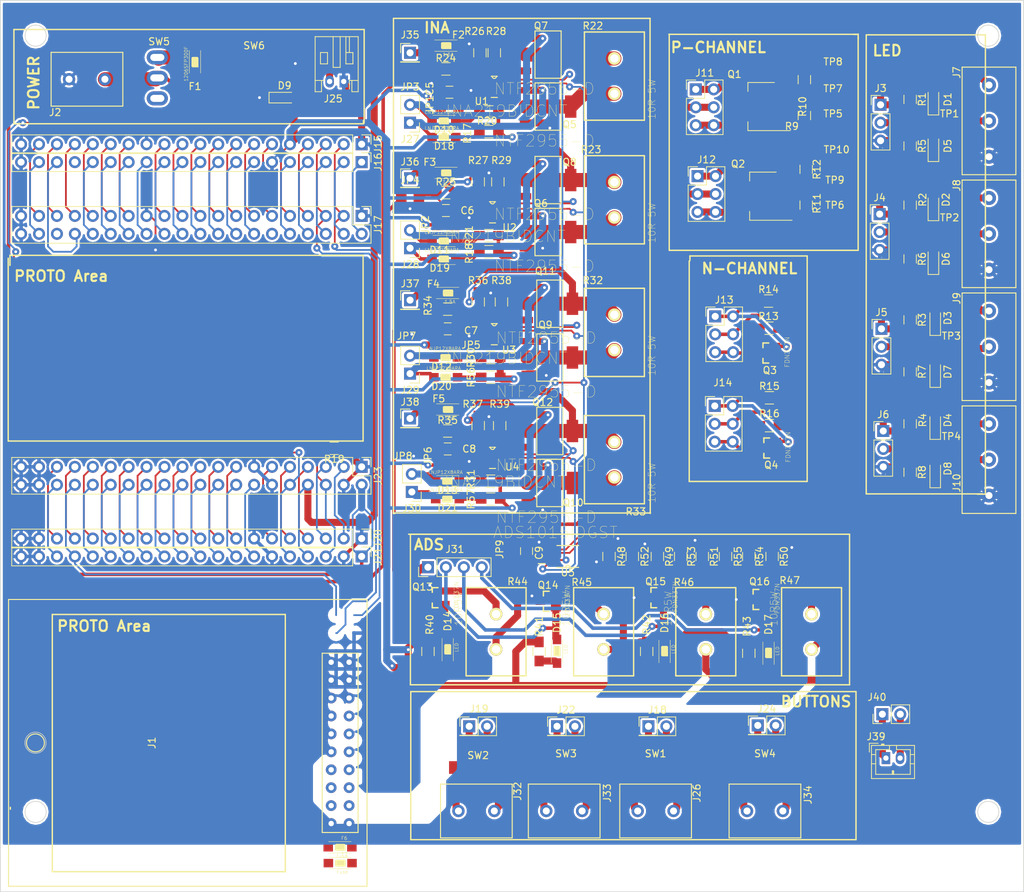
<source format=kicad_pcb>
(kicad_pcb (version 4) (host pcbnew 4.0.7-e2-6376~58~ubuntu17.04.1)
  (layers (0 F.Cu signal) (31 B.Cu signal hide) (34 B.Paste user) (35 F.Paste user) (36 B.SilkS user) (37 F.SilkS user) (38 B.Mask user) (39 F.Mask user) (44 Edge.Cuts user))
  (net 0 "")
  (net 1 "/Fixture Dev Kit - Functional Computer/LOLN")
  (net 2 GND)
  (net 3 "/Fixture Dev Kit - Functional Computer/LORN")
  (net 4 "Net-(C5-Pad2)")
  (net 5 "Net-(C6-Pad2)")
  (net 6 "Net-(C7-Pad2)")
  (net 7 "Net-(C8-Pad2)")
  (net 8 +5V)
  (net 9 "Net-(D1-Pad1)")
  (net 10 "Net-(D1-Pad2)")
  (net 11 "Net-(D2-Pad1)")
  (net 12 "Net-(D2-Pad2)")
  (net 13 "Net-(D3-Pad1)")
  (net 14 "Net-(D3-Pad2)")
  (net 15 "Net-(D4-Pad1)")
  (net 16 "Net-(D4-Pad2)")
  (net 17 "Net-(D5-Pad1)")
  (net 18 "Net-(D6-Pad1)")
  (net 19 "Net-(D7-Pad1)")
  (net 20 "Net-(D8-Pad1)")
  (net 21 /C4-VCC-3V3)
  (net 22 "/Fixture Dev Kit - INA/INA40_XIO")
  (net 23 "Net-(D10-Pad2)")
  (net 24 "/Fixture Dev Kit - INA/INA41_XIO")
  (net 25 "Net-(D11-Pad2)")
  (net 26 "/Fixture Dev Kit - INA/INA42_XIO")
  (net 27 "Net-(D12-Pad2)")
  (net 28 "/Fixture Dev Kit - INA/INA43_XIO")
  (net 29 "Net-(D13-Pad2)")
  (net 30 "/Fixture Dev Kit - ADS/AIN0_XIO")
  (net 31 "Net-(D14-Pad2)")
  (net 32 "/Fixture Dev Kit - ADS/AIN1_XIO")
  (net 33 "Net-(D15-Pad2)")
  (net 34 "/Fixture Dev Kit - ADS/AIN2_XIO")
  (net 35 "Net-(D16-Pad2)")
  (net 36 "/Fixture Dev Kit - ADS/AIN3_XIO")
  (net 37 "Net-(D17-Pad2)")
  (net 38 "/Fixture Dev Kit - Functional Computer/C4-PWR-IN")
  (net 39 "Net-(F2-Pad1)")
  (net 40 "Net-(F3-Pad1)")
  (net 41 "Net-(F4-Pad1)")
  (net 42 "Net-(F5-Pad1)")
  (net 43 /AIN0)
  (net 44 /AIN1)
  (net 45 /AIN2)
  (net 46 /AIN3)
  (net 47 /INA40_V-)
  (net 48 /INA41_V-)
  (net 49 /INA42_V-)
  (net 50 /INA43_V-)
  (net 51 /I2C-SDA)
  (net 52 /I2C-SCK)
  (net 53 /UART-RX)
  (net 54 /UART-TX)
  (net 55 /ADAPTER_ID)
  (net 56 "Net-(J3-Pad1)")
  (net 57 "Net-(J4-Pad1)")
  (net 58 "Net-(J5-Pad1)")
  (net 59 "/Fixture Dev Kit - PMosfets/Source0")
  (net 60 "/Fixture Dev Kit - PMosfets/Gate0")
  (net 61 "/Fixture Dev Kit - PMosfets/Drain0")
  (net 62 "/Fixture Dev Kit - PMosfets/Source1")
  (net 63 "/Fixture Dev Kit - PMosfets/Gate1")
  (net 64 "/Fixture Dev Kit - PMosfets/Drain1")
  (net 65 "/Fixture Dev Kits - NMosfets/Source_0")
  (net 66 "/Fixture Dev Kits - NMosfets/Gate_0")
  (net 67 "/Fixture Dev Kits - NMosfets/Drain_0")
  (net 68 "/Fixture Dev Kits - NMosfets/Source_1")
  (net 69 "/Fixture Dev Kits - NMosfets/Gate_1")
  (net 70 "/Fixture Dev Kits - NMosfets/Drain_1")
  (net 71 "Net-(J15-Pad4)")
  (net 72 "Net-(J15-Pad6)")
  (net 73 "Net-(J15-Pad7)")
  (net 74 "Net-(J15-Pad8)")
  (net 75 "Net-(J15-Pad9)")
  (net 76 "Net-(J15-Pad10)")
  (net 77 "Net-(J15-Pad11)")
  (net 78 "Net-(J15-Pad12)")
  (net 79 "Net-(J15-Pad14)")
  (net 80 "Net-(J15-Pad15)")
  (net 81 "Net-(J15-Pad16)")
  (net 82 "Net-(J15-Pad17)")
  (net 83 "/Fixture Dev Kit - Functional Computer/I2C-SDA")
  (net 84 "/Fixture Dev Kit - Functional Computer/I2C-SCK")
  (net 85 "Net-(J16-Pad1)")
  (net 86 "/Fixture Dev Kit - Functional Computer/LOLP")
  (net 87 "/Fixture Dev Kit - Functional Computer/LORP")
  (net 88 "Net-(J16-Pad7)")
  (net 89 "Net-(J16-Pad8)")
  (net 90 "Net-(J16-Pad9)")
  (net 91 "Net-(J16-Pad10)")
  (net 92 "Net-(J16-Pad11)")
  (net 93 "Net-(J16-Pad12)")
  (net 94 "Net-(J16-Pad13)")
  (net 95 "Net-(J16-Pad14)")
  (net 96 "Net-(J16-Pad15)")
  (net 97 "Net-(J16-Pad16)")
  (net 98 "Net-(J16-Pad19)")
  (net 99 "/Fixture Dev Kit - Functional Computer/BAT")
  (net 100 "/Fixture Dev Kit - Functional Computer/TS")
  (net 101 "/Fixture Dev Kit - Functional Computer/PWRON")
  (net 102 "Net-(J20-Pad2)")
  (net 103 "Net-(J20-Pad3)")
  (net 104 "Net-(J20-Pad4)")
  (net 105 "Net-(J20-Pad5)")
  (net 106 "Net-(J20-Pad6)")
  (net 107 "Net-(J20-Pad8)")
  (net 108 "Net-(J20-Pad9)")
  (net 109 "Net-(J20-Pad10)")
  (net 110 "Net-(J20-Pad11)")
  (net 111 "Net-(J20-Pad12)")
  (net 112 "Net-(J20-Pad13)")
  (net 113 "Net-(J20-Pad14)")
  (net 114 "Net-(J20-Pad15)")
  (net 115 "Net-(J20-Pad16)")
  (net 116 "Net-(J20-Pad17)")
  (net 117 "Net-(J20-Pad18)")
  (net 118 "Net-(J21-Pad7)")
  (net 119 "Net-(J21-Pad8)")
  (net 120 "Net-(J21-Pad9)")
  (net 121 "Net-(J21-Pad10)")
  (net 122 "Net-(J21-Pad11)")
  (net 123 "Net-(J21-Pad12)")
  (net 124 "Net-(J21-Pad13)")
  (net 125 "Net-(J21-Pad14)")
  (net 126 "Net-(J21-Pad15)")
  (net 127 "Net-(J21-Pad16)")
  (net 128 "Net-(J21-Pad18)")
  (net 129 "/Fixture Dev Kit - INA/LOAD40_XIO")
  (net 130 "/Fixture Dev Kit - INA/LOAD41_XIO")
  (net 131 "/Fixture Dev Kit - INA/LOAD42_XIO")
  (net 132 "/Fixture Dev Kit - INA/LOAD43_XIO")
  (net 133 "Net-(Q5-Pad2)")
  (net 134 "Net-(Q6-Pad2)")
  (net 135 "Net-(Q7-Pad2)")
  (net 136 "Net-(Q8-Pad2)")
  (net 137 "Net-(Q9-Pad2)")
  (net 138 "Net-(Q10-Pad2)")
  (net 139 "Net-(Q11-Pad2)")
  (net 140 "Net-(Q12-Pad2)")
  (net 141 "Net-(Q13-Pad2)")
  (net 142 "Net-(Q14-Pad2)")
  (net 143 "Net-(Q15-Pad2)")
  (net 144 "Net-(Q16-Pad2)")
  (net 145 "Net-(R26-Pad1)")
  (net 146 "Net-(R27-Pad1)")
  (net 147 "Net-(R28-Pad1)")
  (net 148 "Net-(R29-Pad1)")
  (net 149 "Net-(R36-Pad1)")
  (net 150 "Net-(R37-Pad1)")
  (net 151 "Net-(R38-Pad1)")
  (net 152 "Net-(R39-Pad1)")
  (net 153 "Net-(R52-Pad2)")
  (net 154 "Net-(R53-Pad2)")
  (net 155 "Net-(R54-Pad2)")
  (net 156 "Net-(R55-Pad2)")
  (net 157 "Net-(J16-Pad18)")
  (net 158 "Net-(D18-Pad2)")
  (net 159 "Net-(D19-Pad2)")
  (net 160 "Net-(D20-Pad2)")
  (net 161 "Net-(D21-Pad2)")
  (net 162 "Net-(F1-Pad1)")
  (net 163 "Net-(J10-Pad1)")
  (net 164 "Net-(C9-Pad1)")
  (net 165 "Net-(F2-Pad2)")
  (net 166 "Net-(F3-Pad2)")
  (net 167 "Net-(F4-Pad2)")
  (net 168 "Net-(F5-Pad2)")
  (net 169 "Net-(J18-Pad1)")
  (net 170 "Net-(J18-Pad2)")
  (net 171 "Net-(J19-Pad1)")
  (net 172 "Net-(J19-Pad2)")
  (net 173 "Net-(J22-Pad1)")
  (net 174 "Net-(J22-Pad2)")
  (net 175 "Net-(J24-Pad1)")
  (net 176 "Net-(J24-Pad2)")
  (net 177 "Net-(JP3-Pad1)")
  (net 178 "Net-(JP4-Pad1)")
  (net 179 "Net-(JP7-Pad1)")
  (net 180 "Net-(JP8-Pad1)")
  (net 181 "Net-(J39-Pad1)")
  (net 182 "Net-(J39-Pad2)")
  (net 183 "Net-(F6-Pad2)")
  (net 184 "Net-(F7-Pad2)")
  (module CHIP4DUT:DUT_HEADER_FOOTPRINT (layer F.Cu) (at 47.752 125.222 270)
    (fp_text reference J1 (at 0 1.27 270) (layer F.SilkS))
    (fp_text value DUT)
    (pad 1 thru_hole circle (at 11.43 -26.67 270) (size 1.524 1.524) (drill 0.762) (layers *.Cu *.Mask) (net 46 /AIN3))
    (pad 2 thru_hole circle (at 11.43 -24.13 270) (size 1.524 1.524) (drill 0.762) (layers *.Cu *.Mask) (net 183 "Net-(F6-Pad2)"))
    (pad 3 thru_hole circle (at 8.89 -26.67 270) (size 1.524 1.524) (drill 0.762) (layers *.Cu *.Mask) (net 45 /AIN2))
    (pad 4 thru_hole circle (at 8.89 -24.13 270) (size 1.524 1.524) (drill 0.762) (layers *.Cu *.Mask) (net 184 "Net-(F7-Pad2)"))
    (pad 5 thru_hole circle (at 6.35 -26.67 270) (size 1.524 1.524) (drill 0.762) (layers *.Cu *.Mask) (net 44 /AIN1))
    (pad 6 thru_hole circle (at 6.35 -24.13 270) (size 1.524 1.524) (drill 0.762) (layers *.Cu *.Mask) (net 2 GND))
    (pad 7 thru_hole circle (at 3.81 -26.67 270) (size 1.524 1.524) (drill 0.762) (layers *.Cu *.Mask) (net 43 /AIN0))
    (pad 8 thru_hole circle (at 3.81 -24.13 270) (size 1.524 1.524) (drill 0.762) (layers *.Cu *.Mask) (net 2 GND))
    (pad 9 thru_hole circle (at 1.27 -26.67 270) (size 1.524 1.524) (drill 0.762) (layers *.Cu *.Mask) (net 50 /INA43_V-))
    (pad 10 thru_hole circle (at 1.27 -24.13 270) (size 1.524 1.524) (drill 0.762) (layers *.Cu *.Mask) (net 2 GND))
    (pad 11 thru_hole circle (at -1.27 -26.67 270) (size 1.524 1.524) (drill 0.762) (layers *.Cu *.Mask) (net 49 /INA42_V-))
    (pad 12 thru_hole circle (at -1.27 -24.13 270) (size 1.524 1.524) (drill 0.762) (layers *.Cu *.Mask) (net 2 GND))
    (pad 13 thru_hole circle (at -3.81 -26.67 270) (size 1.524 1.524) (drill 0.762) (layers *.Cu *.Mask) (net 48 /INA41_V-))
    (pad 14 thru_hole circle (at -3.81 -24.13 270) (size 1.524 1.524) (drill 0.762) (layers *.Cu *.Mask) (net 2 GND))
    (pad 15 thru_hole circle (at -6.35 -26.67 270) (size 1.524 1.524) (drill 0.762) (layers *.Cu *.Mask) (net 47 /INA40_V-))
    (pad 16 thru_hole circle (at -6.35 -24.13 270) (size 1.524 1.524) (drill 0.762) (layers *.Cu *.Mask) (net 55 /ADAPTER_ID))
    (pad 17 thru_hole circle (at -8.89 -26.67 270) (size 1.524 1.524) (drill 0.762) (layers *.Cu *.Mask) (net 53 /UART-RX))
    (pad 18 thru_hole circle (at -8.89 -24.13 270) (size 1.524 1.524) (drill 0.762) (layers *.Cu *.Mask) (net 51 /I2C-SDA))
    (pad 19 thru_hole circle (at -11.43 -26.67 270) (size 1.524 1.524) (drill 0.762) (layers *.Cu *.Mask) (net 54 /UART-TX))
    (pad 20 thru_hole circle (at -11.43 -24.13 270) (size 1.524 1.524) (drill 0.762) (layers *.Cu *.Mask) (net 52 /I2C-SCK))
  )
  (module Capacitors_SMD:C_0805_HandSoldering (layer F.Cu) (at 88.646 33.02)
    (fp_text reference C5 (at -2.794 -0.508 90) (layer F.SilkS))
    (fp_text value 0.1uF)
    (pad 1 smd rect (at -1.25 0) (size 1.5 1.25) (layers F.Cu F.Paste F.Mask) (net 2 GND))
    (pad 2 smd rect (at 1.25 0) (size 1.5 1.25) (layers F.Cu F.Paste F.Mask) (net 4 "Net-(C5-Pad2)"))
  )
  (module Capacitors_SMD:C_0805_HandSoldering (layer F.Cu) (at 88.138 49.784)
    (fp_text reference C6 (at 3.048 0 180) (layer F.SilkS))
    (fp_text value 0.1uF)
    (pad 1 smd rect (at -1.25 0) (size 1.5 1.25) (layers F.Cu F.Paste F.Mask) (net 2 GND))
    (pad 2 smd rect (at 1.25 0) (size 1.5 1.25) (layers F.Cu F.Paste F.Mask) (net 5 "Net-(C6-Pad2)"))
  )
  (module Capacitors_SMD:C_0805_HandSoldering (layer F.Cu) (at 88.392 66.548)
    (fp_text reference C7 (at 3.302 0.254) (layer F.SilkS))
    (fp_text value 0.1uF)
    (pad 1 smd rect (at -1.25 0) (size 1.5 1.25) (layers F.Cu F.Paste F.Mask) (net 2 GND))
    (pad 2 smd rect (at 1.25 0) (size 1.5 1.25) (layers F.Cu F.Paste F.Mask) (net 6 "Net-(C7-Pad2)"))
  )
  (module Capacitors_SMD:C_0805_HandSoldering (layer F.Cu) (at 88.392 83.566)
    (fp_text reference C8 (at 3.048 0) (layer F.SilkS))
    (fp_text value 0.1uF)
    (pad 1 smd rect (at -1.25 0) (size 1.5 1.25) (layers F.Cu F.Paste F.Mask) (net 2 GND))
    (pad 2 smd rect (at 1.25 0) (size 1.5 1.25) (layers F.Cu F.Paste F.Mask) (net 7 "Net-(C8-Pad2)"))
  )
  (module Capacitors_SMD:C_0805_HandSoldering (layer F.Cu) (at 99.568 98.044 90)
    (fp_text reference C9 (at -0.254 1.778 90) (layer F.SilkS))
    (fp_text value 0.1uF)
    (pad 1 smd rect (at -1.25 0 90) (size 1.5 1.25) (layers F.Cu F.Paste F.Mask) (net 164 "Net-(C9-Pad1)"))
    (pad 2 smd rect (at 1.25 0 90) (size 1.5 1.25) (layers F.Cu F.Paste F.Mask) (net 2 GND))
  )
  (module LEDs:LED_0805_HandSoldering (layer F.Cu) (at 157.226 34.036 90)
    (fp_text reference D1 (at 0 2.032 90) (layer F.SilkS))
    (fp_text value Purple)
    (pad 1 smd rect (at -1.35 0 90) (size 1.5 1.3) (layers F.Cu F.Paste F.Mask) (net 9 "Net-(D1-Pad1)"))
    (pad 2 smd rect (at 1.35 0 90) (size 1.5 1.3) (layers F.Cu F.Paste F.Mask) (net 10 "Net-(D1-Pad2)"))
  )
  (module LEDs:LED_0805_HandSoldering (layer F.Cu) (at 157.226 49.022 90)
    (fp_text reference D2 (at 0.762 1.778 90) (layer F.SilkS))
    (fp_text value Purple)
    (pad 1 smd rect (at -1.35 0 90) (size 1.5 1.3) (layers F.Cu F.Paste F.Mask) (net 11 "Net-(D2-Pad1)"))
    (pad 2 smd rect (at 1.35 0 90) (size 1.5 1.3) (layers F.Cu F.Paste F.Mask) (net 12 "Net-(D2-Pad2)"))
  )
  (module LEDs:LED_0805_HandSoldering (layer F.Cu) (at 157.48 65.278 90)
    (fp_text reference D3 (at 0.254 1.778 90) (layer F.SilkS))
    (fp_text value Purple)
    (pad 1 smd rect (at -1.35 0 90) (size 1.5 1.3) (layers F.Cu F.Paste F.Mask) (net 13 "Net-(D3-Pad1)"))
    (pad 2 smd rect (at 1.35 0 90) (size 1.5 1.3) (layers F.Cu F.Paste F.Mask) (net 14 "Net-(D3-Pad2)"))
  )
  (module LEDs:LED_0805_HandSoldering (layer F.Cu) (at 157.48 80.01 90)
    (fp_text reference D4 (at 0.508 1.778 90) (layer F.SilkS))
    (fp_text value Purple)
    (pad 1 smd rect (at -1.35 0 90) (size 1.5 1.3) (layers F.Cu F.Paste F.Mask) (net 15 "Net-(D4-Pad1)"))
    (pad 2 smd rect (at 1.35 0 90) (size 1.5 1.3) (layers F.Cu F.Paste F.Mask) (net 16 "Net-(D4-Pad2)"))
  )
  (module LEDs:LED_0805_HandSoldering (layer F.Cu) (at 157.226 40.64 90)
    (fp_text reference D5 (at 0 2.032 90) (layer F.SilkS))
    (fp_text value Green)
    (pad 1 smd rect (at -1.35 0 90) (size 1.5 1.3) (layers F.Cu F.Paste F.Mask) (net 17 "Net-(D5-Pad1)"))
    (pad 2 smd rect (at 1.35 0 90) (size 1.5 1.3) (layers F.Cu F.Paste F.Mask) (net 9 "Net-(D1-Pad1)"))
  )
  (module LEDs:LED_0805_HandSoldering (layer F.Cu) (at 157.226 56.642 90)
    (fp_text reference D6 (at 0 1.778 90) (layer F.SilkS))
    (fp_text value Green)
    (pad 1 smd rect (at -1.35 0 90) (size 1.5 1.3) (layers F.Cu F.Paste F.Mask) (net 18 "Net-(D6-Pad1)"))
    (pad 2 smd rect (at 1.35 0 90) (size 1.5 1.3) (layers F.Cu F.Paste F.Mask) (net 11 "Net-(D2-Pad1)"))
  )
  (module LEDs:LED_0805_HandSoldering (layer F.Cu) (at 157.48 72.644 90)
    (fp_text reference D7 (at 0 1.778 90) (layer F.SilkS))
    (fp_text value Green)
    (pad 1 smd rect (at -1.35 0 90) (size 1.5 1.3) (layers F.Cu F.Paste F.Mask) (net 19 "Net-(D7-Pad1)"))
    (pad 2 smd rect (at 1.35 0 90) (size 1.5 1.3) (layers F.Cu F.Paste F.Mask) (net 13 "Net-(D3-Pad1)"))
  )
  (module LEDs:LED_0805_HandSoldering (layer F.Cu) (at 157.48 86.868 90)
    (fp_text reference D8 (at 0.508 1.778 90) (layer F.SilkS))
    (fp_text value Green)
    (pad 1 smd rect (at -1.35 0 90) (size 1.5 1.3) (layers F.Cu F.Paste F.Mask) (net 20 "Net-(D8-Pad1)"))
    (pad 2 smd rect (at 1.35 0 90) (size 1.5 1.3) (layers F.Cu F.Paste F.Mask) (net 15 "Net-(D4-Pad1)"))
  )
  (module 1206:1206 (layer F.Cu) (at 87.884 37.084)
    (fp_text reference D10 (at 0 1.27) (layer F.SilkS))
    (fp_text value LNJP12X8ARA (at -0.31649 -1.25925) (layer F.SilkS) (effects (font (size 0.480745 0.480745) (thickness 0.05))))
    (pad 1 smd rect (at -1.7 0) (size 1.35 1.2) (layers F.Cu F.Paste F.Mask) (net 22 "/Fixture Dev Kit - INA/INA40_XIO"))
    (pad 2 smd rect (at 1.65 0) (size 1.35 1.2) (layers F.Cu F.Paste F.Mask) (net 23 "Net-(D10-Pad2)"))
  )
  (module 1206:1206 (layer F.Cu) (at 87.884 54.102)
    (fp_text reference D11 (at -0.62201 1.2852) (layer F.SilkS))
    (fp_text value LNJP12X8ARA (at -0.31649 -1.25925) (layer F.SilkS) (effects (font (size 0.480745 0.480745) (thickness 0.05))))
    (pad 1 smd rect (at -1.7 0) (size 1.35 1.2) (layers F.Cu F.Paste F.Mask) (net 24 "/Fixture Dev Kit - INA/INA41_XIO"))
    (pad 2 smd rect (at 1.65 0) (size 1.35 1.2) (layers F.Cu F.Paste F.Mask) (net 25 "Net-(D11-Pad2)"))
  )
  (module 1206:1206 (layer F.Cu) (at 88.138 70.612)
    (fp_text reference D12 (at -0.62201 1.2852) (layer F.SilkS))
    (fp_text value LNJP12X8ARA (at -0.31649 -1.25925) (layer F.SilkS) (effects (font (size 0.480745 0.480745) (thickness 0.05))))
    (pad 1 smd rect (at -1.7 0) (size 1.35 1.2) (layers F.Cu F.Paste F.Mask) (net 26 "/Fixture Dev Kit - INA/INA42_XIO"))
    (pad 2 smd rect (at 1.65 0) (size 1.35 1.2) (layers F.Cu F.Paste F.Mask) (net 27 "Net-(D12-Pad2)"))
  )
  (module 1206:1206 (layer F.Cu) (at 88.392 88.138)
    (fp_text reference D13 (at 0 1.27) (layer F.SilkS))
    (fp_text value LNJP12X8ARA (at -0.31649 -1.25925) (layer F.SilkS) (effects (font (size 0.480745 0.480745) (thickness 0.05))))
    (pad 1 smd rect (at -1.7 0) (size 1.35 1.2) (layers F.Cu F.Paste F.Mask) (net 28 "/Fixture Dev Kit - INA/INA43_XIO"))
    (pad 2 smd rect (at 1.65 0) (size 1.35 1.2) (layers F.Cu F.Paste F.Mask) (net 29 "Net-(D13-Pad2)"))
  )
  (module 1206:1206 (layer F.Cu) (at 88.392 112.014 270)
    (fp_text reference D14 (at -4.064 0 270) (layer F.SilkS))
    (fp_text value LED (at -0.31649 -1.25925 270) (layer F.SilkS) (effects (font (size 0.480745 0.480745) (thickness 0.05))))
    (pad 1 smd rect (at -1.7 0 270) (size 1.35 1.2) (layers F.Cu F.Paste F.Mask) (net 30 "/Fixture Dev Kit - ADS/AIN0_XIO"))
    (pad 2 smd rect (at 1.65 0 270) (size 1.35 1.2) (layers F.Cu F.Paste F.Mask) (net 31 "Net-(D14-Pad2)"))
  )
  (module 1206:1206 (layer F.Cu) (at 103.886 112.268 270)
    (fp_text reference D15 (at -4.064 0 270) (layer F.SilkS))
    (fp_text value LED (at -0.31649 -1.25925 270) (layer F.SilkS) (effects (font (size 0.480745 0.480745) (thickness 0.05))))
    (pad 1 smd rect (at -1.7 0 270) (size 1.35 1.2) (layers F.Cu F.Paste F.Mask) (net 32 "/Fixture Dev Kit - ADS/AIN1_XIO"))
    (pad 2 smd rect (at 1.65 0 270) (size 1.35 1.2) (layers F.Cu F.Paste F.Mask) (net 33 "Net-(D15-Pad2)"))
  )
  (module 1206:1206 (layer F.Cu) (at 119.126 112.268 270)
    (fp_text reference D16 (at -4.064 0 270) (layer F.SilkS))
    (fp_text value LED (at -0.31649 -1.25925 270) (layer F.SilkS) (effects (font (size 0.480745 0.480745) (thickness 0.05))))
    (pad 1 smd rect (at -1.7 0 270) (size 1.35 1.2) (layers F.Cu F.Paste F.Mask) (net 34 "/Fixture Dev Kit - ADS/AIN2_XIO"))
    (pad 2 smd rect (at 1.65 0 270) (size 1.35 1.2) (layers F.Cu F.Paste F.Mask) (net 35 "Net-(D16-Pad2)"))
  )
  (module 1206:1206 (layer F.Cu) (at 133.858 112.522 270)
    (fp_text reference D17 (at -4.064 0 270) (layer F.SilkS))
    (fp_text value LED (at -0.31649 -1.25925 270) (layer F.SilkS) (effects (font (size 0.480745 0.480745) (thickness 0.05))))
    (pad 1 smd rect (at -1.7 0 270) (size 1.35 1.2) (layers F.Cu F.Paste F.Mask) (net 36 "/Fixture Dev Kit - ADS/AIN3_XIO"))
    (pad 2 smd rect (at 1.65 0 270) (size 1.35 1.2) (layers F.Cu F.Paste F.Mask) (net 37 "Net-(D17-Pad2)"))
  )
  (module 1206:1206 (layer F.Cu) (at 52.578 28.702 90)
    (fp_text reference F1 (at -3.4925 0 180) (layer F.SilkS))
    (fp_text value 1206SFP300F (at -0.31649 -1.25925 90) (layer F.SilkS) (effects (font (size 0.480745 0.480745) (thickness 0.05))))
    (pad 1 smd rect (at -1.7 0 90) (size 1.35 1.2) (layers F.Cu F.Paste F.Mask) (net 162 "Net-(F1-Pad1)"))
    (pad 2 smd rect (at 1.65 0 90) (size 1.35 1.2) (layers F.Cu F.Paste F.Mask) (net 38 "/Fixture Dev Kit - Functional Computer/C4-PWR-IN"))
  )
  (module 1206:1206 (layer F.Cu) (at 88.138 26.416 180)
    (fp_text reference F2 (at -1.778 1.524 180) (layer F.SilkS))
    (fp_text value 1.5A (at -0.31649 -1.25925 180) (layer F.SilkS) (effects (font (size 0.480745 0.480745) (thickness 0.05))))
    (pad 1 smd rect (at -1.7 0 180) (size 1.35 1.2) (layers F.Cu F.Paste F.Mask) (net 39 "Net-(F2-Pad1)"))
    (pad 2 smd rect (at 1.65 0 180) (size 1.35 1.2) (layers F.Cu F.Paste F.Mask) (net 165 "Net-(F2-Pad2)"))
  )
  (module 1206:1206 (layer F.Cu) (at 88.138 44.45 180)
    (fp_text reference F3 (at 2.286 1.524 180) (layer F.SilkS))
    (fp_text value 1.5A (at -0.31649 -1.25925 180) (layer F.SilkS) (effects (font (size 0.480745 0.480745) (thickness 0.05))))
    (pad 1 smd rect (at -1.7 0 180) (size 1.35 1.2) (layers F.Cu F.Paste F.Mask) (net 40 "Net-(F3-Pad1)"))
    (pad 2 smd rect (at 1.65 0 180) (size 1.35 1.2) (layers F.Cu F.Paste F.Mask) (net 166 "Net-(F3-Pad2)"))
  )
  (module 1206:1206 (layer F.Cu) (at 88.392 61.468 180)
    (fp_text reference F4 (at 2.032 1.27 180) (layer F.SilkS))
    (fp_text value 1.5A (at -0.31649 -1.25925 180) (layer F.SilkS) (effects (font (size 0.480745 0.480745) (thickness 0.05))))
    (pad 1 smd rect (at -1.7 0 180) (size 1.35 1.2) (layers F.Cu F.Paste F.Mask) (net 41 "Net-(F4-Pad1)"))
    (pad 2 smd rect (at 1.65 0 180) (size 1.35 1.2) (layers F.Cu F.Paste F.Mask) (net 167 "Net-(F4-Pad2)"))
  )
  (module 1206:1206 (layer F.Cu) (at 88.392 77.978 180)
    (fp_text reference F5 (at 1.27 1.524 180) (layer F.SilkS))
    (fp_text value 1.5A (at -0.31649 -1.25925 180) (layer F.SilkS) (effects (font (size 0.480745 0.480745) (thickness 0.05))))
    (pad 1 smd rect (at -1.7 0 180) (size 1.35 1.2) (layers F.Cu F.Paste F.Mask) (net 42 "Net-(F5-Pad1)"))
    (pad 2 smd rect (at 1.65 0 180) (size 1.35 1.2) (layers F.Cu F.Paste F.Mask) (net 168 "Net-(F5-Pad2)"))
  )
  (module Pin_Headers:Pin_Header_Straight_1x03_Pitch2.54mm (layer F.Cu) (at 149.733 34.798)
    (fp_text reference J3 (at 0 -2.33) (layer F.SilkS))
    (fp_text value LED_0)
    (pad 1 thru_hole rect (at 0 0) (size 1.7 1.7) (drill 1) (layers *.Cu *.Mask) (net 56 "Net-(J3-Pad1)"))
    (pad 2 thru_hole oval (at 0 2.54) (size 1.7 1.7) (drill 1) (layers *.Cu *.Mask) (net 9 "Net-(D1-Pad1)"))
    (pad 3 thru_hole oval (at 0 5.08) (size 1.7 1.7) (drill 1) (layers *.Cu *.Mask) (net 2 GND))
  )
  (module Pin_Headers:Pin_Header_Straight_1x03_Pitch2.54mm (layer F.Cu) (at 149.606 50.292)
    (fp_text reference J4 (at 0 -2.33) (layer F.SilkS))
    (fp_text value LED_1)
    (pad 1 thru_hole rect (at 0 0) (size 1.7 1.7) (drill 1) (layers *.Cu *.Mask) (net 57 "Net-(J4-Pad1)"))
    (pad 2 thru_hole oval (at 0 2.54) (size 1.7 1.7) (drill 1) (layers *.Cu *.Mask) (net 11 "Net-(D2-Pad1)"))
    (pad 3 thru_hole oval (at 0 5.08) (size 1.7 1.7) (drill 1) (layers *.Cu *.Mask) (net 2 GND))
  )
  (module Pin_Headers:Pin_Header_Straight_1x03_Pitch2.54mm (layer F.Cu) (at 149.86 66.548)
    (fp_text reference J5 (at 0 -2.33) (layer F.SilkS))
    (fp_text value LED_2)
    (pad 1 thru_hole rect (at 0 0) (size 1.7 1.7) (drill 1) (layers *.Cu *.Mask) (net 58 "Net-(J5-Pad1)"))
    (pad 2 thru_hole oval (at 0 2.54) (size 1.7 1.7) (drill 1) (layers *.Cu *.Mask) (net 13 "Net-(D3-Pad1)"))
    (pad 3 thru_hole oval (at 0 5.08) (size 1.7 1.7) (drill 1) (layers *.Cu *.Mask) (net 2 GND))
  )
  (module Pin_Headers:Pin_Header_Straight_1x03_Pitch2.54mm (layer F.Cu) (at 150.114 81.026)
    (fp_text reference J6 (at 0 -2.33) (layer F.SilkS))
    (fp_text value LED_3)
    (pad 1 thru_hole rect (at 0 0) (size 1.7 1.7) (drill 1) (layers *.Cu *.Mask) (net 163 "Net-(J10-Pad1)"))
    (pad 2 thru_hole oval (at 0 2.54) (size 1.7 1.7) (drill 1) (layers *.Cu *.Mask) (net 15 "Net-(D4-Pad1)"))
    (pad 3 thru_hole oval (at 0 5.08) (size 1.7 1.7) (drill 1) (layers *.Cu *.Mask) (net 2 GND))
  )
  (module Pin_Headers:Pin_Header_Straight_2x03_Pitch2.54mm (layer F.Cu) (at 123.5456 32.6136)
    (fp_text reference J11 (at 1.27 -2.33) (layer F.SilkS))
    (fp_text value FET_0)
    (pad 1 thru_hole rect (at 0 0) (size 1.7 1.7) (drill 1) (layers *.Cu *.Mask) (net 59 "/Fixture Dev Kit - PMosfets/Source0"))
    (pad 2 thru_hole oval (at 2.54 0) (size 1.7 1.7) (drill 1) (layers *.Cu *.Mask) (net 59 "/Fixture Dev Kit - PMosfets/Source0"))
    (pad 3 thru_hole oval (at 0 2.54) (size 1.7 1.7) (drill 1) (layers *.Cu *.Mask) (net 60 "/Fixture Dev Kit - PMosfets/Gate0"))
    (pad 4 thru_hole oval (at 2.54 2.54) (size 1.7 1.7) (drill 1) (layers *.Cu *.Mask) (net 60 "/Fixture Dev Kit - PMosfets/Gate0"))
    (pad 5 thru_hole oval (at 0 5.08) (size 1.7 1.7) (drill 1) (layers *.Cu *.Mask) (net 61 "/Fixture Dev Kit - PMosfets/Drain0"))
    (pad 6 thru_hole oval (at 2.54 5.08) (size 1.7 1.7) (drill 1) (layers *.Cu *.Mask) (net 61 "/Fixture Dev Kit - PMosfets/Drain0"))
  )
  (module Pin_Headers:Pin_Header_Straight_2x03_Pitch2.54mm (layer F.Cu) (at 123.7996 44.9072)
    (fp_text reference J12 (at 1.27 -2.33) (layer F.SilkS))
    (fp_text value FET_0)
    (pad 1 thru_hole rect (at 0 0) (size 1.7 1.7) (drill 1) (layers *.Cu *.Mask) (net 62 "/Fixture Dev Kit - PMosfets/Source1"))
    (pad 2 thru_hole oval (at 2.54 0) (size 1.7 1.7) (drill 1) (layers *.Cu *.Mask) (net 62 "/Fixture Dev Kit - PMosfets/Source1"))
    (pad 3 thru_hole oval (at 0 2.54) (size 1.7 1.7) (drill 1) (layers *.Cu *.Mask) (net 63 "/Fixture Dev Kit - PMosfets/Gate1"))
    (pad 4 thru_hole oval (at 2.54 2.54) (size 1.7 1.7) (drill 1) (layers *.Cu *.Mask) (net 63 "/Fixture Dev Kit - PMosfets/Gate1"))
    (pad 5 thru_hole oval (at 0 5.08) (size 1.7 1.7) (drill 1) (layers *.Cu *.Mask) (net 64 "/Fixture Dev Kit - PMosfets/Drain1"))
    (pad 6 thru_hole oval (at 2.54 5.08) (size 1.7 1.7) (drill 1) (layers *.Cu *.Mask) (net 64 "/Fixture Dev Kit - PMosfets/Drain1"))
  )
  (module Pin_Headers:Pin_Header_Straight_2x03_Pitch2.54mm (layer F.Cu) (at 126.3015 64.7827)
    (fp_text reference J13 (at 1.27 -2.33) (layer F.SilkS))
    (fp_text value NFET_0)
    (pad 1 thru_hole rect (at 0 0) (size 1.7 1.7) (drill 1) (layers *.Cu *.Mask) (net 65 "/Fixture Dev Kits - NMosfets/Source_0"))
    (pad 2 thru_hole oval (at 2.54 0) (size 1.7 1.7) (drill 1) (layers *.Cu *.Mask) (net 65 "/Fixture Dev Kits - NMosfets/Source_0"))
    (pad 3 thru_hole oval (at 0 2.54) (size 1.7 1.7) (drill 1) (layers *.Cu *.Mask) (net 66 "/Fixture Dev Kits - NMosfets/Gate_0"))
    (pad 4 thru_hole oval (at 2.54 2.54) (size 1.7 1.7) (drill 1) (layers *.Cu *.Mask) (net 66 "/Fixture Dev Kits - NMosfets/Gate_0"))
    (pad 5 thru_hole oval (at 0 5.08) (size 1.7 1.7) (drill 1) (layers *.Cu *.Mask) (net 67 "/Fixture Dev Kits - NMosfets/Drain_0"))
    (pad 6 thru_hole oval (at 2.54 5.08) (size 1.7 1.7) (drill 1) (layers *.Cu *.Mask) (net 67 "/Fixture Dev Kits - NMosfets/Drain_0"))
  )
  (module Pin_Headers:Pin_Header_Straight_2x03_Pitch2.54mm (layer F.Cu) (at 126.238 77.47)
    (fp_text reference J14 (at 1.143 -3.302) (layer F.SilkS))
    (fp_text value NFET_1)
    (pad 1 thru_hole rect (at 0 0) (size 1.7 1.7) (drill 1) (layers *.Cu *.Mask) (net 68 "/Fixture Dev Kits - NMosfets/Source_1"))
    (pad 2 thru_hole oval (at 2.54 0) (size 1.7 1.7) (drill 1) (layers *.Cu *.Mask) (net 68 "/Fixture Dev Kits - NMosfets/Source_1"))
    (pad 3 thru_hole oval (at 0 2.54) (size 1.7 1.7) (drill 1) (layers *.Cu *.Mask) (net 69 "/Fixture Dev Kits - NMosfets/Gate_1"))
    (pad 4 thru_hole oval (at 2.54 2.54) (size 1.7 1.7) (drill 1) (layers *.Cu *.Mask) (net 69 "/Fixture Dev Kits - NMosfets/Gate_1"))
    (pad 5 thru_hole oval (at 0 5.08) (size 1.7 1.7) (drill 1) (layers *.Cu *.Mask) (net 70 "/Fixture Dev Kits - NMosfets/Drain_1"))
    (pad 6 thru_hole oval (at 2.54 5.08) (size 1.7 1.7) (drill 1) (layers *.Cu *.Mask) (net 70 "/Fixture Dev Kits - NMosfets/Drain_1"))
  )
  (module Pin_Headers:Pin_Header_Straight_1x20_Pitch2.54mm (layer F.Cu) (at 76.2 40.386 270)
    (fp_text reference J15 (at 0 -2.33 270) (layer F.SilkS))
    (fp_text value Conn_01x20)
    (pad 1 thru_hole rect (at 0 0 270) (size 1.7 1.7) (drill 1) (layers *.Cu *.Mask) (net 2 GND))
    (pad 2 thru_hole oval (at 0 2.54 270) (size 1.7 1.7) (drill 1) (layers *.Cu *.Mask) (net 54 /UART-TX))
    (pad 3 thru_hole oval (at 0 5.08 270) (size 1.7 1.7) (drill 1) (layers *.Cu *.Mask) (net 53 /UART-RX))
    (pad 4 thru_hole oval (at 0 7.62 270) (size 1.7 1.7) (drill 1) (layers *.Cu *.Mask) (net 71 "Net-(J15-Pad4)"))
    (pad 5 thru_hole oval (at 0 10.16 270) (size 1.7 1.7) (drill 1) (layers *.Cu *.Mask) (net 21 /C4-VCC-3V3))
    (pad 6 thru_hole oval (at 0 12.7 270) (size 1.7 1.7) (drill 1) (layers *.Cu *.Mask) (net 72 "Net-(J15-Pad6)"))
    (pad 7 thru_hole oval (at 0 15.24 270) (size 1.7 1.7) (drill 1) (layers *.Cu *.Mask) (net 73 "Net-(J15-Pad7)"))
    (pad 8 thru_hole oval (at 0 17.78 270) (size 1.7 1.7) (drill 1) (layers *.Cu *.Mask) (net 74 "Net-(J15-Pad8)"))
    (pad 9 thru_hole oval (at 0 20.32 270) (size 1.7 1.7) (drill 1) (layers *.Cu *.Mask) (net 75 "Net-(J15-Pad9)"))
    (pad 10 thru_hole oval (at 0 22.86 270) (size 1.7 1.7) (drill 1) (layers *.Cu *.Mask) (net 76 "Net-(J15-Pad10)"))
    (pad 11 thru_hole oval (at 0 25.4 270) (size 1.7 1.7) (drill 1) (layers *.Cu *.Mask) (net 77 "Net-(J15-Pad11)"))
    (pad 12 thru_hole oval (at 0 27.94 270) (size 1.7 1.7) (drill 1) (layers *.Cu *.Mask) (net 78 "Net-(J15-Pad12)"))
    (pad 13 thru_hole oval (at 0 30.48 270) (size 1.7 1.7) (drill 1) (layers *.Cu *.Mask) (net 2 GND))
    (pad 14 thru_hole oval (at 0 33.02 270) (size 1.7 1.7) (drill 1) (layers *.Cu *.Mask) (net 79 "Net-(J15-Pad14)"))
    (pad 15 thru_hole oval (at 0 35.56 270) (size 1.7 1.7) (drill 1) (layers *.Cu *.Mask) (net 80 "Net-(J15-Pad15)"))
    (pad 16 thru_hole oval (at 0 38.1 270) (size 1.7 1.7) (drill 1) (layers *.Cu *.Mask) (net 81 "Net-(J15-Pad16)"))
    (pad 17 thru_hole oval (at 0 40.64 270) (size 1.7 1.7) (drill 1) (layers *.Cu *.Mask) (net 82 "Net-(J15-Pad17)"))
    (pad 18 thru_hole oval (at 0 43.18 270) (size 1.7 1.7) (drill 1) (layers *.Cu *.Mask) (net 83 "/Fixture Dev Kit - Functional Computer/I2C-SDA"))
    (pad 19 thru_hole oval (at 0 45.72 270) (size 1.7 1.7) (drill 1) (layers *.Cu *.Mask) (net 84 "/Fixture Dev Kit - Functional Computer/I2C-SCK"))
    (pad 20 thru_hole oval (at 0 48.26 270) (size 1.7 1.7) (drill 1) (layers *.Cu *.Mask) (net 2 GND))
  )
  (module Pin_Headers:Pin_Header_Straight_1x20_Pitch2.54mm (layer F.Cu) (at 76.2 42.926 270)
    (fp_text reference J16 (at 0 -2.33 270) (layer F.SilkS))
    (fp_text value Conn_01x20)
    (pad 1 thru_hole rect (at 0 0 270) (size 1.7 1.7) (drill 1) (layers *.Cu *.Mask) (net 85 "Net-(J16-Pad1)"))
    (pad 2 thru_hole oval (at 0 2.54 270) (size 1.7 1.7) (drill 1) (layers *.Cu *.Mask) (net 86 "/Fixture Dev Kit - Functional Computer/LOLP"))
    (pad 3 thru_hole oval (at 0 5.08 270) (size 1.7 1.7) (drill 1) (layers *.Cu *.Mask) (net 1 "/Fixture Dev Kit - Functional Computer/LOLN"))
    (pad 4 thru_hole oval (at 0 7.62 270) (size 1.7 1.7) (drill 1) (layers *.Cu *.Mask) (net 87 "/Fixture Dev Kit - Functional Computer/LORP"))
    (pad 5 thru_hole oval (at 0 10.16 270) (size 1.7 1.7) (drill 1) (layers *.Cu *.Mask) (net 3 "/Fixture Dev Kit - Functional Computer/LORN"))
    (pad 6 thru_hole oval (at 0 12.7 270) (size 1.7 1.7) (drill 1) (layers *.Cu *.Mask) (net 2 GND))
    (pad 7 thru_hole oval (at 0 15.24 270) (size 1.7 1.7) (drill 1) (layers *.Cu *.Mask) (net 88 "Net-(J16-Pad7)"))
    (pad 8 thru_hole oval (at 0 17.78 270) (size 1.7 1.7) (drill 1) (layers *.Cu *.Mask) (net 89 "Net-(J16-Pad8)"))
    (pad 9 thru_hole oval (at 0 20.32 270) (size 1.7 1.7) (drill 1) (layers *.Cu *.Mask) (net 90 "Net-(J16-Pad9)"))
    (pad 10 thru_hole oval (at 0 22.86 270) (size 1.7 1.7) (drill 1) (layers *.Cu *.Mask) (net 91 "Net-(J16-Pad10)"))
    (pad 11 thru_hole oval (at 0 25.4 270) (size 1.7 1.7) (drill 1) (layers *.Cu *.Mask) (net 92 "Net-(J16-Pad11)"))
    (pad 12 thru_hole oval (at 0 27.94 270) (size 1.7 1.7) (drill 1) (layers *.Cu *.Mask) (net 93 "Net-(J16-Pad12)"))
    (pad 13 thru_hole oval (at 0 30.48 270) (size 1.7 1.7) (drill 1) (layers *.Cu *.Mask) (net 94 "Net-(J16-Pad13)"))
    (pad 14 thru_hole oval (at 0 33.02 270) (size 1.7 1.7) (drill 1) (layers *.Cu *.Mask) (net 95 "Net-(J16-Pad14)"))
    (pad 15 thru_hole oval (at 0 35.56 270) (size 1.7 1.7) (drill 1) (layers *.Cu *.Mask) (net 96 "Net-(J16-Pad15)"))
    (pad 16 thru_hole oval (at 0 38.1 270) (size 1.7 1.7) (drill 1) (layers *.Cu *.Mask) (net 97 "Net-(J16-Pad16)"))
    (pad 17 thru_hole oval (at 0 40.64 270) (size 1.7 1.7) (drill 1) (layers *.Cu *.Mask))
    (pad 18 thru_hole oval (at 0 43.18 270) (size 1.7 1.7) (drill 1) (layers *.Cu *.Mask) (net 157 "Net-(J16-Pad18)"))
    (pad 19 thru_hole oval (at 0 45.72 270) (size 1.7 1.7) (drill 1) (layers *.Cu *.Mask) (net 98 "Net-(J16-Pad19)"))
    (pad 20 thru_hole oval (at 0 48.26 270) (size 1.7 1.7) (drill 1) (layers *.Cu *.Mask) (net 2 GND))
  )
  (module Pin_Headers:Pin_Header_Straight_2x20_Pitch2.54mm (layer F.Cu) (at 76.2 50.546 270)
    (fp_text reference J17 (at 1.27 -2.33 270) (layer F.SilkS))
    (fp_text value CHIP4RH)
    (pad 1 thru_hole rect (at 0 0 270) (size 1.7 1.7) (drill 1) (layers *.Cu *.Mask) (net 2 GND))
    (pad 2 thru_hole oval (at 2.54 0 270) (size 1.7 1.7) (drill 1) (layers *.Cu *.Mask) (net 85 "Net-(J16-Pad1)"))
    (pad 3 thru_hole oval (at 0 2.54 270) (size 1.7 1.7) (drill 1) (layers *.Cu *.Mask) (net 54 /UART-TX))
    (pad 4 thru_hole oval (at 2.54 2.54 270) (size 1.7 1.7) (drill 1) (layers *.Cu *.Mask) (net 86 "/Fixture Dev Kit - Functional Computer/LOLP"))
    (pad 5 thru_hole oval (at 0 5.08 270) (size 1.7 1.7) (drill 1) (layers *.Cu *.Mask) (net 53 /UART-RX))
    (pad 6 thru_hole oval (at 2.54 5.08 270) (size 1.7 1.7) (drill 1) (layers *.Cu *.Mask) (net 1 "/Fixture Dev Kit - Functional Computer/LOLN"))
    (pad 7 thru_hole oval (at 0 7.62 270) (size 1.7 1.7) (drill 1) (layers *.Cu *.Mask) (net 71 "Net-(J15-Pad4)"))
    (pad 8 thru_hole oval (at 2.54 7.62 270) (size 1.7 1.7) (drill 1) (layers *.Cu *.Mask) (net 87 "/Fixture Dev Kit - Functional Computer/LORP"))
    (pad 9 thru_hole oval (at 0 10.16 270) (size 1.7 1.7) (drill 1) (layers *.Cu *.Mask) (net 21 /C4-VCC-3V3))
    (pad 10 thru_hole oval (at 2.54 10.16 270) (size 1.7 1.7) (drill 1) (layers *.Cu *.Mask) (net 3 "/Fixture Dev Kit - Functional Computer/LORN"))
    (pad 11 thru_hole oval (at 0 12.7 270) (size 1.7 1.7) (drill 1) (layers *.Cu *.Mask) (net 72 "Net-(J15-Pad6)"))
    (pad 12 thru_hole oval (at 2.54 12.7 270) (size 1.7 1.7) (drill 1) (layers *.Cu *.Mask))
    (pad 13 thru_hole oval (at 0 15.24 270) (size 1.7 1.7) (drill 1) (layers *.Cu *.Mask) (net 73 "Net-(J15-Pad7)"))
    (pad 14 thru_hole oval (at 2.54 15.24 270) (size 1.7 1.7) (drill 1) (layers *.Cu *.Mask) (net 88 "Net-(J16-Pad7)"))
    (pad 15 thru_hole oval (at 0 17.78 270) (size 1.7 1.7) (drill 1) (layers *.Cu *.Mask) (net 74 "Net-(J15-Pad8)"))
    (pad 16 thru_hole oval (at 2.54 17.78 270) (size 1.7 1.7) (drill 1) (layers *.Cu *.Mask) (net 89 "Net-(J16-Pad8)"))
    (pad 17 thru_hole oval (at 0 20.32 270) (size 1.7 1.7) (drill 1) (layers *.Cu *.Mask) (net 75 "Net-(J15-Pad9)"))
    (pad 18 thru_hole oval (at 2.54 20.32 270) (size 1.7 1.7) (drill 1) (layers *.Cu *.Mask) (net 90 "Net-(J16-Pad9)"))
    (pad 19 thru_hole oval (at 0 22.86 270) (size 1.7 1.7) (drill 1) (layers *.Cu *.Mask) (net 76 "Net-(J15-Pad10)"))
    (pad 20 thru_hole oval (at 2.54 22.86 270) (size 1.7 1.7) (drill 1) (layers *.Cu *.Mask) (net 91 "Net-(J16-Pad10)"))
    (pad 21 thru_hole oval (at 0 25.4 270) (size 1.7 1.7) (drill 1) (layers *.Cu *.Mask) (net 77 "Net-(J15-Pad11)"))
    (pad 22 thru_hole oval (at 2.54 25.4 270) (size 1.7 1.7) (drill 1) (layers *.Cu *.Mask) (net 92 "Net-(J16-Pad11)"))
    (pad 23 thru_hole oval (at 0 27.94 270) (size 1.7 1.7) (drill 1) (layers *.Cu *.Mask) (net 78 "Net-(J15-Pad12)"))
    (pad 24 thru_hole oval (at 2.54 27.94 270) (size 1.7 1.7) (drill 1) (layers *.Cu *.Mask) (net 93 "Net-(J16-Pad12)"))
    (pad 25 thru_hole oval (at 0 30.48 270) (size 1.7 1.7) (drill 1) (layers *.Cu *.Mask) (net 2 GND))
    (pad 26 thru_hole oval (at 2.54 30.48 270) (size 1.7 1.7) (drill 1) (layers *.Cu *.Mask) (net 94 "Net-(J16-Pad13)"))
    (pad 27 thru_hole oval (at 0 33.02 270) (size 1.7 1.7) (drill 1) (layers *.Cu *.Mask) (net 79 "Net-(J15-Pad14)"))
    (pad 28 thru_hole oval (at 2.54 33.02 270) (size 1.7 1.7) (drill 1) (layers *.Cu *.Mask) (net 95 "Net-(J16-Pad14)"))
    (pad 29 thru_hole oval (at 0 35.56 270) (size 1.7 1.7) (drill 1) (layers *.Cu *.Mask) (net 80 "Net-(J15-Pad15)"))
    (pad 30 thru_hole oval (at 2.54 35.56 270) (size 1.7 1.7) (drill 1) (layers *.Cu *.Mask) (net 96 "Net-(J16-Pad15)"))
    (pad 31 thru_hole oval (at 0 38.1 270) (size 1.7 1.7) (drill 1) (layers *.Cu *.Mask) (net 81 "Net-(J15-Pad16)"))
    (pad 32 thru_hole oval (at 2.54 38.1 270) (size 1.7 1.7) (drill 1) (layers *.Cu *.Mask) (net 97 "Net-(J16-Pad16)"))
    (pad 33 thru_hole oval (at 0 40.64 270) (size 1.7 1.7) (drill 1) (layers *.Cu *.Mask) (net 82 "Net-(J15-Pad17)"))
    (pad 34 thru_hole oval (at 2.54 40.64 270) (size 1.7 1.7) (drill 1) (layers *.Cu *.Mask) (net 157 "Net-(J16-Pad18)"))
    (pad 35 thru_hole oval (at 0 43.18 270) (size 1.7 1.7) (drill 1) (layers *.Cu *.Mask) (net 83 "/Fixture Dev Kit - Functional Computer/I2C-SDA"))
    (pad 36 thru_hole oval (at 2.54 43.18 270) (size 1.7 1.7) (drill 1) (layers *.Cu *.Mask))
    (pad 37 thru_hole oval (at 0 45.72 270) (size 1.7 1.7) (drill 1) (layers *.Cu *.Mask) (net 84 "/Fixture Dev Kit - Functional Computer/I2C-SCK"))
    (pad 38 thru_hole oval (at 2.54 45.72 270) (size 1.7 1.7) (drill 1) (layers *.Cu *.Mask) (net 98 "Net-(J16-Pad19)"))
    (pad 39 thru_hole oval (at 0 48.26 270) (size 1.7 1.7) (drill 1) (layers *.Cu *.Mask) (net 2 GND))
    (pad 40 thru_hole oval (at 2.54 48.26 270) (size 1.7 1.7) (drill 1) (layers *.Cu *.Mask) (net 2 GND))
  )
  (module Pin_Headers:Pin_Header_Straight_1x20_Pitch2.54mm (layer F.Cu) (at 76.2 96.266 270)
    (fp_text reference J20 (at 0 -2.33 270) (layer F.SilkS))
    (fp_text value Conn_01x20)
    (pad 1 thru_hole rect (at 0 0 270) (size 1.7 1.7) (drill 1) (layers *.Cu *.Mask) (net 2 GND))
    (pad 2 thru_hole oval (at 0 2.54 270) (size 1.7 1.7) (drill 1) (layers *.Cu *.Mask) (net 102 "Net-(J20-Pad2)"))
    (pad 3 thru_hole oval (at 0 5.08 270) (size 1.7 1.7) (drill 1) (layers *.Cu *.Mask) (net 103 "Net-(J20-Pad3)"))
    (pad 4 thru_hole oval (at 0 7.62 270) (size 1.7 1.7) (drill 1) (layers *.Cu *.Mask) (net 104 "Net-(J20-Pad4)"))
    (pad 5 thru_hole oval (at 0 10.16 270) (size 1.7 1.7) (drill 1) (layers *.Cu *.Mask) (net 105 "Net-(J20-Pad5)"))
    (pad 6 thru_hole oval (at 0 12.7 270) (size 1.7 1.7) (drill 1) (layers *.Cu *.Mask) (net 106 "Net-(J20-Pad6)"))
    (pad 7 thru_hole oval (at 0 15.24 270) (size 1.7 1.7) (drill 1) (layers *.Cu *.Mask) (net 2 GND))
    (pad 8 thru_hole oval (at 0 17.78 270) (size 1.7 1.7) (drill 1) (layers *.Cu *.Mask) (net 107 "Net-(J20-Pad8)"))
    (pad 9 thru_hole oval (at 0 20.32 270) (size 1.7 1.7) (drill 1) (layers *.Cu *.Mask) (net 108 "Net-(J20-Pad9)"))
    (pad 10 thru_hole oval (at 0 22.86 270) (size 1.7 1.7) (drill 1) (layers *.Cu *.Mask) (net 109 "Net-(J20-Pad10)"))
    (pad 11 thru_hole oval (at 0 25.4 270) (size 1.7 1.7) (drill 1) (layers *.Cu *.Mask) (net 110 "Net-(J20-Pad11)"))
    (pad 12 thru_hole oval (at 0 27.94 270) (size 1.7 1.7) (drill 1) (layers *.Cu *.Mask) (net 111 "Net-(J20-Pad12)"))
    (pad 13 thru_hole oval (at 0 30.48 270) (size 1.7 1.7) (drill 1) (layers *.Cu *.Mask) (net 112 "Net-(J20-Pad13)"))
    (pad 14 thru_hole oval (at 0 33.02 270) (size 1.7 1.7) (drill 1) (layers *.Cu *.Mask) (net 113 "Net-(J20-Pad14)"))
    (pad 15 thru_hole oval (at 0 35.56 270) (size 1.7 1.7) (drill 1) (layers *.Cu *.Mask) (net 114 "Net-(J20-Pad15)"))
    (pad 16 thru_hole oval (at 0 38.1 270) (size 1.7 1.7) (drill 1) (layers *.Cu *.Mask) (net 115 "Net-(J20-Pad16)"))
    (pad 17 thru_hole oval (at 0 40.64 270) (size 1.7 1.7) (drill 1) (layers *.Cu *.Mask) (net 116 "Net-(J20-Pad17)"))
    (pad 18 thru_hole oval (at 0 43.18 270) (size 1.7 1.7) (drill 1) (layers *.Cu *.Mask) (net 117 "Net-(J20-Pad18)"))
    (pad 19 thru_hole oval (at 0 45.72 270) (size 1.7 1.7) (drill 1) (layers *.Cu *.Mask) (net 2 GND))
    (pad 20 thru_hole oval (at 0 48.26 270) (size 1.7 1.7) (drill 1) (layers *.Cu *.Mask) (net 2 GND))
  )
  (module Pin_Headers:Pin_Header_Straight_1x20_Pitch2.54mm (layer F.Cu) (at 76.2 98.806 270)
    (fp_text reference J21 (at 0 -2.33 270) (layer F.SilkS))
    (fp_text value Conn_01x20)
    (pad 1 thru_hole rect (at 0 0 270) (size 1.7 1.7) (drill 1) (layers *.Cu *.Mask) (net 38 "/Fixture Dev Kit - Functional Computer/C4-PWR-IN"))
    (pad 2 thru_hole oval (at 0 2.54 270) (size 1.7 1.7) (drill 1) (layers *.Cu *.Mask) (net 2 GND))
    (pad 3 thru_hole oval (at 0 5.08 270) (size 1.7 1.7) (drill 1) (layers *.Cu *.Mask) (net 100 "/Fixture Dev Kit - Functional Computer/TS"))
    (pad 4 thru_hole oval (at 0 7.62 270) (size 1.7 1.7) (drill 1) (layers *.Cu *.Mask) (net 99 "/Fixture Dev Kit - Functional Computer/BAT"))
    (pad 5 thru_hole oval (at 0 10.16 270) (size 1.7 1.7) (drill 1) (layers *.Cu *.Mask) (net 101 "/Fixture Dev Kit - Functional Computer/PWRON"))
    (pad 6 thru_hole oval (at 0 12.7 270) (size 1.7 1.7) (drill 1) (layers *.Cu *.Mask) (net 2 GND))
    (pad 7 thru_hole oval (at 0 15.24 270) (size 1.7 1.7) (drill 1) (layers *.Cu *.Mask) (net 118 "Net-(J21-Pad7)"))
    (pad 8 thru_hole oval (at 0 17.78 270) (size 1.7 1.7) (drill 1) (layers *.Cu *.Mask) (net 119 "Net-(J21-Pad8)"))
    (pad 9 thru_hole oval (at 0 20.32 270) (size 1.7 1.7) (drill 1) (layers *.Cu *.Mask) (net 120 "Net-(J21-Pad9)"))
    (pad 10 thru_hole oval (at 0 22.86 270) (size 1.7 1.7) (drill 1) (layers *.Cu *.Mask) (net 121 "Net-(J21-Pad10)"))
    (pad 11 thru_hole oval (at 0 25.4 270) (size 1.7 1.7) (drill 1) (layers *.Cu *.Mask) (net 122 "Net-(J21-Pad11)"))
    (pad 12 thru_hole oval (at 0 27.94 270) (size 1.7 1.7) (drill 1) (layers *.Cu *.Mask) (net 123 "Net-(J21-Pad12)"))
    (pad 13 thru_hole oval (at 0 30.48 270) (size 1.7 1.7) (drill 1) (layers *.Cu *.Mask) (net 124 "Net-(J21-Pad13)"))
    (pad 14 thru_hole oval (at 0 33.02 270) (size 1.7 1.7) (drill 1) (layers *.Cu *.Mask) (net 125 "Net-(J21-Pad14)"))
    (pad 15 thru_hole oval (at 0 35.56 270) (size 1.7 1.7) (drill 1) (layers *.Cu *.Mask) (net 126 "Net-(J21-Pad15)"))
    (pad 16 thru_hole oval (at 0 38.1 270) (size 1.7 1.7) (drill 1) (layers *.Cu *.Mask) (net 127 "Net-(J21-Pad16)"))
    (pad 17 thru_hole oval (at 0 40.64 270) (size 1.7 1.7) (drill 1) (layers *.Cu *.Mask) (net 55 /ADAPTER_ID))
    (pad 18 thru_hole oval (at 0 43.18 270) (size 1.7 1.7) (drill 1) (layers *.Cu *.Mask) (net 128 "Net-(J21-Pad18)"))
    (pad 19 thru_hole oval (at 0 45.72 270) (size 1.7 1.7) (drill 1) (layers *.Cu *.Mask) (net 2 GND))
    (pad 20 thru_hole oval (at 0 48.26 270) (size 1.7 1.7) (drill 1) (layers *.Cu *.Mask) (net 2 GND))
  )
  (module Pin_Headers:Pin_Header_Straight_2x20_Pitch2.54mm (layer F.Cu) (at 76.2 86.106 270)
    (fp_text reference J23 (at 1.27 -2.33 270) (layer F.SilkS))
    (fp_text value CHIP4LH)
    (pad 1 thru_hole rect (at 0 0 270) (size 1.7 1.7) (drill 1) (layers *.Cu *.Mask) (net 2 GND))
    (pad 2 thru_hole oval (at 2.54 0 270) (size 1.7 1.7) (drill 1) (layers *.Cu *.Mask) (net 38 "/Fixture Dev Kit - Functional Computer/C4-PWR-IN"))
    (pad 3 thru_hole oval (at 0 2.54 270) (size 1.7 1.7) (drill 1) (layers *.Cu *.Mask) (net 102 "Net-(J20-Pad2)"))
    (pad 4 thru_hole oval (at 2.54 2.54 270) (size 1.7 1.7) (drill 1) (layers *.Cu *.Mask) (net 2 GND))
    (pad 5 thru_hole oval (at 0 5.08 270) (size 1.7 1.7) (drill 1) (layers *.Cu *.Mask) (net 103 "Net-(J20-Pad3)"))
    (pad 6 thru_hole oval (at 2.54 5.08 270) (size 1.7 1.7) (drill 1) (layers *.Cu *.Mask) (net 100 "/Fixture Dev Kit - Functional Computer/TS"))
    (pad 7 thru_hole oval (at 0 7.62 270) (size 1.7 1.7) (drill 1) (layers *.Cu *.Mask) (net 104 "Net-(J20-Pad4)"))
    (pad 8 thru_hole oval (at 2.54 7.62 270) (size 1.7 1.7) (drill 1) (layers *.Cu *.Mask) (net 99 "/Fixture Dev Kit - Functional Computer/BAT"))
    (pad 9 thru_hole oval (at 0 10.16 270) (size 1.7 1.7) (drill 1) (layers *.Cu *.Mask) (net 105 "Net-(J20-Pad5)"))
    (pad 10 thru_hole oval (at 2.54 10.16 270) (size 1.7 1.7) (drill 1) (layers *.Cu *.Mask) (net 101 "/Fixture Dev Kit - Functional Computer/PWRON"))
    (pad 11 thru_hole oval (at 0 12.7 270) (size 1.7 1.7) (drill 1) (layers *.Cu *.Mask) (net 106 "Net-(J20-Pad6)"))
    (pad 12 thru_hole oval (at 2.54 12.7 270) (size 1.7 1.7) (drill 1) (layers *.Cu *.Mask) (net 2 GND))
    (pad 13 thru_hole oval (at 0 15.24 270) (size 1.7 1.7) (drill 1) (layers *.Cu *.Mask) (net 2 GND))
    (pad 14 thru_hole oval (at 2.54 15.24 270) (size 1.7 1.7) (drill 1) (layers *.Cu *.Mask) (net 118 "Net-(J21-Pad7)"))
    (pad 15 thru_hole oval (at 0 17.78 270) (size 1.7 1.7) (drill 1) (layers *.Cu *.Mask) (net 107 "Net-(J20-Pad8)"))
    (pad 16 thru_hole oval (at 2.54 17.78 270) (size 1.7 1.7) (drill 1) (layers *.Cu *.Mask) (net 119 "Net-(J21-Pad8)"))
    (pad 17 thru_hole oval (at 0 20.32 270) (size 1.7 1.7) (drill 1) (layers *.Cu *.Mask) (net 108 "Net-(J20-Pad9)"))
    (pad 18 thru_hole oval (at 2.54 20.32 270) (size 1.7 1.7) (drill 1) (layers *.Cu *.Mask) (net 120 "Net-(J21-Pad9)"))
    (pad 19 thru_hole oval (at 0 22.86 270) (size 1.7 1.7) (drill 1) (layers *.Cu *.Mask) (net 109 "Net-(J20-Pad10)"))
    (pad 20 thru_hole oval (at 2.54 22.86 270) (size 1.7 1.7) (drill 1) (layers *.Cu *.Mask) (net 121 "Net-(J21-Pad10)"))
    (pad 21 thru_hole oval (at 0 25.4 270) (size 1.7 1.7) (drill 1) (layers *.Cu *.Mask) (net 110 "Net-(J20-Pad11)"))
    (pad 22 thru_hole oval (at 2.54 25.4 270) (size 1.7 1.7) (drill 1) (layers *.Cu *.Mask) (net 122 "Net-(J21-Pad11)"))
    (pad 23 thru_hole oval (at 0 27.94 270) (size 1.7 1.7) (drill 1) (layers *.Cu *.Mask) (net 111 "Net-(J20-Pad12)"))
    (pad 24 thru_hole oval (at 2.54 27.94 270) (size 1.7 1.7) (drill 1) (layers *.Cu *.Mask) (net 123 "Net-(J21-Pad12)"))
    (pad 25 thru_hole oval (at 0 30.48 270) (size 1.7 1.7) (drill 1) (layers *.Cu *.Mask) (net 112 "Net-(J20-Pad13)"))
    (pad 26 thru_hole oval (at 2.54 30.48 270) (size 1.7 1.7) (drill 1) (layers *.Cu *.Mask) (net 124 "Net-(J21-Pad13)"))
    (pad 27 thru_hole oval (at 0 33.02 270) (size 1.7 1.7) (drill 1) (layers *.Cu *.Mask) (net 113 "Net-(J20-Pad14)"))
    (pad 28 thru_hole oval (at 2.54 33.02 270) (size 1.7 1.7) (drill 1) (layers *.Cu *.Mask) (net 125 "Net-(J21-Pad14)"))
    (pad 29 thru_hole oval (at 0 35.56 270) (size 1.7 1.7) (drill 1) (layers *.Cu *.Mask) (net 114 "Net-(J20-Pad15)"))
    (pad 30 thru_hole oval (at 2.54 35.56 270) (size 1.7 1.7) (drill 1) (layers *.Cu *.Mask) (net 126 "Net-(J21-Pad15)"))
    (pad 31 thru_hole oval (at 0 38.1 270) (size 1.7 1.7) (drill 1) (layers *.Cu *.Mask) (net 115 "Net-(J20-Pad16)"))
    (pad 32 thru_hole oval (at 2.54 38.1 270) (size 1.7 1.7) (drill 1) (layers *.Cu *.Mask) (net 127 "Net-(J21-Pad16)"))
    (pad 33 thru_hole oval (at 0 40.64 270) (size 1.7 1.7) (drill 1) (layers *.Cu *.Mask) (net 116 "Net-(J20-Pad17)"))
    (pad 34 thru_hole oval (at 2.54 40.64 270) (size 1.7 1.7) (drill 1) (layers *.Cu *.Mask) (net 55 /ADAPTER_ID))
    (pad 35 thru_hole oval (at 0 43.18 270) (size 1.7 1.7) (drill 1) (layers *.Cu *.Mask) (net 117 "Net-(J20-Pad18)"))
    (pad 36 thru_hole oval (at 2.54 43.18 270) (size 1.7 1.7) (drill 1) (layers *.Cu *.Mask) (net 128 "Net-(J21-Pad18)"))
    (pad 37 thru_hole oval (at 0 45.72 270) (size 1.7 1.7) (drill 1) (layers *.Cu *.Mask) (net 2 GND))
    (pad 38 thru_hole oval (at 2.54 45.72 270) (size 1.7 1.7) (drill 1) (layers *.Cu *.Mask) (net 2 GND))
    (pad 39 thru_hole oval (at 0 48.26 270) (size 1.7 1.7) (drill 1) (layers *.Cu *.Mask) (net 2 GND))
    (pad 40 thru_hole oval (at 2.54 48.26 270) (size 1.7 1.7) (drill 1) (layers *.Cu *.Mask) (net 2 GND))
  )
  (module Connectors_JST:JST_PH_S2B-PH-K_02x2.00mm_Angled (layer F.Cu) (at 73.66 31.496 180)
    (fp_text reference J25 (at 1.5 -2.45 180) (layer F.SilkS))
    (fp_text value JST-2P-RA)
    (pad 1 thru_hole rect (at 0 0 180) (size 1.2 1.7) (drill 0.75) (layers *.Cu *.Mask) (net 2 GND))
    (pad 2 thru_hole oval (at 2 0 180) (size 1.2 1.7) (drill 0.75) (layers *.Cu *.Mask) (net 99 "/Fixture Dev Kit - Functional Computer/BAT"))
  )
  (module Pin_Headers:Pin_Header_Straight_1x02_Pitch2.54mm (layer F.Cu) (at 83.058 37.338 180)
    (fp_text reference J27 (at 0 -2.33 180) (layer F.SilkS))
    (fp_text value INA_40)
    (pad 1 thru_hole rect (at 0 0 180) (size 1.7 1.7) (drill 1) (layers *.Cu *.Mask) (net 129 "/Fixture Dev Kit - INA/LOAD40_XIO"))
    (pad 2 thru_hole oval (at 0 2.54 180) (size 1.7 1.7) (drill 1) (layers *.Cu *.Mask) (net 22 "/Fixture Dev Kit - INA/INA40_XIO"))
  )
  (module Pin_Headers:Pin_Header_Straight_1x02_Pitch2.54mm (layer F.Cu) (at 83.058 55.118 180)
    (fp_text reference J28 (at 0 -2.33 180) (layer F.SilkS))
    (fp_text value INA_40)
    (pad 1 thru_hole rect (at 0 0 180) (size 1.7 1.7) (drill 1) (layers *.Cu *.Mask) (net 130 "/Fixture Dev Kit - INA/LOAD41_XIO"))
    (pad 2 thru_hole oval (at 0 2.54 180) (size 1.7 1.7) (drill 1) (layers *.Cu *.Mask) (net 24 "/Fixture Dev Kit - INA/INA41_XIO"))
  )
  (module Pin_Headers:Pin_Header_Straight_1x02_Pitch2.54mm (layer F.Cu) (at 83.058 72.898 180)
    (fp_text reference J29 (at 0 -2.33 180) (layer F.SilkS))
    (fp_text value INA_40)
    (pad 1 thru_hole rect (at 0 0 180) (size 1.7 1.7) (drill 1) (layers *.Cu *.Mask) (net 131 "/Fixture Dev Kit - INA/LOAD42_XIO"))
    (pad 2 thru_hole oval (at 0 2.54 180) (size 1.7 1.7) (drill 1) (layers *.Cu *.Mask) (net 26 "/Fixture Dev Kit - INA/INA42_XIO"))
  )
  (module Pin_Headers:Pin_Header_Straight_1x02_Pitch2.54mm (layer F.Cu) (at 83.312 89.662 180)
    (fp_text reference J30 (at 0 -2.33 180) (layer F.SilkS))
    (fp_text value INA_40)
    (pad 1 thru_hole rect (at 0 0 180) (size 1.7 1.7) (drill 1) (layers *.Cu *.Mask) (net 132 "/Fixture Dev Kit - INA/LOAD43_XIO"))
    (pad 2 thru_hole oval (at 0 2.54 180) (size 1.7 1.7) (drill 1) (layers *.Cu *.Mask) (net 28 "/Fixture Dev Kit - INA/INA43_XIO"))
  )
  (module Pin_Headers:Pin_Header_Straight_1x04_Pitch2.54mm (layer F.Cu) (at 85.598 100.33 90)
    (fp_text reference J31 (at 2.54 3.81 180) (layer F.SilkS))
    (fp_text value ADS)
    (pad 1 thru_hole rect (at 0 0 90) (size 1.7 1.7) (drill 1) (layers *.Cu *.Mask) (net 30 "/Fixture Dev Kit - ADS/AIN0_XIO"))
    (pad 2 thru_hole oval (at 0 2.54 90) (size 1.7 1.7) (drill 1) (layers *.Cu *.Mask) (net 32 "/Fixture Dev Kit - ADS/AIN1_XIO"))
    (pad 3 thru_hole oval (at 0 5.08 90) (size 1.7 1.7) (drill 1) (layers *.Cu *.Mask) (net 34 "/Fixture Dev Kit - ADS/AIN2_XIO"))
    (pad 4 thru_hole oval (at 0 7.62 90) (size 1.7 1.7) (drill 1) (layers *.Cu *.Mask) (net 36 "/Fixture Dev Kit - ADS/AIN3_XIO"))
  )
  (module TO_SOT_Packages_SMD:SOT-223 (layer F.Cu) (at 132.842 35.052 180)
    (fp_text reference Q1 (at 3.81 4.572 360) (layer F.SilkS))
    (fp_text value NTF2955T1G)
    (pad 4 smd rect (at 3.15 0 180) (size 2 3.8) (layers F.Cu F.Paste F.Mask) (net 61 "/Fixture Dev Kit - PMosfets/Drain0"))
    (pad 2 smd rect (at -3.15 0 180) (size 2 1.5) (layers F.Cu F.Paste F.Mask) (net 61 "/Fixture Dev Kit - PMosfets/Drain0"))
    (pad 3 smd rect (at -3.15 2.3 180) (size 2 1.5) (layers F.Cu F.Paste F.Mask) (net 59 "/Fixture Dev Kit - PMosfets/Source0"))
    (pad 1 smd rect (at -3.15 -2.3 180) (size 2 1.5) (layers F.Cu F.Paste F.Mask) (net 60 "/Fixture Dev Kit - PMosfets/Gate0"))
  )
  (module TO_SOT_Packages_SMD:SOT-223 (layer F.Cu) (at 133.096 47.752 180)
    (fp_text reference Q2 (at 3.556 4.572 360) (layer F.SilkS))
    (fp_text value NTF2955T1G)
    (pad 4 smd rect (at 3.15 0 180) (size 2 3.8) (layers F.Cu F.Paste F.Mask) (net 64 "/Fixture Dev Kit - PMosfets/Drain1"))
    (pad 2 smd rect (at -3.15 0 180) (size 2 1.5) (layers F.Cu F.Paste F.Mask) (net 64 "/Fixture Dev Kit - PMosfets/Drain1"))
    (pad 3 smd rect (at -3.15 2.3 180) (size 2 1.5) (layers F.Cu F.Paste F.Mask) (net 62 "/Fixture Dev Kit - PMosfets/Source1"))
    (pad 1 smd rect (at -3.15 -2.3 180) (size 2 1.5) (layers F.Cu F.Paste F.Mask) (net 63 "/Fixture Dev Kit - PMosfets/Gate1"))
  )
  (module FDN337N:SSOT-3 (layer F.Cu) (at 133.731 69.977 90)
    (fp_text reference Q3 (at -2.4511 0.3175 180) (layer F.SilkS))
    (fp_text value FDN337N (at 0.127152 2.77192 90) (layer F.SilkS) (effects (font (size 0.640767 0.640767) (thickness 0.05))))
    (pad 3 smd rect (at 0 -1.1 90) (size 1 1.4) (layers F.Cu F.Paste F.Mask) (net 67 "/Fixture Dev Kits - NMosfets/Drain_0"))
    (pad 2 smd rect (at 0.95 1.1 90) (size 1 1.4) (layers F.Cu F.Paste F.Mask) (net 65 "/Fixture Dev Kits - NMosfets/Source_0"))
    (pad 1 smd rect (at -0.95 1.1 90) (size 1 1.4) (layers F.Cu F.Paste F.Mask) (net 66 "/Fixture Dev Kits - NMosfets/Gate_0"))
  )
  (module FDN337N:SSOT-3 (layer F.Cu) (at 133.858 83.439 90)
    (fp_text reference Q4 (at -2.413 0.381 180) (layer F.SilkS))
    (fp_text value FDN337N (at 0.127152 2.77192 90) (layer F.SilkS) (effects (font (size 0.640767 0.640767) (thickness 0.05))))
    (pad 3 smd rect (at 0 -1.1 90) (size 1 1.4) (layers F.Cu F.Paste F.Mask) (net 70 "/Fixture Dev Kits - NMosfets/Drain_1"))
    (pad 2 smd rect (at 0.95 1.1 90) (size 1 1.4) (layers F.Cu F.Paste F.Mask) (net 68 "/Fixture Dev Kits - NMosfets/Source_1"))
    (pad 1 smd rect (at -0.95 1.1 90) (size 1 1.4) (layers F.Cu F.Paste F.Mask) (net 69 "/Fixture Dev Kits - NMosfets/Gate_1"))
  )
  (module NTF2955T1G:SOT230P700X180-4N (layer F.Cu) (at 102.616 35.052)
    (fp_text reference Q5 (at 3.048 2.54) (layer F.SilkS))
    (fp_text value NTF2955-D (at -0.510144 4.84626) (layer F.SilkS) (effects (font (size 1.64688 1.64688) (thickness 0.05))))
    (pad 1 smd rect (at -3.2004 -2.3114) (size 1.6256 0.889) (layers F.Cu F.Paste F.Mask) (net 129 "/Fixture Dev Kit - INA/LOAD40_XIO"))
    (pad 2 smd rect (at -3.2004 0) (size 1.6256 0.889) (layers F.Cu F.Paste F.Mask) (net 133 "Net-(Q5-Pad2)"))
    (pad 3 smd rect (at -3.2004 2.3114) (size 1.6256 0.889) (layers F.Cu F.Paste F.Mask) (net 2 GND))
    (pad 4 smd rect (at 3.2004 0) (size 1.6256 3.175) (layers F.Cu F.Paste F.Mask) (net 133 "Net-(Q5-Pad2)"))
  )
  (module NTF2955T1G:SOT230P700X180-4N (layer F.Cu) (at 102.616 52.832)
    (fp_text reference Q6 (at -1.016 -4.064) (layer F.SilkS))
    (fp_text value NTF2955-D (at -0.510144 4.84626) (layer F.SilkS) (effects (font (size 1.64688 1.64688) (thickness 0.05))))
    (pad 1 smd rect (at -3.2004 -2.3114) (size 1.6256 0.889) (layers F.Cu F.Paste F.Mask) (net 130 "/Fixture Dev Kit - INA/LOAD41_XIO"))
    (pad 2 smd rect (at -3.2004 0) (size 1.6256 0.889) (layers F.Cu F.Paste F.Mask) (net 134 "Net-(Q6-Pad2)"))
    (pad 3 smd rect (at -3.2004 2.3114) (size 1.6256 0.889) (layers F.Cu F.Paste F.Mask) (net 2 GND))
    (pad 4 smd rect (at 3.2004 0) (size 1.6256 3.175) (layers F.Cu F.Paste F.Mask) (net 134 "Net-(Q6-Pad2)"))
  )
  (module NTF2955T1G:SOT230P700X180-4N (layer F.Cu) (at 102.616 27.686)
    (fp_text reference Q7 (at -1.016 -4.064) (layer F.SilkS))
    (fp_text value NTF2955-D (at -0.510144 4.84626) (layer F.SilkS) (effects (font (size 1.64688 1.64688) (thickness 0.05))))
    (pad 1 smd rect (at -3.2004 -2.3114) (size 1.6256 0.889) (layers F.Cu F.Paste F.Mask) (net 22 "/Fixture Dev Kit - INA/INA40_XIO"))
    (pad 2 smd rect (at -3.2004 0) (size 1.6256 0.889) (layers F.Cu F.Paste F.Mask) (net 135 "Net-(Q7-Pad2)"))
    (pad 3 smd rect (at -3.2004 2.3114) (size 1.6256 0.889) (layers F.Cu F.Paste F.Mask) (net 39 "Net-(F2-Pad1)"))
    (pad 4 smd rect (at 3.2004 0) (size 1.6256 3.175) (layers F.Cu F.Paste F.Mask) (net 135 "Net-(Q7-Pad2)"))
  )
  (module NTF2955T1G:SOT230P700X180-4N (layer F.Cu) (at 102.616 45.466)
    (fp_text reference Q8 (at 3.048 -2.54) (layer F.SilkS))
    (fp_text value NTF2955-D (at -0.510144 4.84626) (layer F.SilkS) (effects (font (size 1.64688 1.64688) (thickness 0.05))))
    (pad 1 smd rect (at -3.2004 -2.3114) (size 1.6256 0.889) (layers F.Cu F.Paste F.Mask) (net 24 "/Fixture Dev Kit - INA/INA41_XIO"))
    (pad 2 smd rect (at -3.2004 0) (size 1.6256 0.889) (layers F.Cu F.Paste F.Mask) (net 136 "Net-(Q8-Pad2)"))
    (pad 3 smd rect (at -3.2004 2.3114) (size 1.6256 0.889) (layers F.Cu F.Paste F.Mask) (net 40 "Net-(F3-Pad1)"))
    (pad 4 smd rect (at 3.2004 0) (size 1.6256 3.175) (layers F.Cu F.Paste F.Mask) (net 136 "Net-(Q8-Pad2)"))
  )
  (module NTF2955T1G:SOT230P700X180-4N (layer F.Cu) (at 102.87 70.612)
    (fp_text reference Q9 (at -0.636932 -4.61147) (layer F.SilkS))
    (fp_text value NTF2955-D (at -0.510144 4.84626) (layer F.SilkS) (effects (font (size 1.64688 1.64688) (thickness 0.05))))
    (pad 1 smd rect (at -3.2004 -2.3114) (size 1.6256 0.889) (layers F.Cu F.Paste F.Mask) (net 131 "/Fixture Dev Kit - INA/LOAD42_XIO"))
    (pad 2 smd rect (at -3.2004 0) (size 1.6256 0.889) (layers F.Cu F.Paste F.Mask) (net 137 "Net-(Q9-Pad2)"))
    (pad 3 smd rect (at -3.2004 2.3114) (size 1.6256 0.889) (layers F.Cu F.Paste F.Mask) (net 2 GND))
    (pad 4 smd rect (at 3.2004 0) (size 1.6256 3.175) (layers F.Cu F.Paste F.Mask) (net 137 "Net-(Q9-Pad2)"))
  )
  (module NTF2955T1G:SOT230P700X180-4N (layer F.Cu) (at 102.87 88.392)
    (fp_text reference Q10 (at 3.302 2.794) (layer F.SilkS))
    (fp_text value NTF2955-D (at -0.510144 4.84626) (layer F.SilkS) (effects (font (size 1.64688 1.64688) (thickness 0.05))))
    (pad 1 smd rect (at -3.2004 -2.3114) (size 1.6256 0.889) (layers F.Cu F.Paste F.Mask) (net 132 "/Fixture Dev Kit - INA/LOAD43_XIO"))
    (pad 2 smd rect (at -3.2004 0) (size 1.6256 0.889) (layers F.Cu F.Paste F.Mask) (net 138 "Net-(Q10-Pad2)"))
    (pad 3 smd rect (at -3.2004 2.3114) (size 1.6256 0.889) (layers F.Cu F.Paste F.Mask) (net 2 GND))
    (pad 4 smd rect (at 3.2004 0) (size 1.6256 3.175) (layers F.Cu F.Paste F.Mask) (net 138 "Net-(Q10-Pad2)"))
  )
  (module NTF2955T1G:SOT230P700X180-4N (layer F.Cu) (at 102.87 62.992)
    (fp_text reference Q11 (at -0.636932 -4.61147) (layer F.SilkS))
    (fp_text value NTF2955-D (at -0.510144 4.84626) (layer F.SilkS) (effects (font (size 1.64688 1.64688) (thickness 0.05))))
    (pad 1 smd rect (at -3.2004 -2.3114) (size 1.6256 0.889) (layers F.Cu F.Paste F.Mask) (net 26 "/Fixture Dev Kit - INA/INA42_XIO"))
    (pad 2 smd rect (at -3.2004 0) (size 1.6256 0.889) (layers F.Cu F.Paste F.Mask) (net 139 "Net-(Q11-Pad2)"))
    (pad 3 smd rect (at -3.2004 2.3114) (size 1.6256 0.889) (layers F.Cu F.Paste F.Mask) (net 41 "Net-(F4-Pad1)"))
    (pad 4 smd rect (at 3.2004 0) (size 1.6256 3.175) (layers F.Cu F.Paste F.Mask) (net 139 "Net-(Q11-Pad2)"))
  )
  (module NTF2955T1G:SOT230P700X180-4N (layer F.Cu) (at 102.87 81.026)
    (fp_text reference Q12 (at -1.016 -4.064) (layer F.SilkS))
    (fp_text value NTF2955-D (at -0.510144 4.84626) (layer F.SilkS) (effects (font (size 1.64688 1.64688) (thickness 0.05))))
    (pad 1 smd rect (at -3.2004 -2.3114) (size 1.6256 0.889) (layers F.Cu F.Paste F.Mask) (net 28 "/Fixture Dev Kit - INA/INA43_XIO"))
    (pad 2 smd rect (at -3.2004 0) (size 1.6256 0.889) (layers F.Cu F.Paste F.Mask) (net 140 "Net-(Q12-Pad2)"))
    (pad 3 smd rect (at -3.2004 2.3114) (size 1.6256 0.889) (layers F.Cu F.Paste F.Mask) (net 42 "Net-(F5-Pad1)"))
    (pad 4 smd rect (at 3.2004 0) (size 1.6256 3.175) (layers F.Cu F.Paste F.Mask) (net 140 "Net-(Q12-Pad2)"))
  )
  (module FDN337N:SSOT-3 (layer F.Cu) (at 86.868 104.648 90)
    (fp_text reference Q13 (at 1.524 -2.032 180) (layer F.SilkS))
    (fp_text value FDN337N (at 0.127152 2.77192 90) (layer F.SilkS) (effects (font (size 0.640767 0.640767) (thickness 0.05))))
    (pad 3 smd rect (at 0 -1.1 90) (size 1 1.4) (layers F.Cu F.Paste F.Mask) (net 2 GND))
    (pad 2 smd rect (at 0.95 1.1 90) (size 1 1.4) (layers F.Cu F.Paste F.Mask) (net 141 "Net-(Q13-Pad2)"))
    (pad 1 smd rect (at -0.95 1.1 90) (size 1 1.4) (layers F.Cu F.Paste F.Mask) (net 30 "/Fixture Dev Kit - ADS/AIN0_XIO"))
  )
  (module FDN337N:SSOT-3 (layer F.Cu) (at 102.616 105.156 90)
    (fp_text reference Q14 (at 2.286 0 180) (layer F.SilkS))
    (fp_text value FDN337N (at 0.127152 2.77192 90) (layer F.SilkS) (effects (font (size 0.640767 0.640767) (thickness 0.05))))
    (pad 3 smd rect (at 0 -1.1 90) (size 1 1.4) (layers F.Cu F.Paste F.Mask) (net 2 GND))
    (pad 2 smd rect (at 0.95 1.1 90) (size 1 1.4) (layers F.Cu F.Paste F.Mask) (net 142 "Net-(Q14-Pad2)"))
    (pad 1 smd rect (at -0.95 1.1 90) (size 1 1.4) (layers F.Cu F.Paste F.Mask) (net 32 "/Fixture Dev Kit - ADS/AIN1_XIO"))
  )
  (module FDN337N:SSOT-3 (layer F.Cu) (at 117.856 104.648 90)
    (fp_text reference Q15 (at 2.286 0 180) (layer F.SilkS))
    (fp_text value FDN337N (at 0.127152 2.77192 90) (layer F.SilkS) (effects (font (size 0.640767 0.640767) (thickness 0.05))))
    (pad 3 smd rect (at 0 -1.1 90) (size 1 1.4) (layers F.Cu F.Paste F.Mask) (net 2 GND))
    (pad 2 smd rect (at 0.95 1.1 90) (size 1 1.4) (layers F.Cu F.Paste F.Mask) (net 143 "Net-(Q15-Pad2)"))
    (pad 1 smd rect (at -0.95 1.1 90) (size 1 1.4) (layers F.Cu F.Paste F.Mask) (net 34 "/Fixture Dev Kit - ADS/AIN2_XIO"))
  )
  (module FDN337N:SSOT-3 (layer F.Cu) (at 132.334 104.902 90)
    (fp_text reference Q16 (at 2.54 0.254 180) (layer F.SilkS))
    (fp_text value FDN337N (at 0.127152 2.77192 90) (layer F.SilkS) (effects (font (size 0.640767 0.640767) (thickness 0.05))))
    (pad 3 smd rect (at 0 -1.1 90) (size 1 1.4) (layers F.Cu F.Paste F.Mask) (net 2 GND))
    (pad 2 smd rect (at 0.95 1.1 90) (size 1 1.4) (layers F.Cu F.Paste F.Mask) (net 144 "Net-(Q16-Pad2)"))
    (pad 1 smd rect (at -0.95 1.1 90) (size 1 1.4) (layers F.Cu F.Paste F.Mask) (net 36 "/Fixture Dev Kit - ADS/AIN3_XIO"))
  )
  (module Resistors_SMD:R_0805_HandSoldering (layer F.Cu) (at 153.924 34.036 270)
    (fp_text reference R1 (at 0 -1.7 270) (layer F.SilkS))
    (fp_text value 1K)
    (pad 1 smd rect (at -1.35 0 270) (size 1.5 1.3) (layers F.Cu F.Paste F.Mask) (net 10 "Net-(D1-Pad2)"))
    (pad 2 smd rect (at 1.35 0 270) (size 1.5 1.3) (layers F.Cu F.Paste F.Mask) (net 56 "Net-(J3-Pad1)"))
  )
  (module Resistors_SMD:R_0805_HandSoldering (layer F.Cu) (at 153.924 49.022 270)
    (fp_text reference R2 (at -0.762 -1.778 270) (layer F.SilkS))
    (fp_text value 1K)
    (pad 1 smd rect (at -1.35 0 270) (size 1.5 1.3) (layers F.Cu F.Paste F.Mask) (net 12 "Net-(D2-Pad2)"))
    (pad 2 smd rect (at 1.35 0 270) (size 1.5 1.3) (layers F.Cu F.Paste F.Mask) (net 57 "Net-(J4-Pad1)"))
  )
  (module Resistors_SMD:R_0805_HandSoldering (layer F.Cu) (at 153.924 65.278 270)
    (fp_text reference R3 (at 0 -1.7 270) (layer F.SilkS))
    (fp_text value 1K)
    (pad 1 smd rect (at -1.35 0 270) (size 1.5 1.3) (layers F.Cu F.Paste F.Mask) (net 14 "Net-(D3-Pad2)"))
    (pad 2 smd rect (at 1.35 0 270) (size 1.5 1.3) (layers F.Cu F.Paste F.Mask) (net 58 "Net-(J5-Pad1)"))
  )
  (module Resistors_SMD:R_0805_HandSoldering (layer F.Cu) (at 153.924 80.01 270)
    (fp_text reference R4 (at -0.508 -1.778 270) (layer F.SilkS))
    (fp_text value 1K)
    (pad 1 smd rect (at -1.35 0 270) (size 1.5 1.3) (layers F.Cu F.Paste F.Mask) (net 16 "Net-(D4-Pad2)"))
    (pad 2 smd rect (at 1.35 0 270) (size 1.5 1.3) (layers F.Cu F.Paste F.Mask) (net 163 "Net-(J10-Pad1)"))
  )
  (module Resistors_SMD:R_0805_HandSoldering (layer F.Cu) (at 153.924 40.64 270)
    (fp_text reference R5 (at 0 -1.7 270) (layer F.SilkS))
    (fp_text value 1K)
    (pad 1 smd rect (at -1.35 0 270) (size 1.5 1.3) (layers F.Cu F.Paste F.Mask) (net 2 GND))
    (pad 2 smd rect (at 1.35 0 270) (size 1.5 1.3) (layers F.Cu F.Paste F.Mask) (net 17 "Net-(D5-Pad1)"))
  )
  (module Resistors_SMD:R_0805_HandSoldering (layer F.Cu) (at 153.924 56.642 270)
    (fp_text reference R6 (at 0 -1.7 270) (layer F.SilkS))
    (fp_text value 1K)
    (pad 1 smd rect (at -1.35 0 270) (size 1.5 1.3) (layers F.Cu F.Paste F.Mask) (net 2 GND))
    (pad 2 smd rect (at 1.35 0 270) (size 1.5 1.3) (layers F.Cu F.Paste F.Mask) (net 18 "Net-(D6-Pad1)"))
  )
  (module Resistors_SMD:R_0805_HandSoldering (layer F.Cu) (at 153.924 72.644 270)
    (fp_text reference R7 (at 0 -1.7 270) (layer F.SilkS))
    (fp_text value 1K)
    (pad 1 smd rect (at -1.35 0 270) (size 1.5 1.3) (layers F.Cu F.Paste F.Mask) (net 2 GND))
    (pad 2 smd rect (at 1.35 0 270) (size 1.5 1.3) (layers F.Cu F.Paste F.Mask) (net 19 "Net-(D7-Pad1)"))
  )
  (module Resistors_SMD:R_0805_HandSoldering (layer F.Cu) (at 153.924 86.868 270)
    (fp_text reference R8 (at 0 -1.7 270) (layer F.SilkS))
    (fp_text value 1K)
    (pad 1 smd rect (at -1.35 0 270) (size 1.5 1.3) (layers F.Cu F.Paste F.Mask) (net 2 GND))
    (pad 2 smd rect (at 1.35 0 270) (size 1.5 1.3) (layers F.Cu F.Paste F.Mask) (net 20 "Net-(D8-Pad1)"))
  )
  (module Resistors_SMD:R_0805_HandSoldering (layer F.Cu) (at 138.938 36.322 90)
    (fp_text reference R9 (at -1.524 -1.778 180) (layer F.SilkS))
    (fp_text value DNP)
    (pad 1 smd rect (at -1.35 0 90) (size 1.5 1.3) (layers F.Cu F.Paste F.Mask) (net 60 "/Fixture Dev Kit - PMosfets/Gate0"))
    (pad 2 smd rect (at 1.35 0 90) (size 1.5 1.3) (layers F.Cu F.Paste F.Mask) (net 61 "/Fixture Dev Kit - PMosfets/Drain0"))
  )
  (module Resistors_SMD:R_0805_HandSoldering (layer F.Cu) (at 138.938 31.242 270)
    (fp_text reference R10 (at 3.81 0.254 270) (layer F.SilkS))
    (fp_text value DNP)
    (pad 1 smd rect (at -1.35 0 270) (size 1.5 1.3) (layers F.Cu F.Paste F.Mask) (net 59 "/Fixture Dev Kit - PMosfets/Source0"))
    (pad 2 smd rect (at 1.35 0 270) (size 1.5 1.3) (layers F.Cu F.Paste F.Mask) (net 60 "/Fixture Dev Kit - PMosfets/Gate0"))
  )
  (module Resistors_SMD:R_0805_HandSoldering (layer F.Cu) (at 139.192 49.022 90)
    (fp_text reference R11 (at 0.254 1.524 90) (layer F.SilkS))
    (fp_text value DNP)
    (pad 1 smd rect (at -1.35 0 90) (size 1.5 1.3) (layers F.Cu F.Paste F.Mask) (net 63 "/Fixture Dev Kit - PMosfets/Gate1"))
    (pad 2 smd rect (at 1.35 0 90) (size 1.5 1.3) (layers F.Cu F.Paste F.Mask) (net 64 "/Fixture Dev Kit - PMosfets/Drain1"))
  )
  (module Resistors_SMD:R_0805_HandSoldering (layer F.Cu) (at 139.192 43.942 270)
    (fp_text reference R12 (at 0 -1.524 450) (layer F.SilkS))
    (fp_text value DNP)
    (pad 1 smd rect (at -1.35 0 270) (size 1.5 1.3) (layers F.Cu F.Paste F.Mask) (net 62 "/Fixture Dev Kit - PMosfets/Source1"))
    (pad 2 smd rect (at 1.35 0 270) (size 1.5 1.3) (layers F.Cu F.Paste F.Mask) (net 63 "/Fixture Dev Kit - PMosfets/Gate1"))
  )
  (module Resistors_SMD:R_0805_HandSoldering (layer F.Cu) (at 133.858 62.611 180)
    (fp_text reference R13 (at 0 -2.159 180) (layer F.SilkS))
    (fp_text value DNP)
    (pad 1 smd rect (at -1.35 0 180) (size 1.5 1.3) (layers F.Cu F.Paste F.Mask) (net 66 "/Fixture Dev Kits - NMosfets/Gate_0"))
    (pad 2 smd rect (at 1.35 0 180) (size 1.5 1.3) (layers F.Cu F.Paste F.Mask) (net 65 "/Fixture Dev Kits - NMosfets/Source_0"))
  )
  (module Resistors_SMD:R_0805_HandSoldering (layer F.Cu) (at 133.9215 66.4591)
    (fp_text reference R14 (at -0.0635 -5.4991) (layer F.SilkS))
    (fp_text value DNP)
    (pad 1 smd rect (at -1.35 0) (size 1.5 1.3) (layers F.Cu F.Paste F.Mask) (net 67 "/Fixture Dev Kits - NMosfets/Drain_0"))
    (pad 2 smd rect (at 1.35 0) (size 1.5 1.3) (layers F.Cu F.Paste F.Mask) (net 66 "/Fixture Dev Kits - NMosfets/Gate_0"))
  )
  (module Resistors_SMD:R_0805_HandSoldering (layer F.Cu) (at 133.985 76.327 180)
    (fp_text reference R15 (at 0 1.651 180) (layer F.SilkS))
    (fp_text value DNP)
    (pad 1 smd rect (at -1.35 0 180) (size 1.5 1.3) (layers F.Cu F.Paste F.Mask) (net 69 "/Fixture Dev Kits - NMosfets/Gate_1"))
    (pad 2 smd rect (at 1.35 0 180) (size 1.5 1.3) (layers F.Cu F.Paste F.Mask) (net 68 "/Fixture Dev Kits - NMosfets/Source_1"))
  )
  (module Resistors_SMD:R_0805_HandSoldering (layer F.Cu) (at 133.985 80.264)
    (fp_text reference R16 (at 0 -1.7) (layer F.SilkS))
    (fp_text value DNP)
    (pad 1 smd rect (at -1.35 0) (size 1.5 1.3) (layers F.Cu F.Paste F.Mask) (net 70 "/Fixture Dev Kits - NMosfets/Drain_1"))
    (pad 2 smd rect (at 1.35 0) (size 1.5 1.3) (layers F.Cu F.Paste F.Mask) (net 69 "/Fixture Dev Kits - NMosfets/Gate_1"))
  )
  (module Resistors_SMD:R_0805_HandSoldering (layer F.Cu) (at 72.312 83.484)
    (fp_text reference R19 (at 0 1.524) (layer F.SilkS))
    (fp_text value 10K)
    (pad 1 smd rect (at -1.35 0) (size 1.5 1.3) (layers F.Cu F.Paste F.Mask) (net 100 "/Fixture Dev Kit - Functional Computer/TS"))
    (pad 2 smd rect (at 1.35 0) (size 1.5 1.3) (layers F.Cu F.Paste F.Mask) (net 2 GND))
  )
  (module Resistors_SMD:R_0805_HandSoldering (layer F.Cu) (at 94.234 35.814)
    (fp_text reference R20 (at -0.254 1.27) (layer F.SilkS))
    (fp_text value 160R)
    (pad 1 smd rect (at -1.35 0) (size 1.5 1.3) (layers F.Cu F.Paste F.Mask) (net 23 "Net-(D10-Pad2)"))
    (pad 2 smd rect (at 1.35 0) (size 1.5 1.3) (layers F.Cu F.Paste F.Mask) (net 21 /C4-VCC-3V3))
  )
  (module Resistors_SMD:R_0805_HandSoldering (layer F.Cu) (at 94.234 53.34)
    (fp_text reference R21 (at -2.794 0 90) (layer F.SilkS))
    (fp_text value 160R)
    (pad 1 smd rect (at -1.35 0) (size 1.5 1.3) (layers F.Cu F.Paste F.Mask) (net 25 "Net-(D11-Pad2)"))
    (pad 2 smd rect (at 1.35 0) (size 1.5 1.3) (layers F.Cu F.Paste F.Mask) (net 21 /C4-VCC-3V3))
  )
  (module RES_TWM3J560E:RES_TWM3J560E (layer F.Cu) (at 112.014 30.734 90)
    (fp_text reference R22 (at 7.112 -3.048 180) (layer F.SilkS))
    (fp_text value "10R 5W" (at -3.28026 5.32354 90) (layer F.SilkS) (effects (font (size 1.00161 1.00161) (thickness 0.05))))
    (pad 1 thru_hole circle (at -2.5 0 90) (size 1.8 1.8) (drill 1.2) (layers *.Cu *.Mask F.SilkS) (net 133 "Net-(Q5-Pad2)"))
    (pad 2 thru_hole circle (at 2.5 0 90) (size 1.8 1.8) (drill 1.2) (layers *.Cu *.Mask F.SilkS) (net 135 "Net-(Q7-Pad2)"))
  )
  (module RES_TWM3J560E:RES_TWM3J560E (layer F.Cu) (at 112.014 48.26 90)
    (fp_text reference R23 (at 7.112 -3.302 180) (layer F.SilkS))
    (fp_text value "10R 5W" (at -3.28026 5.32354 90) (layer F.SilkS) (effects (font (size 1.00161 1.00161) (thickness 0.05))))
    (pad 1 thru_hole circle (at -2.5 0 90) (size 1.8 1.8) (drill 1.2) (layers *.Cu *.Mask F.SilkS) (net 134 "Net-(Q6-Pad2)"))
    (pad 2 thru_hole circle (at 2.5 0 90) (size 1.8 1.8) (drill 1.2) (layers *.Cu *.Mask F.SilkS) (net 136 "Net-(Q8-Pad2)"))
  )
  (module Resistors_SMD:R_0805_HandSoldering (layer F.Cu) (at 88.138 29.718 180)
    (fp_text reference R24 (at 0 1.524 360) (layer F.SilkS))
    (fp_text value 0.1R)
    (pad 1 smd rect (at -1.35 0 180) (size 1.5 1.3) (layers F.Cu F.Paste F.Mask) (net 135 "Net-(Q7-Pad2)"))
    (pad 2 smd rect (at 1.35 0 180) (size 1.5 1.3) (layers F.Cu F.Paste F.Mask) (net 177 "Net-(JP3-Pad1)"))
  )
  (module Resistors_SMD:R_0805_HandSoldering (layer F.Cu) (at 88.138 47.244 180)
    (fp_text reference R25 (at 0 1.524 180) (layer F.SilkS))
    (fp_text value 0.1R)
    (pad 1 smd rect (at -1.35 0 180) (size 1.5 1.3) (layers F.Cu F.Paste F.Mask) (net 136 "Net-(Q8-Pad2)"))
    (pad 2 smd rect (at 1.35 0 180) (size 1.5 1.3) (layers F.Cu F.Paste F.Mask) (net 178 "Net-(JP4-Pad1)"))
  )
  (module Resistors_SMD:R_0805_HandSoldering (layer F.Cu) (at 92.964 27.432 90)
    (fp_text reference R26 (at 3.048 -0.762 180) (layer F.SilkS))
    (fp_text value 1K)
    (pad 1 smd rect (at -1.35 0 90) (size 1.5 1.3) (layers F.Cu F.Paste F.Mask) (net 145 "Net-(R26-Pad1)"))
    (pad 2 smd rect (at 1.35 0 90) (size 1.5 1.3) (layers F.Cu F.Paste F.Mask) (net 2 GND))
  )
  (module Resistors_SMD:R_0805_HandSoldering (layer F.Cu) (at 92.71 45.72 90)
    (fp_text reference R27 (at 3.048 0 180) (layer F.SilkS))
    (fp_text value 1K)
    (pad 1 smd rect (at -1.35 0 90) (size 1.5 1.3) (layers F.Cu F.Paste F.Mask) (net 146 "Net-(R27-Pad1)"))
    (pad 2 smd rect (at 1.35 0 90) (size 1.5 1.3) (layers F.Cu F.Paste F.Mask) (net 21 /C4-VCC-3V3))
  )
  (module Resistors_SMD:R_0805_HandSoldering (layer F.Cu) (at 94.996 27.432 90)
    (fp_text reference R28 (at 3.048 0.254 180) (layer F.SilkS))
    (fp_text value 1K)
    (pad 1 smd rect (at -1.35 0 90) (size 1.5 1.3) (layers F.Cu F.Paste F.Mask) (net 147 "Net-(R28-Pad1)"))
    (pad 2 smd rect (at 1.35 0 90) (size 1.5 1.3) (layers F.Cu F.Paste F.Mask) (net 2 GND))
  )
  (module Resistors_SMD:R_0805_HandSoldering (layer F.Cu) (at 95.504 45.72 90)
    (fp_text reference R29 (at 3.048 0.508 180) (layer F.SilkS))
    (fp_text value 1K)
    (pad 1 smd rect (at -1.35 0 90) (size 1.5 1.3) (layers F.Cu F.Paste F.Mask) (net 148 "Net-(R29-Pad1)"))
    (pad 2 smd rect (at 1.35 0 90) (size 1.5 1.3) (layers F.Cu F.Paste F.Mask) (net 2 GND))
  )
  (module Resistors_SMD:R_0805_HandSoldering (layer F.Cu) (at 94.488 70.612)
    (fp_text reference R30 (at -2.794 0 90) (layer F.SilkS))
    (fp_text value 160R)
    (pad 1 smd rect (at -1.35 0) (size 1.5 1.3) (layers F.Cu F.Paste F.Mask) (net 27 "Net-(D12-Pad2)"))
    (pad 2 smd rect (at 1.35 0) (size 1.5 1.3) (layers F.Cu F.Paste F.Mask) (net 21 /C4-VCC-3V3))
  )
  (module Resistors_SMD:R_0805_HandSoldering (layer F.Cu) (at 94.488 88.138)
    (fp_text reference R31 (at -2.794 -0.254 90) (layer F.SilkS))
    (fp_text value 160R)
    (pad 1 smd rect (at -1.35 0) (size 1.5 1.3) (layers F.Cu F.Paste F.Mask) (net 29 "Net-(D13-Pad2)"))
    (pad 2 smd rect (at 1.35 0) (size 1.5 1.3) (layers F.Cu F.Paste F.Mask) (net 21 /C4-VCC-3V3))
  )
  (module RES_TWM3J560E:RES_TWM3J560E (layer F.Cu) (at 112.014 67.056 90)
    (fp_text reference R32 (at 7.366 -3.048 180) (layer F.SilkS))
    (fp_text value "10R 5W" (at -3.28026 5.32354 90) (layer F.SilkS) (effects (font (size 1.00161 1.00161) (thickness 0.05))))
    (pad 1 thru_hole circle (at -2.5 0 90) (size 1.8 1.8) (drill 1.2) (layers *.Cu *.Mask F.SilkS) (net 137 "Net-(Q9-Pad2)"))
    (pad 2 thru_hole circle (at 2.5 0 90) (size 1.8 1.8) (drill 1.2) (layers *.Cu *.Mask F.SilkS) (net 139 "Net-(Q11-Pad2)"))
  )
  (module RES_TWM3J560E:RES_TWM3J560E (layer F.Cu) (at 112.014 85.09 90)
    (fp_text reference R33 (at -7.366 3.048 180) (layer F.SilkS))
    (fp_text value "10R 5W" (at -3.28026 5.32354 90) (layer F.SilkS) (effects (font (size 1.00161 1.00161) (thickness 0.05))))
    (pad 1 thru_hole circle (at -2.5 0 90) (size 1.8 1.8) (drill 1.2) (layers *.Cu *.Mask F.SilkS) (net 138 "Net-(Q10-Pad2)"))
    (pad 2 thru_hole circle (at 2.5 0 90) (size 1.8 1.8) (drill 1.2) (layers *.Cu *.Mask F.SilkS) (net 140 "Net-(Q12-Pad2)"))
  )
  (module Resistors_SMD:R_0805_HandSoldering (layer F.Cu) (at 88.392 63.754 180)
    (fp_text reference R34 (at 2.794 0.508 270) (layer F.SilkS))
    (fp_text value 0.1R)
    (pad 1 smd rect (at -1.35 0 180) (size 1.5 1.3) (layers F.Cu F.Paste F.Mask) (net 139 "Net-(Q11-Pad2)"))
    (pad 2 smd rect (at 1.35 0 180) (size 1.5 1.3) (layers F.Cu F.Paste F.Mask) (net 179 "Net-(JP7-Pad1)"))
  )
  (module Resistors_SMD:R_0805_HandSoldering (layer F.Cu) (at 88.392 81.026 180)
    (fp_text reference R35 (at 0 1.524 180) (layer F.SilkS))
    (fp_text value 0.1R)
    (pad 1 smd rect (at -1.35 0 180) (size 1.5 1.3) (layers F.Cu F.Paste F.Mask) (net 140 "Net-(Q12-Pad2)"))
    (pad 2 smd rect (at 1.35 0 180) (size 1.5 1.3) (layers F.Cu F.Paste F.Mask) (net 180 "Net-(JP8-Pad1)"))
  )
  (module Resistors_SMD:R_0805_HandSoldering (layer F.Cu) (at 92.71 62.738 90)
    (fp_text reference R36 (at 3.048 0 360) (layer F.SilkS))
    (fp_text value 1K)
    (pad 1 smd rect (at -1.35 0 90) (size 1.5 1.3) (layers F.Cu F.Paste F.Mask) (net 149 "Net-(R36-Pad1)"))
    (pad 2 smd rect (at 1.35 0 90) (size 1.5 1.3) (layers F.Cu F.Paste F.Mask) (net 51 /I2C-SDA))
  )
  (module Resistors_SMD:R_0805_HandSoldering (layer F.Cu) (at 92.71 80.264 90)
    (fp_text reference R37 (at 3.048 -0.762 180) (layer F.SilkS))
    (fp_text value 1K)
    (pad 1 smd rect (at -1.35 0 90) (size 1.5 1.3) (layers F.Cu F.Paste F.Mask) (net 150 "Net-(R37-Pad1)"))
    (pad 2 smd rect (at 1.35 0 90) (size 1.5 1.3) (layers F.Cu F.Paste F.Mask) (net 52 /I2C-SCK))
  )
  (module Resistors_SMD:R_0805_HandSoldering (layer F.Cu) (at 96.012 62.738 90)
    (fp_text reference R38 (at 3.048 0 180) (layer F.SilkS))
    (fp_text value 1K)
    (pad 1 smd rect (at -1.35 0 90) (size 1.5 1.3) (layers F.Cu F.Paste F.Mask) (net 151 "Net-(R38-Pad1)"))
    (pad 2 smd rect (at 1.35 0 90) (size 1.5 1.3) (layers F.Cu F.Paste F.Mask) (net 2 GND))
  )
  (module Resistors_SMD:R_0805_HandSoldering (layer F.Cu) (at 95.758 80.264 90)
    (fp_text reference R39 (at 3.048 0 180) (layer F.SilkS))
    (fp_text value 1K)
    (pad 1 smd rect (at -1.35 0 90) (size 1.5 1.3) (layers F.Cu F.Paste F.Mask) (net 152 "Net-(R39-Pad1)"))
    (pad 2 smd rect (at 1.35 0 90) (size 1.5 1.3) (layers F.Cu F.Paste F.Mask) (net 2 GND))
  )
  (module Resistors_SMD:R_0805_HandSoldering (layer F.Cu) (at 85.598 112.268 90)
    (fp_text reference R40 (at 3.81 0.254 90) (layer F.SilkS))
    (fp_text value 160R)
    (pad 1 smd rect (at -1.35 0 90) (size 1.5 1.3) (layers F.Cu F.Paste F.Mask) (net 31 "Net-(D14-Pad2)"))
    (pad 2 smd rect (at 1.35 0 90) (size 1.5 1.3) (layers F.Cu F.Paste F.Mask) (net 21 /C4-VCC-3V3))
  )
  (module Resistors_SMD:R_0805_HandSoldering (layer F.Cu) (at 101.346 112.268 90)
    (fp_text reference R41 (at 3.556 0 90) (layer F.SilkS))
    (fp_text value 160R)
    (pad 1 smd rect (at -1.35 0 90) (size 1.5 1.3) (layers F.Cu F.Paste F.Mask) (net 33 "Net-(D15-Pad2)"))
    (pad 2 smd rect (at 1.35 0 90) (size 1.5 1.3) (layers F.Cu F.Paste F.Mask) (net 21 /C4-VCC-3V3))
  )
  (module Resistors_SMD:R_0805_HandSoldering (layer F.Cu) (at 116.586 112.268 90)
    (fp_text reference R42 (at 3.81 0 90) (layer F.SilkS))
    (fp_text value 160R)
    (pad 1 smd rect (at -1.35 0 90) (size 1.5 1.3) (layers F.Cu F.Paste F.Mask) (net 35 "Net-(D16-Pad2)"))
    (pad 2 smd rect (at 1.35 0 90) (size 1.5 1.3) (layers F.Cu F.Paste F.Mask) (net 21 /C4-VCC-3V3))
  )
  (module Resistors_SMD:R_0805_HandSoldering (layer F.Cu) (at 131.064 112.522 90)
    (fp_text reference R43 (at 3.81 -0.254 90) (layer F.SilkS))
    (fp_text value 160R)
    (pad 1 smd rect (at -1.35 0 90) (size 1.5 1.3) (layers F.Cu F.Paste F.Mask) (net 37 "Net-(D17-Pad2)"))
    (pad 2 smd rect (at 1.35 0 90) (size 1.5 1.3) (layers F.Cu F.Paste F.Mask) (net 21 /C4-VCC-3V3))
  )
  (module RES_TWM3J560E:RES_TWM3J560E (layer F.Cu) (at 95.25 109.474 270)
    (fp_text reference R44 (at -7.112 -3.048 360) (layer F.SilkS))
    (fp_text value 10R5W (at -3.28026 5.32354 270) (layer F.SilkS) (effects (font (size 1.00161 1.00161) (thickness 0.05))))
    (pad 1 thru_hole circle (at -2.5 0 270) (size 1.8 1.8) (drill 1.2) (layers *.Cu *.Mask F.SilkS) (net 141 "Net-(Q13-Pad2)"))
    (pad 2 thru_hole circle (at 2.5 0 270) (size 1.8 1.8) (drill 1.2) (layers *.Cu *.Mask F.SilkS) (net 43 /AIN0))
  )
  (module RES_TWM3J560E:RES_TWM3J560E (layer F.Cu) (at 110.49 109.474 270)
    (fp_text reference R45 (at -7.0104 3.0988 360) (layer F.SilkS))
    (fp_text value 10R5W (at -3.28026 5.32354 270) (layer F.SilkS) (effects (font (size 1.00161 1.00161) (thickness 0.05))))
    (pad 1 thru_hole circle (at -2.5 0 270) (size 1.8 1.8) (drill 1.2) (layers *.Cu *.Mask F.SilkS) (net 142 "Net-(Q14-Pad2)"))
    (pad 2 thru_hole circle (at 2.5 0 270) (size 1.8 1.8) (drill 1.2) (layers *.Cu *.Mask F.SilkS) (net 44 /AIN1))
  )
  (module RES_TWM3J560E:RES_TWM3J560E (layer F.Cu) (at 124.968 109.474 270)
    (fp_text reference R46 (at -7.0104 3.0988 360) (layer F.SilkS))
    (fp_text value 10R5W (at -3.28026 5.32354 270) (layer F.SilkS) (effects (font (size 1.00161 1.00161) (thickness 0.05))))
    (pad 1 thru_hole circle (at -2.5 0 270) (size 1.8 1.8) (drill 1.2) (layers *.Cu *.Mask F.SilkS) (net 143 "Net-(Q15-Pad2)"))
    (pad 2 thru_hole circle (at 2.5 0 270) (size 1.8 1.8) (drill 1.2) (layers *.Cu *.Mask F.SilkS) (net 45 /AIN2))
  )
  (module RES_TWM3J560E:RES_TWM3J560E (layer F.Cu) (at 139.954 109.474 270)
    (fp_text reference R47 (at -7.2644 3.0988 360) (layer F.SilkS))
    (fp_text value 10R5W (at -3.28026 5.32354 270) (layer F.SilkS) (effects (font (size 1.00161 1.00161) (thickness 0.05))))
    (pad 1 thru_hole circle (at -2.5 0 270) (size 1.8 1.8) (drill 1.2) (layers *.Cu *.Mask F.SilkS) (net 144 "Net-(Q16-Pad2)"))
    (pad 2 thru_hole circle (at 2.5 0 270) (size 1.8 1.8) (drill 1.2) (layers *.Cu *.Mask F.SilkS) (net 46 /AIN3))
  )
  (module Resistors_SMD:R_0805_HandSoldering (layer F.Cu) (at 111.252 98.806 270)
    (fp_text reference R48 (at 0 -1.778 270) (layer F.SilkS))
    (fp_text value NC)
    (pad 1 smd rect (at -1.35 0 270) (size 1.5 1.3) (layers F.Cu F.Paste F.Mask) (net 2 GND))
    (pad 2 smd rect (at 1.35 0 270) (size 1.5 1.3) (layers F.Cu F.Paste F.Mask) (net 43 /AIN0))
  )
  (module Resistors_SMD:R_0805_HandSoldering (layer F.Cu) (at 118.11 98.806 270)
    (fp_text reference R49 (at 0 -1.7 270) (layer F.SilkS))
    (fp_text value NC)
    (pad 1 smd rect (at -1.35 0 270) (size 1.5 1.3) (layers F.Cu F.Paste F.Mask) (net 2 GND))
    (pad 2 smd rect (at 1.35 0 270) (size 1.5 1.3) (layers F.Cu F.Paste F.Mask) (net 44 /AIN1))
  )
  (module Resistors_SMD:R_0805_HandSoldering (layer F.Cu) (at 134.366 98.806 270)
    (fp_text reference R50 (at 0 -1.7 270) (layer F.SilkS))
    (fp_text value NC)
    (pad 1 smd rect (at -1.35 0 270) (size 1.5 1.3) (layers F.Cu F.Paste F.Mask) (net 2 GND))
    (pad 2 smd rect (at 1.35 0 270) (size 1.5 1.3) (layers F.Cu F.Paste F.Mask) (net 45 /AIN2))
  )
  (module Resistors_SMD:R_0805_HandSoldering (layer F.Cu) (at 124.46 98.806 270)
    (fp_text reference R51 (at 0 -1.7 270) (layer F.SilkS))
    (fp_text value NC)
    (pad 1 smd rect (at -1.35 0 270) (size 1.5 1.3) (layers F.Cu F.Paste F.Mask) (net 2 GND))
    (pad 2 smd rect (at 1.35 0 270) (size 1.5 1.3) (layers F.Cu F.Paste F.Mask) (net 46 /AIN3))
  )
  (module Resistors_SMD:R_0805_HandSoldering (layer F.Cu) (at 114.554 98.806 90)
    (fp_text reference R52 (at 0 1.778 90) (layer F.SilkS))
    (fp_text value 0R)
    (pad 1 smd rect (at -1.35 0 90) (size 1.5 1.3) (layers F.Cu F.Paste F.Mask) (net 43 /AIN0))
    (pad 2 smd rect (at 1.35 0 90) (size 1.5 1.3) (layers F.Cu F.Paste F.Mask) (net 153 "Net-(R52-Pad2)"))
  )
  (module Resistors_SMD:R_0805_HandSoldering (layer F.Cu) (at 121.412 98.806 90)
    (fp_text reference R53 (at 0 1.524 90) (layer F.SilkS))
    (fp_text value 1R)
    (pad 1 smd rect (at -1.35 0 90) (size 1.5 1.3) (layers F.Cu F.Paste F.Mask) (net 44 /AIN1))
    (pad 2 smd rect (at 1.35 0 90) (size 1.5 1.3) (layers F.Cu F.Paste F.Mask) (net 154 "Net-(R53-Pad2)"))
  )
  (module Resistors_SMD:R_0805_HandSoldering (layer F.Cu) (at 131.064 98.806 90)
    (fp_text reference R54 (at 0 1.524 90) (layer F.SilkS))
    (fp_text value 1R)
    (pad 1 smd rect (at -1.35 0 90) (size 1.5 1.3) (layers F.Cu F.Paste F.Mask) (net 45 /AIN2))
    (pad 2 smd rect (at 1.35 0 90) (size 1.5 1.3) (layers F.Cu F.Paste F.Mask) (net 155 "Net-(R54-Pad2)"))
  )
  (module Resistors_SMD:R_0805_HandSoldering (layer F.Cu) (at 127.762 98.806 90)
    (fp_text reference R55 (at 0 1.778 90) (layer F.SilkS))
    (fp_text value 1R)
    (pad 1 smd rect (at -1.35 0 90) (size 1.5 1.3) (layers F.Cu F.Paste F.Mask) (net 46 /AIN3))
    (pad 2 smd rect (at 1.35 0 90) (size 1.5 1.3) (layers F.Cu F.Paste F.Mask) (net 156 "Net-(R55-Pad2)"))
  )
  (module TestPoint:TestPoint (layer F.Cu) (at 159.512 37.592)
    (fp_text reference TP1 (at 0 -1.524) (layer F.SilkS))
    (fp_text value SIG)
    (pad 1 smd circle (at 0 0) (size 1.524 1.524) (layers F.Cu F.Paste F.Mask) (net 9 "Net-(D1-Pad1)"))
  )
  (module TestPoint:TestPoint (layer F.Cu) (at 159.512 52.324)
    (fp_text reference TP2 (at 0 -1.524) (layer F.SilkS))
    (fp_text value SIG)
    (pad 1 smd circle (at 0 0) (size 1.524 1.524) (layers F.Cu F.Paste F.Mask) (net 11 "Net-(D2-Pad1)"))
  )
  (module TestPoint:TestPoint (layer F.Cu) (at 159.766 69.342)
    (fp_text reference TP3 (at 0 -1.778) (layer F.SilkS))
    (fp_text value SIG)
    (pad 1 smd circle (at 0 0) (size 1.524 1.524) (layers F.Cu F.Paste F.Mask) (net 13 "Net-(D3-Pad1)"))
  )
  (module TestPoint:TestPoint (layer F.Cu) (at 159.766 83.312)
    (fp_text reference TP4 (at 0 -1.524) (layer F.SilkS))
    (fp_text value SIG)
    (pad 1 smd circle (at 0 0) (size 1.524 1.524) (layers F.Cu F.Paste F.Mask) (net 15 "Net-(D4-Pad1)"))
  )
  (module TestPoint:TestPoint (layer F.Cu) (at 143.002 37.592)
    (fp_text reference TP5 (at 0 -1.524) (layer F.SilkS))
    (fp_text value G0)
    (pad 1 smd circle (at 0 0) (size 1.524 1.524) (layers F.Cu F.Paste F.Mask) (net 60 "/Fixture Dev Kit - PMosfets/Gate0"))
  )
  (module TestPoint:TestPoint (layer F.Cu) (at 143.002 50.546)
    (fp_text reference TP6 (at 0.254 -1.524) (layer F.SilkS))
    (fp_text value G1)
    (pad 1 smd circle (at 0 0) (size 1.524 1.524) (layers F.Cu F.Paste F.Mask) (net 63 "/Fixture Dev Kit - PMosfets/Gate1"))
  )
  (module TestPoint:TestPoint (layer F.Cu) (at 143.002 34.036)
    (fp_text reference TP7 (at 0 -1.524) (layer F.SilkS))
    (fp_text value TEST)
    (pad 1 smd circle (at 0 0) (size 1.524 1.524) (layers F.Cu F.Paste F.Mask) (net 61 "/Fixture Dev Kit - PMosfets/Drain0"))
  )
  (module TestPoint:TestPoint (layer F.Cu) (at 143.002 30.226)
    (fp_text reference TP8 (at 0 -1.524) (layer F.SilkS))
    (fp_text value TEST)
    (pad 1 smd circle (at 0 0) (size 1.524 1.524) (layers F.Cu F.Paste F.Mask) (net 59 "/Fixture Dev Kit - PMosfets/Source0"))
  )
  (module TestPoint:TestPoint (layer F.Cu) (at 143.002 46.99)
    (fp_text reference TP9 (at 0.254 -1.524) (layer F.SilkS))
    (fp_text value TEST)
    (pad 1 smd circle (at 0 0) (size 1.524 1.524) (layers F.Cu F.Paste F.Mask) (net 64 "/Fixture Dev Kit - PMosfets/Drain1"))
  )
  (module TestPoint:TestPoint (layer F.Cu) (at 142.748 42.672)
    (fp_text reference TP10 (at 0.762 -1.524) (layer F.SilkS))
    (fp_text value TEST)
    (pad 1 smd circle (at 0 0) (size 1.524 1.524) (layers F.Cu F.Paste F.Mask) (net 62 "/Fixture Dev Kit - PMosfets/Source1"))
  )
  (module INA219BIDCNR:SOT65P280X145-8N (layer F.Cu) (at 94.996 32.258)
    (fp_text reference U1 (at -1.778 2.032) (layer F.SilkS))
    (fp_text value INA219BIDCNT (at 1.75701 3.41215) (layer F.SilkS) (effects (font (size 1.64412 1.64412) (thickness 0.05))))
    (pad 1 smd rect (at -1.27 -0.9652) (size 1.3208 0.508) (layers F.Cu F.Paste F.Mask) (net 135 "Net-(Q7-Pad2)"))
    (pad 2 smd rect (at -1.27 -0.3302) (size 1.3208 0.508) (layers F.Cu F.Paste F.Mask) (net 177 "Net-(JP3-Pad1)"))
    (pad 3 smd rect (at -1.27 0.3302) (size 1.3208 0.508) (layers F.Cu F.Paste F.Mask) (net 2 GND))
    (pad 4 smd rect (at -1.27 0.9652) (size 1.3208 0.508) (layers F.Cu F.Paste F.Mask) (net 4 "Net-(C5-Pad2)"))
    (pad 5 smd rect (at 1.27 0.9652) (size 1.3208 0.508) (layers F.Cu F.Paste F.Mask) (net 52 /I2C-SCK))
    (pad 6 smd rect (at 1.27 0.3302) (size 1.3208 0.508) (layers F.Cu F.Paste F.Mask) (net 51 /I2C-SDA))
    (pad 7 smd rect (at 1.27 -0.3302) (size 1.3208 0.508) (layers F.Cu F.Paste F.Mask) (net 145 "Net-(R26-Pad1)"))
    (pad 8 smd rect (at 1.27 -0.9652) (size 1.3208 0.508) (layers F.Cu F.Paste F.Mask) (net 147 "Net-(R28-Pad1)"))
  )
  (module INA219BIDCNR:SOT65P280X145-8N (layer F.Cu) (at 94.742 50.038)
    (fp_text reference U2 (at 2.413 2.159) (layer F.SilkS))
    (fp_text value INA219BIDCNT (at 1.75701 3.41215) (layer F.SilkS) (effects (font (size 1.64412 1.64412) (thickness 0.05))))
    (pad 1 smd rect (at -1.27 -0.9652) (size 1.3208 0.508) (layers F.Cu F.Paste F.Mask) (net 136 "Net-(Q8-Pad2)"))
    (pad 2 smd rect (at -1.27 -0.3302) (size 1.3208 0.508) (layers F.Cu F.Paste F.Mask) (net 178 "Net-(JP4-Pad1)"))
    (pad 3 smd rect (at -1.27 0.3302) (size 1.3208 0.508) (layers F.Cu F.Paste F.Mask) (net 2 GND))
    (pad 4 smd rect (at -1.27 0.9652) (size 1.3208 0.508) (layers F.Cu F.Paste F.Mask) (net 5 "Net-(C6-Pad2)"))
    (pad 5 smd rect (at 1.27 0.9652) (size 1.3208 0.508) (layers F.Cu F.Paste F.Mask) (net 52 /I2C-SCK))
    (pad 6 smd rect (at 1.27 0.3302) (size 1.3208 0.508) (layers F.Cu F.Paste F.Mask) (net 51 /I2C-SDA))
    (pad 7 smd rect (at 1.27 -0.3302) (size 1.3208 0.508) (layers F.Cu F.Paste F.Mask) (net 146 "Net-(R27-Pad1)"))
    (pad 8 smd rect (at 1.27 -0.9652) (size 1.3208 0.508) (layers F.Cu F.Paste F.Mask) (net 148 "Net-(R29-Pad1)"))
  )
  (module INA219BIDCNR:SOT65P280X145-8N (layer F.Cu) (at 94.996 67.31)
    (fp_text reference U3 (at 2.0955 2.2225) (layer F.SilkS))
    (fp_text value INA219BIDCNT (at 1.75701 3.41215) (layer F.SilkS) (effects (font (size 1.64412 1.64412) (thickness 0.05))))
    (pad 1 smd rect (at -1.27 -0.9652) (size 1.3208 0.508) (layers F.Cu F.Paste F.Mask) (net 139 "Net-(Q11-Pad2)"))
    (pad 2 smd rect (at -1.27 -0.3302) (size 1.3208 0.508) (layers F.Cu F.Paste F.Mask) (net 179 "Net-(JP7-Pad1)"))
    (pad 3 smd rect (at -1.27 0.3302) (size 1.3208 0.508) (layers F.Cu F.Paste F.Mask) (net 2 GND))
    (pad 4 smd rect (at -1.27 0.9652) (size 1.3208 0.508) (layers F.Cu F.Paste F.Mask) (net 6 "Net-(C7-Pad2)"))
    (pad 5 smd rect (at 1.27 0.9652) (size 1.3208 0.508) (layers F.Cu F.Paste F.Mask) (net 52 /I2C-SCK))
    (pad 6 smd rect (at 1.27 0.3302) (size 1.3208 0.508) (layers F.Cu F.Paste F.Mask) (net 51 /I2C-SDA))
    (pad 7 smd rect (at 1.27 -0.3302) (size 1.3208 0.508) (layers F.Cu F.Paste F.Mask) (net 149 "Net-(R36-Pad1)"))
    (pad 8 smd rect (at 1.27 -0.9652) (size 1.3208 0.508) (layers F.Cu F.Paste F.Mask) (net 151 "Net-(R38-Pad1)"))
  )
  (module INA219BIDCNR:SOT65P280X145-8N (layer F.Cu) (at 94.742 84.836)
    (fp_text reference U4 (at 2.794 1.27) (layer F.SilkS))
    (fp_text value INA219BIDCNT (at 1.75701 3.41215) (layer F.SilkS) (effects (font (size 1.64412 1.64412) (thickness 0.05))))
    (pad 1 smd rect (at -1.27 -0.9652) (size 1.3208 0.508) (layers F.Cu F.Paste F.Mask) (net 140 "Net-(Q12-Pad2)"))
    (pad 2 smd rect (at -1.27 -0.3302) (size 1.3208 0.508) (layers F.Cu F.Paste F.Mask) (net 180 "Net-(JP8-Pad1)"))
    (pad 3 smd rect (at -1.27 0.3302) (size 1.3208 0.508) (layers F.Cu F.Paste F.Mask) (net 2 GND))
    (pad 4 smd rect (at -1.27 0.9652) (size 1.3208 0.508) (layers F.Cu F.Paste F.Mask) (net 7 "Net-(C8-Pad2)"))
    (pad 5 smd rect (at 1.27 0.9652) (size 1.3208 0.508) (layers F.Cu F.Paste F.Mask) (net 52 /I2C-SCK))
    (pad 6 smd rect (at 1.27 0.3302) (size 1.3208 0.508) (layers F.Cu F.Paste F.Mask) (net 51 /I2C-SDA))
    (pad 7 smd rect (at 1.27 -0.3302) (size 1.3208 0.508) (layers F.Cu F.Paste F.Mask) (net 150 "Net-(R37-Pad1)"))
    (pad 8 smd rect (at 1.27 -0.9652) (size 1.3208 0.508) (layers F.Cu F.Paste F.Mask) (net 152 "Net-(R39-Pad1)"))
  )
  (module ADS1015IDGST:SOP50P490X110-10N (layer F.Cu) (at 105.41 98.806 180)
    (fp_text reference U5 (at 0 -2.286 180) (layer F.SilkS))
    (fp_text value ADS1015IDGST (at 1.75318 3.40473 180) (layer F.SilkS) (effects (font (size 1.64054 1.64054) (thickness 0.05))))
    (pad 1 smd rect (at -2.1844 -0.9906 180) (size 1.4224 0.2794) (layers F.Cu F.Paste F.Mask) (net 2 GND))
    (pad 2 smd rect (at -2.1844 -0.508 180) (size 1.4224 0.2794) (layers F.Cu F.Paste F.Mask))
    (pad 3 smd rect (at -2.1844 0 180) (size 1.4224 0.2794) (layers F.Cu F.Paste F.Mask) (net 2 GND))
    (pad 4 smd rect (at -2.1844 0.508 180) (size 1.4224 0.2794) (layers F.Cu F.Paste F.Mask) (net 153 "Net-(R52-Pad2)"))
    (pad 5 smd rect (at -2.1844 0.9906 180) (size 1.4224 0.2794) (layers F.Cu F.Paste F.Mask) (net 154 "Net-(R53-Pad2)"))
    (pad 6 smd rect (at 2.1844 0.9906 180) (size 1.4224 0.2794) (layers F.Cu F.Paste F.Mask) (net 155 "Net-(R54-Pad2)"))
    (pad 7 smd rect (at 2.1844 0.508 180) (size 1.4224 0.2794) (layers F.Cu F.Paste F.Mask) (net 156 "Net-(R55-Pad2)"))
    (pad 8 smd rect (at 2.1844 0 180) (size 1.4224 0.2794) (layers F.Cu F.Paste F.Mask) (net 164 "Net-(C9-Pad1)"))
    (pad 9 smd rect (at 2.1844 -0.508 180) (size 1.4224 0.2794) (layers F.Cu F.Paste F.Mask) (net 51 /I2C-SDA))
    (pad 10 smd rect (at 2.1844 -0.9906 180) (size 1.4224 0.2794) (layers F.Cu F.Paste F.Mask) (net 52 /I2C-SCK))
  )
  (module 1206:1206 (layer F.Cu) (at 87.884 39.37)
    (fp_text reference D18 (at 0 1.27) (layer F.SilkS))
    (fp_text value LNJP12X8ARA (at -0.31649 -1.25925) (layer F.SilkS) (effects (font (size 0.480745 0.480745) (thickness 0.05))))
    (pad 1 smd rect (at -1.7 0) (size 1.35 1.2) (layers F.Cu F.Paste F.Mask) (net 129 "/Fixture Dev Kit - INA/LOAD40_XIO"))
    (pad 2 smd rect (at 1.65 0) (size 1.35 1.2) (layers F.Cu F.Paste F.Mask) (net 158 "Net-(D18-Pad2)"))
  )
  (module 1206:1206 (layer F.Cu) (at 87.884 56.642)
    (fp_text reference D19 (at -0.62201 1.2852) (layer F.SilkS))
    (fp_text value LNJP12X8ARA (at -0.31649 -1.25925) (layer F.SilkS) (effects (font (size 0.480745 0.480745) (thickness 0.05))))
    (pad 1 smd rect (at -1.7 0) (size 1.35 1.2) (layers F.Cu F.Paste F.Mask) (net 130 "/Fixture Dev Kit - INA/LOAD41_XIO"))
    (pad 2 smd rect (at 1.65 0) (size 1.35 1.2) (layers F.Cu F.Paste F.Mask) (net 159 "Net-(D19-Pad2)"))
  )
  (module 1206:1206 (layer F.Cu) (at 88.138 73.406)
    (fp_text reference D20 (at -0.62201 1.2852) (layer F.SilkS))
    (fp_text value LNJP12X8ARA (at -0.31649 -1.25925) (layer F.SilkS) (effects (font (size 0.480745 0.480745) (thickness 0.05))))
    (pad 1 smd rect (at -1.7 0) (size 1.35 1.2) (layers F.Cu F.Paste F.Mask) (net 131 "/Fixture Dev Kit - INA/LOAD42_XIO"))
    (pad 2 smd rect (at 1.65 0) (size 1.35 1.2) (layers F.Cu F.Paste F.Mask) (net 160 "Net-(D20-Pad2)"))
  )
  (module 1206:1206 (layer F.Cu) (at 88.392 90.678)
    (fp_text reference D21 (at 0 1.27) (layer F.SilkS))
    (fp_text value LNJP12X8ARA (at -0.31649 -1.25925) (layer F.SilkS) (effects (font (size 0.480745 0.480745) (thickness 0.05))))
    (pad 1 smd rect (at -1.7 0) (size 1.35 1.2) (layers F.Cu F.Paste F.Mask) (net 132 "/Fixture Dev Kit - INA/LOAD43_XIO"))
    (pad 2 smd rect (at 1.65 0) (size 1.35 1.2) (layers F.Cu F.Paste F.Mask) (net 161 "Net-(D21-Pad2)"))
  )
  (module Resistors_SMD:R_0805_HandSoldering (layer F.Cu) (at 94.234 38.608)
    (fp_text reference R17 (at -3.048 0.254 90) (layer F.SilkS))
    (fp_text value 160R)
    (pad 1 smd rect (at -1.35 0) (size 1.5 1.3) (layers F.Cu F.Paste F.Mask) (net 158 "Net-(D18-Pad2)"))
    (pad 2 smd rect (at 1.35 0) (size 1.5 1.3) (layers F.Cu F.Paste F.Mask) (net 21 /C4-VCC-3V3))
  )
  (module Resistors_SMD:R_0805_HandSoldering (layer F.Cu) (at 94.234 55.626)
    (fp_text reference R18 (at -2.794 0.254 90) (layer F.SilkS))
    (fp_text value 160R)
    (pad 1 smd rect (at -1.35 0) (size 1.5 1.3) (layers F.Cu F.Paste F.Mask) (net 159 "Net-(D19-Pad2)"))
    (pad 2 smd rect (at 1.35 0) (size 1.5 1.3) (layers F.Cu F.Paste F.Mask) (net 21 /C4-VCC-3V3))
  )
  (module Resistors_SMD:R_0805_HandSoldering (layer F.Cu) (at 94.488 73.406)
    (fp_text reference R56 (at -2.794 0 90) (layer F.SilkS))
    (fp_text value 160R)
    (pad 1 smd rect (at -1.35 0) (size 1.5 1.3) (layers F.Cu F.Paste F.Mask) (net 160 "Net-(D20-Pad2)"))
    (pad 2 smd rect (at 1.35 0) (size 1.5 1.3) (layers F.Cu F.Paste F.Mask) (net 21 /C4-VCC-3V3))
  )
  (module Resistors_SMD:R_0805_HandSoldering (layer F.Cu) (at 94.488 90.678)
    (fp_text reference R57 (at -2.794 0 90) (layer F.SilkS))
    (fp_text value 160R)
    (pad 1 smd rect (at -1.35 0) (size 1.5 1.3) (layers F.Cu F.Paste F.Mask) (net 161 "Net-(D21-Pad2)"))
    (pad 2 smd rect (at 1.35 0) (size 1.5 1.3) (layers F.Cu F.Paste F.Mask) (net 21 /C4-VCC-3V3))
  )
  (module Pin_Headers:Pin_Header_Straight_2x01_Pitch2.54mm (layer F.Cu) (at 116.84 122.8725)
    (fp_text reference J18 (at 1.27 -2.33) (layer F.SilkS))
    (fp_text value SW_0)
    (pad 1 thru_hole rect (at 0 0) (size 1.7 1.7) (drill 1) (layers *.Cu *.Mask) (net 169 "Net-(J18-Pad1)"))
    (pad 2 thru_hole oval (at 2.54 0) (size 1.7 1.7) (drill 1) (layers *.Cu *.Mask) (net 170 "Net-(J18-Pad2)"))
  )
  (module Pin_Headers:Pin_Header_Straight_2x01_Pitch2.54mm (layer F.Cu) (at 91.44 122.8725)
    (fp_text reference J19 (at 1.397 -2.4765) (layer F.SilkS))
    (fp_text value SW_0)
    (pad 1 thru_hole rect (at 0 0) (size 1.7 1.7) (drill 1) (layers *.Cu *.Mask) (net 171 "Net-(J19-Pad1)"))
    (pad 2 thru_hole oval (at 2.54 0) (size 1.7 1.7) (drill 1) (layers *.Cu *.Mask) (net 172 "Net-(J19-Pad2)"))
  )
  (module Pin_Headers:Pin_Header_Straight_2x01_Pitch2.54mm (layer F.Cu) (at 103.886 122.8725)
    (fp_text reference J22 (at 1.27 -2.33) (layer F.SilkS))
    (fp_text value SW_0)
    (pad 1 thru_hole rect (at 0 0) (size 1.7 1.7) (drill 1) (layers *.Cu *.Mask) (net 173 "Net-(J22-Pad1)"))
    (pad 2 thru_hole oval (at 2.54 0) (size 1.7 1.7) (drill 1) (layers *.Cu *.Mask) (net 174 "Net-(J22-Pad2)"))
  )
  (module Pin_Headers:Pin_Header_Straight_2x01_Pitch2.54mm (layer F.Cu) (at 132.334 122.7455)
    (fp_text reference J24 (at 1.27 -2.33) (layer F.SilkS))
    (fp_text value SW_0)
    (pad 1 thru_hole rect (at 0 0) (size 1.7 1.7) (drill 1) (layers *.Cu *.Mask) (net 175 "Net-(J24-Pad1)"))
    (pad 2 thru_hole oval (at 2.54 0) (size 1.7 1.7) (drill 1) (layers *.Cu *.Mask) (net 176 "Net-(J24-Pad2)"))
  )
  (module Pin_Headers:Pin_Header_Straight_1x01_Pitch2.54mm (layer F.Cu) (at 83.058 27.432)
    (fp_text reference J35 (at 0 -2.54) (layer F.SilkS))
    (fp_text value "40 V+")
    (pad 1 thru_hole rect (at 0 0) (size 1.7 1.7) (drill 1) (layers *.Cu *.Mask) (net 165 "Net-(F2-Pad2)"))
  )
  (module Pin_Headers:Pin_Header_Straight_1x01_Pitch2.54mm (layer F.Cu) (at 83.058 45.212)
    (fp_text reference J36 (at 0 -2.33) (layer F.SilkS))
    (fp_text value "41 V+")
    (pad 1 thru_hole rect (at 0 0) (size 1.7 1.7) (drill 1) (layers *.Cu *.Mask) (net 166 "Net-(F3-Pad2)"))
  )
  (module Pin_Headers:Pin_Header_Straight_1x01_Pitch2.54mm (layer F.Cu) (at 83.058 62.484)
    (fp_text reference J37 (at 0 -2.33) (layer F.SilkS))
    (fp_text value "42 V+")
    (pad 1 thru_hole rect (at 0 0) (size 1.7 1.7) (drill 1) (layers *.Cu *.Mask) (net 167 "Net-(F4-Pad2)"))
  )
  (module Pin_Headers:Pin_Header_Straight_1x01_Pitch2.54mm (layer F.Cu) (at 83.058 79.248)
    (fp_text reference J38 (at 0 -2.33) (layer F.SilkS))
    (fp_text value "43 V+")
    (pad 1 thru_hole rect (at 0 0) (size 1.7 1.7) (drill 1) (layers *.Cu *.Mask) (net 168 "Net-(F5-Pad2)"))
  )
  (module TL9210AF260Q:TL9210AF260Q (layer F.Cu) (at 117.856 128.8415)
    (fp_text reference SW1 (at 0 -2.0955) (layer F.SilkS))
    (fp_text value TL9210AF260Q)
    (pad 1 smd rect (at -3 0) (size 2 1.8) (layers F.Cu F.Paste F.Mask) (net 169 "Net-(J18-Pad1)"))
    (pad 2 smd rect (at 3 0) (size 2 1.8) (layers F.Cu F.Paste F.Mask) (net 170 "Net-(J18-Pad2)"))
  )
  (module TL9210AF260Q:TL9210AF260Q (layer F.Cu) (at 92.583 128.7145)
    (fp_text reference SW2 (at 0.127 -1.7145) (layer F.SilkS))
    (fp_text value TL9210AF260Q)
    (pad 1 smd rect (at -3 0) (size 2 1.8) (layers F.Cu F.Paste F.Mask) (net 171 "Net-(J19-Pad1)"))
    (pad 2 smd rect (at 3 0) (size 2 1.8) (layers F.Cu F.Paste F.Mask) (net 172 "Net-(J19-Pad2)"))
  )
  (module TL9210AF260Q:TL9210AF260Q (layer F.Cu) (at 105.029 128.7145)
    (fp_text reference SW3 (at 0.127 -1.9685) (layer F.SilkS))
    (fp_text value TL9210AF260Q)
    (pad 1 smd rect (at -3 0) (size 2 1.8) (layers F.Cu F.Paste F.Mask) (net 173 "Net-(J22-Pad1)"))
    (pad 2 smd rect (at 3 0) (size 2 1.8) (layers F.Cu F.Paste F.Mask) (net 174 "Net-(J22-Pad2)"))
  )
  (module TL9210AF260Q:TL9210AF260Q (layer F.Cu) (at 133.35 128.8415)
    (fp_text reference SW4 (at 0 -2.0955) (layer F.SilkS))
    (fp_text value TL9210AF260Q)
    (pad 1 smd rect (at -3 0) (size 2 1.8) (layers F.Cu F.Paste F.Mask) (net 175 "Net-(J24-Pad1)"))
    (pad 2 smd rect (at 3 0) (size 2 1.8) (layers F.Cu F.Paste F.Mask) (net 176 "Net-(J24-Pad2)"))
  )
  (module YSS-19-1202-N:YSS-19-1202-N (layer F.Cu) (at 47.244 30.988 90)
    (fp_text reference SW5 (at 5.1435 0.254 180) (layer F.SilkS))
    (fp_text value YSS-19-1202-N)
    (pad 1 thru_hole oval (at -2.9 0 90) (size 2 3) (drill oval 1 2) (layers *.Cu *.Mask))
    (pad 2 thru_hole oval (at 0 0 90) (size 2 3) (drill oval 1 2) (layers *.Cu *.Mask) (net 8 +5V))
    (pad 3 thru_hole oval (at 2.9 0 90) (size 2 3) (drill oval 1 2) (layers *.Cu *.Mask) (net 162 "Net-(F1-Pad1)"))
  )
  (module TL9210AF260Q:TL9210AF260Q (layer F.Cu) (at 60.96 28.956)
    (fp_text reference SW6 (at 0 -2.54) (layer F.SilkS))
    (fp_text value TL9210AF260Q)
    (pad 1 smd rect (at -3 0) (size 2 1.8) (layers F.Cu F.Paste F.Mask) (net 101 "/Fixture Dev Kit - Functional Computer/PWRON"))
    (pad 2 smd rect (at 3 0) (size 2 1.8) (layers F.Cu F.Paste F.Mask) (net 2 GND))
  )
  (module ConnectedCutJumper:connectedCutJumper (layer F.Cu) (at 88.646 35.052)
    (fp_text reference JP1 (at -2.794 -0.254 90) (layer F.SilkS))
    (fp_text value Jumper_NC_Small)
    (pad 1 smd rect (at -1.25 0) (size 1.5 1.5) (layers F.Cu F.Paste F.Mask) (net 21 /C4-VCC-3V3))
    (pad 2 smd rect (at 1.25 0) (size 1.5 1.5) (layers F.Cu F.Paste F.Mask) (net 4 "Net-(C5-Pad2)"))
  )
  (module ConnectedCutJumper:connectedCutJumper (layer F.Cu) (at 88.138 51.816)
    (fp_text reference JP2 (at -2.921 0 90) (layer F.SilkS))
    (fp_text value Jumper_NC_Small)
    (pad 1 smd rect (at -1.25 0) (size 1.5 1.5) (layers F.Cu F.Paste F.Mask) (net 21 /C4-VCC-3V3))
    (pad 2 smd rect (at 1.25 0) (size 1.5 1.5) (layers F.Cu F.Paste F.Mask) (net 5 "Net-(C6-Pad2)"))
  )
  (module ConnectedCutJumper:connectedCutJumper (layer F.Cu) (at 88.392 68.58)
    (fp_text reference JP5 (at 3.302 0.254 180) (layer F.SilkS))
    (fp_text value Jumper_NC_Small)
    (pad 1 smd rect (at -1.25 0) (size 1.5 1.5) (layers F.Cu F.Paste F.Mask) (net 21 /C4-VCC-3V3))
    (pad 2 smd rect (at 1.25 0) (size 1.5 1.5) (layers F.Cu F.Paste F.Mask) (net 6 "Net-(C7-Pad2)"))
  )
  (module ConnectedCutJumper:connectedCutJumper (layer F.Cu) (at 88.392 85.852)
    (fp_text reference JP6 (at -2.794 -1.27 90) (layer F.SilkS))
    (fp_text value Jumper_NC_Small)
    (pad 1 smd rect (at -1.25 0) (size 1.5 1.5) (layers F.Cu F.Paste F.Mask) (net 21 /C4-VCC-3V3))
    (pad 2 smd rect (at 1.25 0) (size 1.5 1.5) (layers F.Cu F.Paste F.Mask) (net 7 "Net-(C8-Pad2)"))
  )
  (module ConnectedCutJumper:connectedCutJumper (layer F.Cu) (at 97.282 98.044 270)
    (fp_text reference JP9 (at -0.254 1.524 270) (layer F.SilkS))
    (fp_text value Jumper_NC_Small)
    (pad 1 smd rect (at -1.25 0 270) (size 1.5 1.5) (layers F.Cu F.Paste F.Mask) (net 8 +5V))
    (pad 2 smd rect (at 1.25 0 270) (size 1.5 1.5) (layers F.Cu F.Paste F.Mask) (net 164 "Net-(C9-Pad1)"))
  )
  (module Connectors_JST:JST_PH_B2B-PH-K_02x2.00mm_Straight (layer F.Cu) (at 150.495 127.381)
    (fp_text reference J39 (at -1.397 -3.048) (layer F.SilkS))
    (fp_text value "DUT BAT")
    (pad 1 thru_hole rect (at 0 0) (size 1.2 1.7) (drill 0.75) (layers *.Cu *.Mask) (net 181 "Net-(J39-Pad1)"))
    (pad 2 thru_hole oval (at 2 0) (size 1.2 1.7) (drill 0.75) (layers *.Cu *.Mask) (net 182 "Net-(J39-Pad2)"))
  )
  (module Pin_Headers:Pin_Header_Straight_1x02_Pitch2.54mm (layer F.Cu) (at 149.987 121.158 90)
    (fp_text reference J40 (at 2.413 -0.762 360) (layer F.SilkS))
    (fp_text value "DUT BAT")
    (pad 1 thru_hole rect (at 0 0 90) (size 1.7 1.7) (drill 1) (layers *.Cu *.Mask) (net 181 "Net-(J39-Pad1)"))
    (pad 2 thru_hole oval (at 0 2.54 90) (size 1.7 1.7) (drill 1) (layers *.Cu *.Mask) (net 182 "Net-(J39-Pad2)"))
  )
  (module LEDs:LED_0805_HandSoldering (layer F.Cu) (at 65.278 33.782)
    (fp_text reference D9 (at 0 -1.7) (layer F.SilkS))
    (fp_text value LNJP12X8ARA)
    (pad 1 smd rect (at -1.35 0) (size 1.5 1.3) (layers F.Cu F.Paste F.Mask) (net 2 GND))
    (pad 2 smd rect (at 1.35 0) (size 1.5 1.3) (layers F.Cu F.Paste F.Mask) (net 21 /C4-VCC-3V3))
  )
  (module TerminalBlocks:2Pin5.08 (layer F.Cu) (at 37.2745 31.1785)
    (fp_text reference J2 (at -4.5085 4.699) (layer F.SilkS))
    (fp_text value POWER)
    (pad 1 thru_hole circle (at -2.54 0) (size 1.75 1.75) (drill 1) (layers *.Cu *.Mask) (net 2 GND))
    (pad 2 thru_hole circle (at 2.54 0) (size 1.75 1.75) (drill 1) (layers *.Cu *.Mask) (net 8 +5V))
  )
  (module TerminalBlocks:2Pin5.08 (layer F.Cu) (at 117.856 134.874)
    (fp_text reference J26 (at 5.842 -2.54 90) (layer F.SilkS))
    (fp_text value SW_0)
    (pad 1 thru_hole circle (at -2.54 0) (size 1.75 1.75) (drill 1) (layers *.Cu *.Mask) (net 169 "Net-(J18-Pad1)"))
    (pad 2 thru_hole circle (at 2.54 0) (size 1.75 1.75) (drill 1) (layers *.Cu *.Mask) (net 170 "Net-(J18-Pad2)"))
  )
  (module TerminalBlocks:2Pin5.08 (layer F.Cu) (at 92.456 134.874)
    (fp_text reference J32 (at 5.842 -2.794 90) (layer F.SilkS))
    (fp_text value SW_0)
    (pad 1 thru_hole circle (at -2.54 0) (size 1.75 1.75) (drill 1) (layers *.Cu *.Mask) (net 171 "Net-(J19-Pad1)"))
    (pad 2 thru_hole circle (at 2.54 0) (size 1.75 1.75) (drill 1) (layers *.Cu *.Mask) (net 172 "Net-(J19-Pad2)"))
  )
  (module TerminalBlocks:2Pin5.08 (layer F.Cu) (at 104.902 134.874)
    (fp_text reference J33 (at 6.096 -2.54 90) (layer F.SilkS))
    (fp_text value SW_0)
    (pad 1 thru_hole circle (at -2.54 0) (size 1.75 1.75) (drill 1) (layers *.Cu *.Mask) (net 173 "Net-(J22-Pad1)"))
    (pad 2 thru_hole circle (at 2.54 0) (size 1.75 1.75) (drill 1) (layers *.Cu *.Mask) (net 174 "Net-(J22-Pad2)"))
  )
  (module TerminalBlocks:2Pin5.08 (layer F.Cu) (at 133.35 134.874)
    (fp_text reference J34 (at 6.096 -2.286 90) (layer F.SilkS))
    (fp_text value SW_0)
    (pad 1 thru_hole circle (at -2.54 0) (size 1.75 1.75) (drill 1) (layers *.Cu *.Mask) (net 175 "Net-(J24-Pad1)"))
    (pad 2 thru_hole circle (at 2.54 0) (size 1.75 1.75) (drill 1) (layers *.Cu *.Mask) (net 176 "Net-(J24-Pad2)"))
  )
  (module ConnectedCutJumper:connectedCutJumper (layer F.Cu) (at 83.312 30.48 180)
    (fp_text reference JP3 (at 0.254 -1.778 180) (layer F.SilkS))
    (fp_text value Jumper_NC_Small)
    (pad 1 smd rect (at -1.25 0 180) (size 1.5 1.5) (layers F.Cu F.Paste F.Mask) (net 177 "Net-(JP3-Pad1)"))
    (pad 2 smd rect (at 1.25 0 180) (size 1.5 1.5) (layers F.Cu F.Paste F.Mask) (net 47 /INA40_V-))
  )
  (module ConnectedCutJumper:connectedCutJumper (layer F.Cu) (at 83.058 48.006 180)
    (fp_text reference JP4 (at 0 2.54 180) (layer F.SilkS))
    (fp_text value Jumper_NC_Small)
    (pad 1 smd rect (at -1.25 0 180) (size 1.5 1.5) (layers F.Cu F.Paste F.Mask) (net 178 "Net-(JP4-Pad1)"))
    (pad 2 smd rect (at 1.25 0 180) (size 1.5 1.5) (layers F.Cu F.Paste F.Mask) (net 48 /INA41_V-))
  )
  (module ConnectedCutJumper:connectedCutJumper (layer F.Cu) (at 83.312 65.532 180)
    (fp_text reference JP7 (at 0.762 -2.032 180) (layer F.SilkS))
    (fp_text value Jumper_NC_Small)
    (pad 1 smd rect (at -1.25 0 180) (size 1.5 1.5) (layers F.Cu F.Paste F.Mask) (net 179 "Net-(JP7-Pad1)"))
    (pad 2 smd rect (at 1.25 0 180) (size 1.5 1.5) (layers F.Cu F.Paste F.Mask) (net 49 /INA42_V-))
  )
  (module ConnectedCutJumper:connectedCutJumper (layer F.Cu) (at 83.312 82.804 180)
    (fp_text reference JP8 (at 1.27 -1.778 180) (layer F.SilkS))
    (fp_text value Jumper_NC_Small)
    (pad 1 smd rect (at -1.25 0 180) (size 1.5 1.5) (layers F.Cu F.Paste F.Mask) (net 180 "Net-(JP8-Pad1)"))
    (pad 2 smd rect (at 1.25 0 180) (size 1.5 1.5) (layers F.Cu F.Paste F.Mask) (net 50 /INA43_V-))
  )
  (module TerminalBlocks:3Pin5.08 (layer F.Cu) (at 165.1 37.084 270)
    (fp_text reference J7 (at -6.858 4.572 270) (layer F.SilkS))
    (fp_text value LED_0)
    (pad 1 thru_hole circle (at -5.08 0 270) (size 2 2) (drill 1) (layers *.Cu *.Mask) (net 56 "Net-(J3-Pad1)"))
    (pad 2 thru_hole circle (at 0 0 270) (size 2 2) (drill 1) (layers *.Cu *.Mask) (net 9 "Net-(D1-Pad1)"))
    (pad 3 thru_hole circle (at 5.08 0 270) (size 2 2) (drill 1) (layers *.Cu *.Mask) (net 2 GND))
  )
  (module TerminalBlocks:3Pin5.08 (layer F.Cu) (at 165.1 53.086 270)
    (fp_text reference J8 (at -6.858 4.572 270) (layer F.SilkS))
    (fp_text value LED_1)
    (pad 1 thru_hole circle (at -5.08 0 270) (size 2 2) (drill 1) (layers *.Cu *.Mask) (net 57 "Net-(J4-Pad1)"))
    (pad 2 thru_hole circle (at 0 0 270) (size 2 2) (drill 1) (layers *.Cu *.Mask) (net 11 "Net-(D2-Pad1)"))
    (pad 3 thru_hole circle (at 5.08 0 270) (size 2 2) (drill 1) (layers *.Cu *.Mask) (net 2 GND))
  )
  (module TerminalBlocks:3Pin5.08 (layer F.Cu) (at 165.1 69.088 270)
    (fp_text reference J9 (at -6.858 4.572 270) (layer F.SilkS))
    (fp_text value LED_2)
    (pad 1 thru_hole circle (at -5.08 0 270) (size 2 2) (drill 1) (layers *.Cu *.Mask) (net 58 "Net-(J5-Pad1)"))
    (pad 2 thru_hole circle (at 0 0 270) (size 2 2) (drill 1) (layers *.Cu *.Mask) (net 13 "Net-(D3-Pad1)"))
    (pad 3 thru_hole circle (at 5.08 0 270) (size 2 2) (drill 1) (layers *.Cu *.Mask) (net 2 GND))
  )
  (module TerminalBlocks:3Pin5.08 (layer F.Cu) (at 165.1 85.09 270)
    (fp_text reference J10 (at 3.302 4.572 270) (layer F.SilkS))
    (fp_text value LED_3)
    (pad 1 thru_hole circle (at -5.08 0 270) (size 2 2) (drill 1) (layers *.Cu *.Mask) (net 163 "Net-(J10-Pad1)"))
    (pad 2 thru_hole circle (at 0 0 270) (size 2 2) (drill 1) (layers *.Cu *.Mask) (net 15 "Net-(D4-Pad1)"))
    (pad 3 thru_hole circle (at 5.08 0 270) (size 2 2) (drill 1) (layers *.Cu *.Mask) (net 2 GND))
  )
  (module 1206:1206 (layer F.Cu) (at 73.112 140.014 180)
    (fp_text reference F6 (at -0.62201 1.2852 180) (layer F.SilkS) (effects (font (size 0.480936 0.480936) (thickness 0.05))))
    (fp_text value Fuse (at -0.31649 -1.25925 180) (layer F.SilkS) (effects (font (size 0.480745 0.480745) (thickness 0.05))))
    (pad 1 smd rect (at -1.7 0 180) (size 1.35 1.2) (layers F.Cu F.Paste F.Mask) (net 8 +5V))
    (pad 2 smd rect (at 1.65 0 180) (size 1.35 1.2) (layers F.Cu F.Paste F.Mask) (net 183 "Net-(F6-Pad2)"))
  )
  (module 1206:1206 (layer F.Cu) (at 73.135 142.26 180)
    (fp_text reference F7 (at -0.62201 1.2852 180) (layer F.SilkS) (effects (font (size 0.480936 0.480936) (thickness 0.05))))
    (fp_text value Fuse (at -0.31649 -1.25925 180) (layer F.SilkS) (effects (font (size 0.480745 0.480745) (thickness 0.05))))
    (pad 1 smd rect (at -1.7 0 180) (size 1.35 1.2) (layers F.Cu F.Paste F.Mask) (net 21 /C4-VCC-3V3))
    (pad 2 smd rect (at 1.65 0 180) (size 1.35 1.2) (layers F.Cu F.Paste F.Mask) (net 184 "Net-(F7-Pad2)"))
  )
  (gr_line (start 65.382 107.024) (end 32.362 107.024) (angle 90) (layer F.SilkS) (width 0.2))
  (gr_line (start 65.382 143.474) (end 65.382 107.024) (angle 90) (layer F.SilkS) (width 0.2))
  (gr_line (start 32.362 143.474) (end 65.382 143.474) (angle 90) (layer F.SilkS) (width 0.2))
  (gr_line (start 32.362 107.024) (end 32.362 143.474) (angle 90) (layer F.SilkS) (width 0.2))
  (gr_text "PROTO Area" (at 39.722 108.674) (layer F.SilkS) (effects (font (size 1.5 1.5) (thickness 0.3))))
  (gr_circle (center 29.98 125.2) (end 29.98 123.7) (layer Edge.Cuts) (width 0.1))
  (gr_line (start 170.012 140.004) (end 170.012 140.014) (angle 90) (layer Edge.Cuts) (width 0.1))
  (gr_line (start 170.012 146.324) (end 170.012 140.004) (angle 90) (layer Edge.Cuts) (width 0.1))
  (gr_line (start 25.002 146.324) (end 170.012 146.324) (angle 90) (layer Edge.Cuts) (width 0.1))
  (gr_line (start 25.002 139.994) (end 25.002 146.324) (angle 90) (layer Edge.Cuts) (width 0.1))
  (gr_line (start 145.923 24.8285) (end 146.558 24.8285) (angle 90) (layer F.SilkS) (width 0.2))
  (gr_line (start 146.558 25.4635) (end 146.558 24.765) (angle 90) (layer F.SilkS) (width 0.2))
  (gr_line (start 148.082 24.892) (end 147.701 24.892) (angle 90) (layer F.SilkS) (width 0.2))
  (gr_line (start 80.7085 92.71) (end 80.899 92.71) (angle 90) (layer F.SilkS) (width 0.2))
  (gr_line (start 80.7085 86.5505) (end 80.7085 92.71) (angle 90) (layer F.SilkS) (width 0.2))
  (gr_line (start 117.094 86.106) (end 117.094 92.71) (angle 90) (layer F.SilkS) (width 0.2))
  (gr_line (start 164.592 89.9795) (end 163.449 89.9795) (angle 90) (layer F.SilkS) (width 0.2))
  (gr_line (start 164.592 89.916) (end 164.592 89.9795) (angle 90) (layer F.SilkS) (width 0.2))
  (gr_line (start 164.592 88.2015) (end 164.592 89.916) (angle 90) (layer F.SilkS) (width 0.2))
  (gr_line (start 147.701 89.916) (end 147.7645 89.916) (angle 90) (layer F.SilkS) (width 0.2))
  (gr_line (start 147.701 88.138) (end 147.701 89.916) (angle 90) (layer F.SilkS) (width 0.2))
  (gr_circle (center 30 25) (end 28.5 25) (layer Edge.Cuts) (width 0.1))
  (gr_circle (center 30 135) (end 28.5 135) (layer Edge.Cuts) (width 0.1))
  (gr_circle (center 165 135) (end 166.5 135) (layer Edge.Cuts) (width 0.1))
  (gr_circle (center 165 25) (end 166.5 25) (layer Edge.Cuts) (width 0.1))
  (gr_line (start 170 20) (end 170 140) (angle 90) (layer Edge.Cuts) (width 0.1))
  (gr_line (start 25 20) (end 25 140) (angle 90) (layer Edge.Cuts) (width 0.1))
  (gr_line (start 25 20) (end 170 20) (angle 90) (layer Edge.Cuts) (width 0.1))
  (gr_line (start 26.416 134.366) (end 26.416 134.62) (angle 90) (layer F.SilkS) (width 0.2))
  (gr_text POWER (at 29.732 31.684 90) (layer F.SilkS) (effects (font (size 1.5 1.5) (thickness 0.3))))
  (gr_line (start 76.454 37.4904) (end 76.454 37.0332) (angle 90) (layer F.SilkS) (width 0.2))
  (gr_line (start 26.924 37.4904) (end 76.454 37.4904) (angle 90) (layer F.SilkS) (width 0.2))
  (gr_line (start 26.924 24.13) (end 26.924 37.4904) (angle 90) (layer F.SilkS) (width 0.2))
  (gr_line (start 76.5556 24.13) (end 26.924 24.13) (angle 90) (layer F.SilkS) (width 0.2))
  (gr_line (start 76.5556 37.3888) (end 76.5556 24.13) (angle 90) (layer F.SilkS) (width 0.2))
  (gr_line (start 26.3652 56.134) (end 26.3652 57.5564) (angle 90) (layer F.SilkS) (width 0.2))
  (gr_line (start 76.4032 56.134) (end 26.3652 56.134) (angle 90) (layer F.SilkS) (width 0.2))
  (gr_line (start 76.4032 82.4484) (end 76.4032 56.134) (angle 90) (layer F.SilkS) (width 0.2))
  (gr_line (start 26.1112 82.4484) (end 76.4032 82.4484) (angle 90) (layer F.SilkS) (width 0.2))
  (gr_line (start 26.1112 56.5404) (end 26.1112 82.4484) (angle 90) (layer F.SilkS) (width 0.2))
  (gr_text "PROTO Area" (at 33.6296 59.0804) (layer F.SilkS) (effects (font (size 1.5 1.5) (thickness 0.3))))
  (gr_line (start 146.2532 117.9576) (end 83.1596 117.9576) (angle 90) (layer F.SilkS) (width 0.2))
  (gr_line (start 146.2532 138.938) (end 146.2532 117.9576) (angle 90) (layer F.SilkS) (width 0.2))
  (gr_line (start 83.1596 138.938) (end 146.2532 138.938) (angle 90) (layer F.SilkS) (width 0.2))
  (gr_line (start 83.1596 117.9576) (end 83.1596 138.938) (angle 90) (layer F.SilkS) (width 0.2))
  (gr_text "BUTTONS\n" (at 140.589 119.38) (layer F.SilkS) (effects (font (size 1.5 1.5) (thickness 0.3))))
  (gr_line (start 122.7201 56.2229) (end 122.7201 56.8833) (angle 90) (layer F.SilkS) (width 0.2))
  (gr_line (start 139.3317 56.2229) (end 122.7201 56.2229) (angle 90) (layer F.SilkS) (width 0.2))
  (gr_line (start 139.3317 88.1761) (end 139.3317 56.2229) (angle 90) (layer F.SilkS) (width 0.2))
  (gr_line (start 122.6185 88.1761) (end 139.3317 88.1761) (angle 90) (layer F.SilkS) (width 0.2))
  (gr_line (start 122.6185 56.9341) (end 122.6185 88.1761) (angle 90) (layer F.SilkS) (width 0.2))
  (gr_text N-CHANNEL (at 131.1529 58.0009) (layer F.SilkS) (effects (font (size 1.5 1.5) (thickness 0.3))))
  (gr_text P-CHANNEL (at 126.746 26.67) (layer F.SilkS) (effects (font (size 1.5 1.5) (thickness 0.3))))
  (gr_line (start 146.304 24.8158) (end 119.7356 24.8158) (angle 90) (layer F.SilkS) (width 0.2))
  (gr_line (start 146.558 55.4228) (end 146.558 25.1968) (angle 90) (layer F.SilkS) (width 0.2))
  (gr_line (start 119.7864 55.4228) (end 146.558 55.4228) (angle 90) (layer F.SilkS) (width 0.2))
  (gr_line (start 119.7864 24.7904) (end 119.7864 55.4228) (angle 90) (layer F.SilkS) (width 0.2))
  (gr_line (start 164.592 24.892) (end 148.082 24.892) (angle 90) (layer F.SilkS) (width 0.2))
  (gr_line (start 164.592 88.2904) (end 164.592 24.892) (angle 90) (layer F.SilkS) (width 0.2))
  (gr_line (start 147.701 89.9414) (end 164.211 89.9414) (angle 90) (layer F.SilkS) (width 0.2))
  (gr_line (start 147.701 24.9682) (end 147.701 88.1634) (angle 90) (layer F.SilkS) (width 0.2))
  (gr_text LED (at 150.6728 27.1272) (layer F.SilkS) (effects (font (size 1.5 1.5) (thickness 0.3))))
  (gr_line (start 117.0686 22.5552) (end 80.7974 22.5552) (angle 90) (layer F.SilkS) (width 0.2))
  (gr_line (start 117.0686 86.106) (end 117.0686 22.5552) (angle 90) (layer F.SilkS) (width 0.2))
  (gr_line (start 80.7085 92.6465) (end 117.1321 92.6465) (angle 90) (layer F.SilkS) (width 0.2))
  (gr_line (start 80.7085 22.5425) (end 80.7085 86.5505) (angle 90) (layer F.SilkS) (width 0.2))
  (gr_text INA (at 86.868 23.876) (layer F.SilkS) (effects (font (size 1.5 1.5) (thickness 0.3))))
  (gr_text ADS (at 85.7504 97.1296) (layer F.SilkS) (effects (font (size 1.5 1.5) (thickness 0.3))))
  (gr_line (start 83.1088 95.6564) (end 86.9188 95.6564) (angle 90) (layer F.SilkS) (width 0.2))
  (gr_line (start 83.1088 116.9924) (end 83.1088 95.6564) (angle 90) (layer F.SilkS) (width 0.2))
  (gr_line (start 145.3388 116.9924) (end 83.1088 116.9924) (angle 90) (layer F.SilkS) (width 0.2))
  (gr_line (start 145.3388 95.6564) (end 145.3388 116.9924) (angle 90) (layer F.SilkS) (width 0.2))
  (gr_line (start 82.8548 95.6564) (end 145.3388 95.6564) (angle 90) (layer F.SilkS) (width 0.2))
  (segment (start 71.12 42.926) (end 69.85 44.196) (width 0.254) (layer B.Cu) (net 1))
  (segment (start 69.85 44.196) (end 69.85 51.816) (width 0.254) (layer B.Cu) (net 1))
  (segment (start 69.85 51.816) (end 71.12 53.086) (width 0.254) (layer B.Cu) (net 1))
  (segment (start 73.662 83.484) (end 73.662 83.568) (width 1) (layer F.Cu) (net 2))
  (segment (start 73.662 83.568) (end 76.2 86.106) (width 1) (layer F.Cu) (net 2))
  (segment (start 99.6696 90.7034) (end 100.3554 90.7034) (width 1) (layer F.Cu) (net 2))
  (segment (start 100.3554 90.7034) (end 101.854 92.202) (width 1) (layer F.Cu) (net 2))
  (via (at 101.854 92.202) (size 1) (drill 0.4) (layers F.Cu B.Cu) (net 2))
  (segment (start 99.568 96.794) (end 99.588 96.774) (width 1) (layer F.Cu) (net 2))
  (segment (start 99.588 96.774) (end 101.346 96.774) (width 1) (layer F.Cu) (net 2))
  (via (at 101.346 96.774) (size 1) (drill 0.4) (layers F.Cu B.Cu) (net 2))
  (segment (start 73.66 31.496) (end 73.66 31.75) (width 1) (layer F.Cu) (net 2))
  (segment (start 73.66 31.75) (end 76.2 34.29) (width 1) (layer F.Cu) (net 2))
  (segment (start 76.2 34.29) (end 76.2 40.386) (width 1) (layer F.Cu) (net 2))
  (segment (start 86.888 49.784) (end 83.312 49.784) (width 0.5) (layer F.Cu) (net 2))
  (segment (start 83.312 49.784) (end 83.058 49.53) (width 0.5) (layer F.Cu) (net 2))
  (segment (start 45.72 50.546) (end 46.228 50.546) (width 0.254) (layer F.Cu) (net 2))
  (segment (start 46.228 50.546) (end 46.99 51.308) (width 0.254) (layer F.Cu) (net 2))
  (segment (start 46.99 51.308) (end 46.99 55.372) (width 0.254) (layer F.Cu) (net 2))
  (via (at 46.99 55.372) (size 1) (drill 0.4) (layers F.Cu B.Cu) (net 2))
  (segment (start 63.5 42.926) (end 63.5 42.672) (width 0.254) (layer B.Cu) (net 2))
  (segment (start 63.5 42.672) (end 64.77 41.402) (width 0.254) (layer B.Cu) (net 2))
  (segment (start 64.77 41.402) (end 64.77 37.846) (width 0.254) (layer B.Cu) (net 2))
  (segment (start 73.74 88.726) (end 73.66 88.646) (width 0.5) (layer F.Cu) (net 2))
  (segment (start 73.66 88.646) (end 76.2 86.106) (width 0.5) (layer F.Cu) (net 2))
  (segment (start 73.66 98.806) (end 76.2 96.266) (width 0.5) (layer F.Cu) (net 2))
  (segment (start 60.96 96.266) (end 63.5 98.806) (width 0.5) (layer B.Cu) (net 2))
  (segment (start 60.96 86.106) (end 63.5 88.646) (width 0.5) (layer B.Cu) (net 2))
  (segment (start 60.96 86.106) (end 60.96 83.312) (width 0.5) (layer B.Cu) (net 2))
  (segment (start 76.2 50.546) (end 76.2 46.736) (width 0.5) (layer B.Cu) (net 2))
  (segment (start 76.2 46.736) (end 78.232 44.704) (width 0.5) (layer B.Cu) (net 2))
  (segment (start 78.232 44.704) (end 78.232 41.402) (width 0.5) (layer B.Cu) (net 2))
  (segment (start 78.232 41.402) (end 77.216 40.386) (width 0.5) (layer B.Cu) (net 2))
  (segment (start 77.216 40.386) (end 76.2 40.386) (width 0.5) (layer B.Cu) (net 2))
  (segment (start 63.928 33.782) (end 61.722 33.782) (width 1) (layer F.Cu) (net 2))
  (via (at 61.722 33.782) (size 1) (drill 0.4) (layers F.Cu B.Cu) (net 2))
  (segment (start 63.96 28.956) (end 66.802 28.956) (width 1) (layer F.Cu) (net 2))
  (via (at 66.802 28.956) (size 1) (drill 0.4) (layers F.Cu B.Cu) (net 2))
  (segment (start 95.758 78.914) (end 95.678 78.994) (width 1) (layer F.Cu) (net 2))
  (segment (start 95.678 78.994) (end 94.234 78.994) (width 1) (layer F.Cu) (net 2))
  (via (at 94.234 78.994) (size 1) (drill 0.4) (layers F.Cu B.Cu) (net 2))
  (segment (start 87.142 83.566) (end 86.36 83.566) (width 0.5) (layer F.Cu) (net 2))
  (segment (start 86.36 83.566) (end 85.344 84.582) (width 0.5) (layer F.Cu) (net 2))
  (segment (start 85.344 84.582) (end 83.566 84.582) (width 0.5) (layer F.Cu) (net 2))
  (via (at 83.566 84.582) (size 1) (drill 0.4) (layers F.Cu B.Cu) (net 2))
  (segment (start 93.472 85.1662) (end 91.6178 85.1662) (width 0.254) (layer F.Cu) (net 2))
  (segment (start 91.6178 85.1662) (end 91.44 85.344) (width 0.254) (layer F.Cu) (net 2))
  (via (at 91.44 85.344) (size 1) (drill 0.4) (layers F.Cu B.Cu) (net 2))
  (segment (start 99.6696 72.9234) (end 102.1334 72.9234) (width 1) (layer F.Cu) (net 2))
  (segment (start 102.1334 72.9234) (end 102.362 73.152) (width 1) (layer F.Cu) (net 2))
  (via (at 102.362 73.152) (size 1) (drill 0.4) (layers F.Cu B.Cu) (net 2))
  (segment (start 87.142 66.548) (end 86.36 66.548) (width 1) (layer F.Cu) (net 2))
  (segment (start 86.36 66.548) (end 85.598 67.31) (width 1) (layer F.Cu) (net 2))
  (segment (start 85.598 67.31) (end 83.312 67.31) (width 1) (layer F.Cu) (net 2))
  (via (at 83.312 67.31) (size 1) (drill 0.4) (layers F.Cu B.Cu) (net 2))
  (segment (start 93.726 67.6402) (end 91.5162 67.6402) (width 0.25) (layer F.Cu) (net 2))
  (segment (start 91.5162 67.6402) (end 91.44 67.564) (width 0.25) (layer F.Cu) (net 2))
  (via (at 91.44 67.564) (size 1) (drill 0.4) (layers F.Cu B.Cu) (net 2))
  (segment (start 96.012 61.388) (end 94.568 61.388) (width 0.5) (layer F.Cu) (net 2))
  (segment (start 94.568 61.388) (end 94.488 61.468) (width 0.5) (layer F.Cu) (net 2))
  (via (at 94.488 61.468) (size 1) (drill 0.4) (layers F.Cu B.Cu) (net 2))
  (via (at 83.058 49.53) (size 1) (drill 0.4) (layers F.Cu B.Cu) (net 2))
  (segment (start 99.4156 55.1434) (end 101.8286 55.1434) (width 1) (layer F.Cu) (net 2))
  (segment (start 101.8286 55.1434) (end 101.854 55.118) (width 1) (layer F.Cu) (net 2))
  (via (at 101.854 55.118) (size 1) (drill 0.4) (layers F.Cu B.Cu) (net 2))
  (segment (start 93.472 50.3682) (end 91.8718 50.3682) (width 0.254) (layer F.Cu) (net 2))
  (segment (start 91.8718 50.3682) (end 91.44 50.8) (width 0.254) (layer F.Cu) (net 2))
  (via (at 91.44 50.8) (size 1) (drill 0.4) (layers F.Cu B.Cu) (net 2))
  (segment (start 95.504 44.37) (end 94.314 44.37) (width 0.5) (layer F.Cu) (net 2))
  (segment (start 94.314 44.37) (end 94.234 44.45) (width 0.5) (layer F.Cu) (net 2))
  (via (at 94.234 44.45) (size 1) (drill 0.4) (layers F.Cu B.Cu) (net 2))
  (segment (start 87.396 33.02) (end 87.376 33.02) (width 1) (layer F.Cu) (net 2))
  (segment (start 87.376 33.02) (end 86.106 31.75) (width 1) (layer F.Cu) (net 2))
  (via (at 86.106 31.75) (size 1) (drill 0.4) (layers F.Cu B.Cu) (net 2))
  (segment (start 99.4156 37.3634) (end 102.1334 37.3634) (width 1) (layer F.Cu) (net 2))
  (segment (start 102.1334 37.3634) (end 102.87 38.1) (width 1) (layer F.Cu) (net 2))
  (via (at 102.87 38.1) (size 1) (drill 0.4) (layers F.Cu B.Cu) (net 2))
  (segment (start 93.726 32.5882) (end 91.8718 32.5882) (width 0.25) (layer F.Cu) (net 2))
  (segment (start 91.8718 32.5882) (end 91.694 32.766) (width 0.25) (layer F.Cu) (net 2))
  (via (at 91.694 32.766) (size 1) (drill 0.4) (layers F.Cu B.Cu) (net 2))
  (via (at 91.44 26.162) (size 1) (drill 0.4) (layers F.Cu B.Cu) (net 2))
  (segment (start 91.44 26.162) (end 91.52 26.082) (width 0.254) (layer F.Cu) (net 2))
  (segment (start 92.964 26.082) (end 91.52 26.082) (width 1) (layer F.Cu) (net 2))
  (segment (start 91.52 26.082) (end 91.44 26.162) (width 1) (layer F.Cu) (net 2))
  (segment (start 92.964 26.082) (end 94.996 26.082) (width 1) (layer F.Cu) (net 2))
  (segment (start 85.768 104.648) (end 85.598 104.648) (width 1) (layer F.Cu) (net 2))
  (segment (start 85.598 104.648) (end 85.852 104.14) (width 1) (layer F.Cu) (net 2))
  (segment (start 85.852 104.14) (end 85.852 102.87) (width 1) (layer F.Cu) (net 2))
  (via (at 85.852 102.87) (size 1) (drill 0.4) (layers F.Cu B.Cu) (net 2))
  (segment (start 107.5944 99.7966) (end 109.2454 99.7966) (width 0.25) (layer F.Cu) (net 2))
  (segment (start 109.22 98.806) (end 109.474 99.06) (width 0.25) (layer F.Cu) (net 2))
  (segment (start 109.474 99.06) (end 109.474 99.568) (width 0.25) (layer F.Cu) (net 2))
  (via (at 109.474 99.568) (size 1) (drill 0.4) (layers F.Cu B.Cu) (net 2))
  (segment (start 109.22 98.806) (end 107.5944 98.806) (width 0.25) (layer F.Cu) (net 2))
  (segment (start 109.2454 99.7966) (end 109.474 99.568) (width 0.25) (layer F.Cu) (net 2))
  (segment (start 101.516 105.156) (end 101.092 105.156) (width 1) (layer F.Cu) (net 2))
  (segment (start 101.092 105.156) (end 100.33 104.394) (width 1) (layer F.Cu) (net 2))
  (via (at 100.33 104.394) (size 1) (drill 0.4) (layers F.Cu B.Cu) (net 2))
  (segment (start 111.252 97.456) (end 111.332 97.456) (width 1) (layer F.Cu) (net 2))
  (segment (start 111.332 97.456) (end 112.522 96.266) (width 1) (layer F.Cu) (net 2))
  (via (at 112.522 96.266) (size 1) (drill 0.4) (layers F.Cu B.Cu) (net 2))
  (segment (start 118.11 97.456) (end 116.76 97.456) (width 1) (layer F.Cu) (net 2))
  (via (at 116.332 97.028) (size 1) (drill 0.4) (layers F.Cu B.Cu) (net 2))
  (segment (start 116.76 97.456) (end 116.332 97.028) (width 1) (layer F.Cu) (net 2))
  (segment (start 116.756 104.648) (end 114.808 104.648) (width 1) (layer F.Cu) (net 2))
  (via (at 114.808 104.648) (size 1) (drill 0.4) (layers F.Cu B.Cu) (net 2))
  (segment (start 124.46 97.456) (end 124.38 97.456) (width 1) (layer F.Cu) (net 2))
  (segment (start 124.38 97.456) (end 123.444 96.52) (width 1) (layer F.Cu) (net 2))
  (via (at 123.444 96.52) (size 1) (drill 0.4) (layers F.Cu B.Cu) (net 2))
  (segment (start 131.234 104.902) (end 129.286 104.902) (width 1) (layer F.Cu) (net 2))
  (via (at 129.286 104.902) (size 1) (drill 0.4) (layers F.Cu B.Cu) (net 2))
  (segment (start 134.366 97.456) (end 137.08 97.456) (width 1) (layer F.Cu) (net 2))
  (via (at 137.16 97.536) (size 1) (drill 0.4) (layers F.Cu B.Cu) (net 2))
  (segment (start 137.08 97.456) (end 137.16 97.536) (width 1) (layer F.Cu) (net 2))
  (segment (start 165.1 58.166) (end 167.64 58.166) (width 1) (layer B.Cu) (net 2))
  (segment (start 165.1 74.168) (end 167.64 74.168) (width 1) (layer B.Cu) (net 2))
  (segment (start 167.386 73.914) (end 167.64 73.914) (width 1) (layer B.Cu) (net 2))
  (segment (start 167.64 74.168) (end 167.386 73.914) (width 1) (layer B.Cu) (net 2))
  (segment (start 165.1 42.164) (end 166.116 42.164) (width 1) (layer B.Cu) (net 2))
  (segment (start 167.64 43.688) (end 167.64 58.166) (width 1) (layer B.Cu) (net 2))
  (segment (start 166.116 42.164) (end 167.64 43.688) (width 1) (layer B.Cu) (net 2))
  (segment (start 167.64 58.166) (end 167.64 73.914) (width 1) (layer B.Cu) (net 2))
  (segment (start 166.878 90.17) (end 165.1 90.17) (width 1) (layer B.Cu) (net 2))
  (segment (start 167.64 73.914) (end 167.64 89.408) (width 1) (layer B.Cu) (net 2))
  (segment (start 167.64 89.408) (end 166.878 90.17) (width 1) (layer B.Cu) (net 2))
  (segment (start 165.1 90.17) (end 154.178 90.17) (width 1) (layer B.Cu) (net 2))
  (segment (start 154.178 90.17) (end 150.114 86.106) (width 1) (layer B.Cu) (net 2))
  (segment (start 165.1 74.168) (end 152.4 74.168) (width 1) (layer B.Cu) (net 2))
  (segment (start 152.4 74.168) (end 149.86 71.628) (width 1) (layer B.Cu) (net 2))
  (segment (start 165.1 58.166) (end 152.4 58.166) (width 1) (layer B.Cu) (net 2))
  (segment (start 152.4 58.166) (end 149.606 55.372) (width 1) (layer B.Cu) (net 2))
  (segment (start 165.1 42.164) (end 152.019 42.164) (width 1) (layer B.Cu) (net 2))
  (segment (start 152.019 42.164) (end 149.733 39.878) (width 1) (layer B.Cu) (net 2))
  (segment (start 150.114 86.106) (end 151.384 86.106) (width 1) (layer F.Cu) (net 2))
  (segment (start 151.972 85.518) (end 153.924 85.518) (width 1) (layer F.Cu) (net 2))
  (segment (start 151.384 86.106) (end 151.972 85.518) (width 1) (layer F.Cu) (net 2))
  (segment (start 149.86 71.628) (end 153.59 71.628) (width 1) (layer F.Cu) (net 2))
  (segment (start 153.59 71.628) (end 153.924 71.294) (width 1) (layer F.Cu) (net 2))
  (segment (start 149.606 55.372) (end 153.844 55.372) (width 1) (layer F.Cu) (net 2))
  (segment (start 153.844 55.372) (end 153.924 55.292) (width 1) (layer F.Cu) (net 2))
  (segment (start 149.733 39.878) (end 151.638 39.878) (width 1) (layer F.Cu) (net 2))
  (segment (start 152.226 39.29) (end 153.924 39.29) (width 1) (layer F.Cu) (net 2))
  (segment (start 151.638 39.878) (end 152.226 39.29) (width 1) (layer F.Cu) (net 2))
  (segment (start 66.04 42.926) (end 64.77 44.196) (width 0.254) (layer B.Cu) (net 3))
  (segment (start 64.77 44.196) (end 64.77 51.816) (width 0.254) (layer B.Cu) (net 3))
  (segment (start 64.77 51.816) (end 66.04 53.086) (width 0.254) (layer B.Cu) (net 3))
  (segment (start 89.896 35.052) (end 90.912 34.036) (width 0.25) (layer F.Cu) (net 4))
  (segment (start 93.726 33.2232) (end 93.2688 33.2232) (width 0.25) (layer F.Cu) (net 4))
  (segment (start 93.2688 33.2232) (end 92.456 34.036) (width 0.25) (layer F.Cu) (net 4))
  (segment (start 92.456 34.036) (end 90.912 34.036) (width 0.25) (layer F.Cu) (net 4))
  (segment (start 90.912 34.036) (end 89.896 33.02) (width 0.25) (layer F.Cu) (net 4))
  (segment (start 89.388 51.816) (end 89.408 51.816) (width 0.254) (layer F.Cu) (net 5))
  (segment (start 89.408 51.816) (end 89.916 52.324) (width 0.254) (layer F.Cu) (net 5))
  (segment (start 89.916 52.324) (end 91.694 52.324) (width 0.254) (layer F.Cu) (net 5))
  (segment (start 91.694 52.324) (end 93.0148 51.0032) (width 0.254) (layer F.Cu) (net 5))
  (segment (start 93.0148 51.0032) (end 93.472 51.0032) (width 0.254) (layer F.Cu) (net 5))
  (segment (start 89.388 49.784) (end 89.388 51.816) (width 0.254) (layer F.Cu) (net 5))
  (segment (start 89.642 68.58) (end 89.916 68.58) (width 0.254) (layer F.Cu) (net 6))
  (segment (start 89.916 68.58) (end 90.424 69.088) (width 0.254) (layer F.Cu) (net 6))
  (segment (start 90.424 69.088) (end 92.9132 69.088) (width 0.254) (layer F.Cu) (net 6))
  (segment (start 92.9132 69.088) (end 93.726 68.2752) (width 0.254) (layer F.Cu) (net 6))
  (segment (start 89.642 66.548) (end 89.642 68.58) (width 0.254) (layer F.Cu) (net 6))
  (segment (start 89.642 83.566) (end 89.642 85.852) (width 0.5) (layer F.Cu) (net 7))
  (segment (start 93.472 85.8012) (end 93.2688 85.8012) (width 0.25) (layer F.Cu) (net 7))
  (segment (start 93.2688 85.8012) (end 92.456 86.614) (width 0.25) (layer F.Cu) (net 7))
  (segment (start 92.456 86.614) (end 90.404 86.614) (width 0.25) (layer F.Cu) (net 7))
  (segment (start 90.404 86.614) (end 89.642 85.852) (width 0.25) (layer F.Cu) (net 7))
  (segment (start 88.580002 21.401998) (end 88.646 21.336) (width 0.5) (layer F.Cu) (net 8))
  (segment (start 109.22 91.694) (end 112.776 91.694) (width 0.5) (layer F.Cu) (net 8))
  (segment (start 106.68 94.234) (end 109.22 91.694) (width 0.5) (layer F.Cu) (net 8))
  (segment (start 98.298 94.234) (end 106.68 94.234) (width 0.5) (layer F.Cu) (net 8))
  (segment (start 97.282 95.25) (end 98.298 94.234) (width 0.5) (layer F.Cu) (net 8))
  (segment (start 97.282 96.794) (end 97.282 95.25) (width 0.5) (layer F.Cu) (net 8))
  (segment (start 50.292 32.766) (end 48.514 30.988) (width 0.5) (layer F.Cu) (net 8))
  (segment (start 54.102 32.766) (end 50.292 32.766) (width 0.5) (layer F.Cu) (net 8))
  (segment (start 55.372 31.496) (end 54.102 32.766) (width 0.5) (layer F.Cu) (net 8))
  (segment (start 55.372 27.432) (end 55.372 31.496) (width 0.5) (layer F.Cu) (net 8))
  (segment (start 57.15 25.654) (end 55.372 27.432) (width 0.5) (layer F.Cu) (net 8))
  (segment (start 84.328 25.654) (end 57.15 25.654) (width 0.5) (layer F.Cu) (net 8))
  (segment (start 88.580002 21.401998) (end 84.328 25.654) (width 0.5) (layer F.Cu) (net 8))
  (segment (start 114.3 26.67) (end 109.031998 21.401998) (width 0.5) (layer F.Cu) (net 8))
  (segment (start 114.3 90.17) (end 112.776 91.694) (width 0.5) (layer F.Cu) (net 8))
  (segment (start 114.3 26.67) (end 114.3 90.17) (width 0.5) (layer F.Cu) (net 8))
  (segment (start 108.966 21.336) (end 109.031998 21.401998) (width 0.5) (layer F.Cu) (net 8))
  (segment (start 88.646 21.336) (end 108.966 21.336) (width 0.5) (layer F.Cu) (net 8))
  (segment (start 48.514 30.988) (end 47.244 30.988) (width 0.5) (layer F.Cu) (net 8))
  (segment (start 47.244 30.988) (end 47.0535 31.1785) (width 2) (layer F.Cu) (net 8))
  (segment (start 47.0535 31.1785) (end 39.8145 31.1785) (width 2) (layer F.Cu) (net 8))
  (segment (start 159.512 37.592) (end 157.48 37.592) (width 1) (layer F.Cu) (net 9))
  (segment (start 157.48 37.592) (end 157.226 37.338) (width 1) (layer F.Cu) (net 9))
  (segment (start 149.733 37.338) (end 157.226 37.338) (width 1) (layer F.Cu) (net 9))
  (segment (start 157.226 38.782) (end 157.226 37.338) (width 1) (layer F.Cu) (net 9))
  (segment (start 157.226 37.338) (end 157.226 35.386) (width 1) (layer F.Cu) (net 9))
  (segment (start 157.226 35.386) (end 160.608 35.386) (width 1) (layer F.Cu) (net 9))
  (segment (start 162.306 37.084) (end 165.1 37.084) (width 1) (layer F.Cu) (net 9))
  (segment (start 160.608 35.386) (end 162.306 37.084) (width 1) (layer F.Cu) (net 9))
  (segment (start 153.924 32.686) (end 157.226 32.686) (width 1) (layer F.Cu) (net 10))
  (segment (start 165.1 53.086) (end 160.274 53.086) (width 1) (layer F.Cu) (net 11))
  (segment (start 160.274 53.086) (end 159.512 52.324) (width 1) (layer F.Cu) (net 11))
  (segment (start 157.226 52.832) (end 159.004 52.832) (width 1) (layer F.Cu) (net 11))
  (segment (start 159.004 52.832) (end 159.512 52.324) (width 1) (layer F.Cu) (net 11))
  (segment (start 149.606 52.832) (end 157.226 52.832) (width 1) (layer F.Cu) (net 11))
  (segment (start 157.226 52.832) (end 157.226 52.578) (width 1) (layer F.Cu) (net 11))
  (segment (start 157.226 50.372) (end 157.226 52.578) (width 1) (layer F.Cu) (net 11))
  (segment (start 157.226 52.578) (end 157.226 55.292) (width 1) (layer F.Cu) (net 11))
  (segment (start 153.924 47.672) (end 157.226 47.672) (width 1) (layer F.Cu) (net 12))
  (segment (start 159.766 69.342) (end 164.846 69.342) (width 1) (layer F.Cu) (net 13))
  (segment (start 164.846 69.342) (end 165.1 69.088) (width 1) (layer F.Cu) (net 13))
  (segment (start 149.86 69.088) (end 157.226 69.088) (width 1) (layer F.Cu) (net 13))
  (segment (start 157.226 69.088) (end 157.48 69.342) (width 1) (layer F.Cu) (net 13))
  (segment (start 157.48 69.342) (end 159.766 69.342) (width 1) (layer F.Cu) (net 13))
  (segment (start 157.48 66.628) (end 157.48 69.342) (width 1) (layer F.Cu) (net 13))
  (segment (start 157.48 69.342) (end 157.48 71.294) (width 1) (layer F.Cu) (net 13))
  (segment (start 153.924 63.928) (end 157.48 63.928) (width 1) (layer F.Cu) (net 14))
  (segment (start 159.766 83.312) (end 161.29 83.312) (width 1) (layer F.Cu) (net 15))
  (segment (start 163.068 85.09) (end 165.1 85.09) (width 1) (layer F.Cu) (net 15))
  (segment (start 161.29 83.312) (end 163.068 85.09) (width 1) (layer F.Cu) (net 15))
  (segment (start 159.766 83.312) (end 157.734 83.312) (width 1) (layer F.Cu) (net 15))
  (segment (start 157.734 83.312) (end 157.48 83.566) (width 1) (layer F.Cu) (net 15))
  (segment (start 157.48 83.566) (end 150.114 83.566) (width 1) (layer F.Cu) (net 15))
  (segment (start 157.48 81.36) (end 157.48 83.566) (width 1) (layer F.Cu) (net 15))
  (segment (start 157.48 83.566) (end 157.48 85.01) (width 1) (layer F.Cu) (net 15))
  (segment (start 153.924 78.66) (end 157.48 78.66) (width 1) (layer F.Cu) (net 16))
  (segment (start 153.924 41.99) (end 157.226 41.99) (width 1) (layer F.Cu) (net 17))
  (segment (start 153.924 57.992) (end 157.226 57.992) (width 1) (layer F.Cu) (net 18))
  (segment (start 153.924 73.994) (end 157.48 73.994) (width 1) (layer F.Cu) (net 19))
  (segment (start 153.924 88.218) (end 157.48 88.218) (width 1) (layer F.Cu) (net 20))
  (segment (start 66.628 33.782) (end 66.628 39.798) (width 1) (layer F.Cu) (net 21))
  (segment (start 66.628 39.798) (end 66.04 40.386) (width 1) (layer F.Cu) (net 21))
  (segment (start 91.186 45.72) (end 89.408 45.72) (width 0.5) (layer B.Cu) (net 21))
  (segment (start 89.408 45.72) (end 87.122 48.006) (width 0.5) (layer B.Cu) (net 21))
  (segment (start 87.122 48.006) (end 79.756 48.006) (width 0.5) (layer B.Cu) (net 21))
  (segment (start 97.536 39.37) (end 85.09 39.37) (width 0.5) (layer B.Cu) (net 21))
  (segment (start 85.09 39.37) (end 83.566 40.894) (width 0.5) (layer B.Cu) (net 21))
  (segment (start 83.566 40.894) (end 79.756 40.894) (width 0.5) (layer B.Cu) (net 21))
  (segment (start 85.344 33.528) (end 84.836 33.528) (width 0.5) (layer B.Cu) (net 21))
  (segment (start 84.836 33.528) (end 84.074 32.766) (width 0.5) (layer B.Cu) (net 21))
  (segment (start 84.074 32.766) (end 80.01 32.766) (width 0.5) (layer B.Cu) (net 21))
  (segment (start 80.01 32.766) (end 77.216 35.56) (width 0.5) (layer B.Cu) (net 21))
  (segment (start 77.216 35.56) (end 77.216 37.338) (width 0.5) (layer B.Cu) (net 21))
  (segment (start 97.79 56.134) (end 86.106 56.134) (width 0.5) (layer B.Cu) (net 21))
  (segment (start 86.106 56.134) (end 84.836 57.404) (width 0.5) (layer B.Cu) (net 21))
  (segment (start 84.836 57.404) (end 79.756 57.404) (width 0.5) (layer B.Cu) (net 21))
  (segment (start 85.344 51.816) (end 84.328 50.8) (width 0.5) (layer B.Cu) (net 21))
  (segment (start 84.328 50.8) (end 79.756 50.8) (width 0.5) (layer B.Cu) (net 21))
  (segment (start 97.79 73.66) (end 86.36 73.66) (width 0.5) (layer B.Cu) (net 21))
  (segment (start 86.36 73.66) (end 84.836 75.184) (width 0.5) (layer B.Cu) (net 21))
  (segment (start 84.836 75.184) (end 79.756 75.184) (width 0.5) (layer B.Cu) (net 21))
  (segment (start 85.09 68.834) (end 79.756 68.834) (width 0.5) (layer B.Cu) (net 21))
  (segment (start 79.756 68.834) (end 80.01 68.58) (width 0.5) (layer B.Cu) (net 21))
  (segment (start 80.01 68.58) (end 79.756 68.58) (width 0.5) (layer B.Cu) (net 21))
  (segment (start 85.598 85.852) (end 85.344 85.852) (width 0.5) (layer B.Cu) (net 21))
  (segment (start 85.344 85.852) (end 85.09 85.598) (width 0.5) (layer B.Cu) (net 21))
  (segment (start 85.09 85.598) (end 79.756 85.598) (width 0.5) (layer B.Cu) (net 21))
  (segment (start 97.536 91.948) (end 80.01 91.948) (width 0.5) (layer B.Cu) (net 21))
  (segment (start 80.01 91.948) (end 79.756 91.694) (width 0.5) (layer B.Cu) (net 21))
  (segment (start 79.756 112.014) (end 82.804 112.014) (width 1) (layer B.Cu) (net 21))
  (via (at 82.804 112.014) (size 1) (drill 0.4) (layers F.Cu B.Cu) (net 21))
  (segment (start 82.804 112.014) (end 82.804 111.76) (width 1) (layer F.Cu) (net 21))
  (segment (start 66.04 40.386) (end 66.04 38.608) (width 1) (layer B.Cu) (net 21))
  (segment (start 66.04 38.608) (end 67.31 37.338) (width 1) (layer B.Cu) (net 21))
  (segment (start 67.31 37.338) (end 77.216 37.338) (width 1) (layer B.Cu) (net 21))
  (segment (start 77.216 37.338) (end 79.756 39.878) (width 1) (layer B.Cu) (net 21))
  (segment (start 79.756 39.878) (end 79.756 40.894) (width 1) (layer B.Cu) (net 21))
  (segment (start 79.756 40.894) (end 79.756 48.006) (width 1) (layer B.Cu) (net 21))
  (segment (start 79.756 48.006) (end 79.756 50.8) (width 1) (layer B.Cu) (net 21))
  (segment (start 79.756 50.8) (end 79.756 57.404) (width 1) (layer B.Cu) (net 21))
  (segment (start 79.756 57.404) (end 79.756 68.58) (width 1) (layer B.Cu) (net 21))
  (segment (start 79.756 68.58) (end 79.756 75.184) (width 1) (layer B.Cu) (net 21))
  (segment (start 79.756 75.184) (end 79.756 85.598) (width 1) (layer B.Cu) (net 21))
  (segment (start 79.756 85.598) (end 79.756 91.694) (width 1) (layer B.Cu) (net 21))
  (segment (start 79.756 91.694) (end 79.756 112.014) (width 1) (layer B.Cu) (net 21))
  (segment (start 79.756 112.014) (end 79.756 113.538) (width 1) (layer B.Cu) (net 21))
  (segment (start 79.756 113.538) (end 80.518 114.3) (width 1) (layer B.Cu) (net 21))
  (via (at 80.518 114.3) (size 1) (drill 0.4) (layers F.Cu B.Cu) (net 21))
  (segment (start 80.518 114.3) (end 80.772 114.554) (width 1) (layer F.Cu) (net 21))
  (segment (start 80.772 114.554) (end 82.804 114.554) (width 1) (layer F.Cu) (net 21))
  (segment (start 66.04 40.386) (end 64.77 41.656) (width 0.254) (layer F.Cu) (net 21))
  (segment (start 64.77 41.656) (end 64.77 49.276) (width 0.254) (layer F.Cu) (net 21))
  (segment (start 64.77 49.276) (end 66.04 50.546) (width 0.254) (layer F.Cu) (net 21))
  (segment (start 95.838 88.138) (end 95.838 90.678) (width 0.5) (layer F.Cu) (net 21))
  (segment (start 95.838 90.678) (end 97.108 91.948) (width 0.5) (layer F.Cu) (net 21))
  (segment (start 97.108 91.948) (end 97.536 91.948) (width 0.5) (layer F.Cu) (net 21))
  (via (at 97.536 91.948) (size 1) (drill 0.4) (layers F.Cu B.Cu) (net 21))
  (segment (start 87.142 85.852) (end 85.598 85.852) (width 0.5) (layer F.Cu) (net 21))
  (via (at 85.598 85.852) (size 1) (drill 0.4) (layers F.Cu B.Cu) (net 21))
  (segment (start 95.838 70.612) (end 95.838 73.406) (width 1) (layer F.Cu) (net 21))
  (segment (start 95.838 73.406) (end 96.092 73.66) (width 1) (layer F.Cu) (net 21))
  (segment (start 96.092 73.66) (end 97.79 73.66) (width 1) (layer F.Cu) (net 21))
  (via (at 97.79 73.66) (size 1) (drill 0.4) (layers F.Cu B.Cu) (net 21))
  (segment (start 87.142 68.58) (end 86.614 68.58) (width 1) (layer F.Cu) (net 21))
  (segment (start 86.614 68.58) (end 86.36 68.834) (width 1) (layer F.Cu) (net 21))
  (segment (start 86.36 68.834) (end 85.09 68.834) (width 1) (layer F.Cu) (net 21))
  (via (at 85.09 68.834) (size 1) (drill 0.4) (layers F.Cu B.Cu) (net 21))
  (segment (start 95.584 55.626) (end 96.092 56.134) (width 1) (layer F.Cu) (net 21))
  (segment (start 96.092 56.134) (end 97.79 56.134) (width 1) (layer F.Cu) (net 21))
  (segment (start 86.888 51.816) (end 85.344 51.816) (width 0.5) (layer F.Cu) (net 21))
  (via (at 85.344 51.816) (size 1) (drill 0.4) (layers F.Cu B.Cu) (net 21))
  (segment (start 95.584 53.34) (end 95.584 55.626) (width 0.5) (layer F.Cu) (net 21))
  (segment (start 95.584 55.626) (end 95.838 55.88) (width 0.5) (layer F.Cu) (net 21))
  (via (at 97.79 56.134) (size 1) (drill 0.4) (layers F.Cu B.Cu) (net 21))
  (segment (start 92.71 44.37) (end 92.536 44.37) (width 0.5) (layer F.Cu) (net 21))
  (segment (start 92.536 44.37) (end 91.186 45.72) (width 0.5) (layer F.Cu) (net 21))
  (via (at 91.186 45.72) (size 1) (drill 0.4) (layers F.Cu B.Cu) (net 21))
  (segment (start 95.584 38.608) (end 95.758 38.608) (width 0.5) (layer F.Cu) (net 21))
  (segment (start 95.758 38.608) (end 96.52 39.37) (width 0.5) (layer F.Cu) (net 21))
  (segment (start 96.52 39.37) (end 97.536 39.37) (width 0.5) (layer F.Cu) (net 21))
  (via (at 97.536 39.37) (size 1) (drill 0.4) (layers F.Cu B.Cu) (net 21))
  (segment (start 95.584 35.814) (end 95.584 38.608) (width 0.5) (layer F.Cu) (net 21))
  (segment (start 87.396 35.052) (end 86.868 35.052) (width 0.5) (layer F.Cu) (net 21))
  (segment (start 86.868 35.052) (end 85.344 33.528) (width 0.5) (layer F.Cu) (net 21))
  (via (at 85.344 33.528) (size 1) (drill 0.4) (layers F.Cu B.Cu) (net 21))
  (segment (start 116.586 110.918) (end 115.65 110.918) (width 1) (layer F.Cu) (net 21))
  (segment (start 113.792 112.776) (end 113.792 117.094) (width 1) (layer F.Cu) (net 21))
  (segment (start 115.65 110.918) (end 113.792 112.776) (width 1) (layer F.Cu) (net 21))
  (segment (start 101.346 110.918) (end 99.394 110.918) (width 1) (layer F.Cu) (net 21))
  (segment (start 98.044 112.268) (end 98.044 117.094) (width 1) (layer F.Cu) (net 21))
  (segment (start 99.394 110.918) (end 98.044 112.268) (width 1) (layer F.Cu) (net 21))
  (segment (start 131.064 111.172) (end 128.952 111.172) (width 1) (layer F.Cu) (net 21))
  (segment (start 83.646 110.918) (end 85.598 110.918) (width 1) (layer F.Cu) (net 21))
  (segment (start 82.804 111.76) (end 83.646 110.918) (width 1) (layer F.Cu) (net 21))
  (segment (start 82.804 116.078) (end 82.804 114.554) (width 1) (layer F.Cu) (net 21))
  (segment (start 82.804 114.554) (end 82.804 111.76) (width 1) (layer F.Cu) (net 21))
  (segment (start 83.82 117.094) (end 82.804 116.078) (width 1) (layer F.Cu) (net 21))
  (segment (start 120.396 117.094) (end 113.792 117.094) (width 1) (layer F.Cu) (net 21))
  (segment (start 113.792 117.094) (end 98.044 117.094) (width 1) (layer F.Cu) (net 21))
  (segment (start 98.044 117.094) (end 83.82 117.094) (width 1) (layer F.Cu) (net 21))
  (segment (start 121.666 115.824) (end 120.396 117.094) (width 1) (layer F.Cu) (net 21))
  (segment (start 121.666 110.236) (end 121.666 115.824) (width 1) (layer F.Cu) (net 21))
  (segment (start 122.428 109.474) (end 121.666 110.236) (width 1) (layer F.Cu) (net 21))
  (segment (start 127.254 109.474) (end 122.428 109.474) (width 1) (layer F.Cu) (net 21))
  (segment (start 128.952 111.172) (end 127.254 109.474) (width 1) (layer F.Cu) (net 21))
  (segment (start 83.058 34.798) (end 84.582 34.798) (width 1) (layer B.Cu) (net 22))
  (segment (start 84.582 34.798) (end 86.106 36.322) (width 1) (layer B.Cu) (net 22))
  (segment (start 86.106 36.322) (end 97.79 36.322) (width 1) (layer B.Cu) (net 22))
  (segment (start 97.79 36.322) (end 99.568 34.544) (width 1) (layer B.Cu) (net 22))
  (segment (start 99.4156 25.3746) (end 101.8286 25.3746) (width 1) (layer F.Cu) (net 22))
  (segment (start 101.8286 25.3746) (end 101.854 25.4) (width 1) (layer F.Cu) (net 22))
  (via (at 101.854 25.4) (size 1) (drill 0.4) (layers F.Cu B.Cu) (net 22))
  (segment (start 101.854 25.4) (end 99.568 27.686) (width 1) (layer B.Cu) (net 22))
  (segment (start 99.568 27.686) (end 99.568 34.544) (width 1) (layer B.Cu) (net 22))
  (segment (start 83.058 34.798) (end 83.898 34.798) (width 0.5) (layer F.Cu) (net 22))
  (segment (start 83.898 34.798) (end 86.184 37.084) (width 0.5) (layer F.Cu) (net 22))
  (segment (start 89.534 37.084) (end 91.614 37.084) (width 0.5) (layer F.Cu) (net 23))
  (segment (start 91.614 37.084) (end 92.884 35.814) (width 0.5) (layer F.Cu) (net 23))
  (segment (start 99.4156 43.1546) (end 101.8286 43.1546) (width 1) (layer F.Cu) (net 24))
  (segment (start 101.8286 43.1546) (end 101.854 43.18) (width 1) (layer F.Cu) (net 24))
  (via (at 101.854 43.18) (size 1) (drill 0.4) (layers F.Cu B.Cu) (net 24))
  (segment (start 101.854 43.18) (end 99.568 45.466) (width 1) (layer B.Cu) (net 24))
  (segment (start 99.568 45.466) (end 99.568 51.816) (width 1) (layer B.Cu) (net 24))
  (segment (start 99.568 51.816) (end 98.044 53.34) (width 1) (layer B.Cu) (net 24))
  (segment (start 98.044 53.34) (end 83.82 53.34) (width 1) (layer B.Cu) (net 24))
  (segment (start 83.82 53.34) (end 83.058 52.578) (width 1) (layer B.Cu) (net 24))
  (segment (start 86.184 54.102) (end 84.582 54.102) (width 0.5) (layer F.Cu) (net 24))
  (segment (start 84.582 54.102) (end 83.058 52.578) (width 0.5) (layer F.Cu) (net 24))
  (segment (start 89.534 54.102) (end 92.122 54.102) (width 0.5) (layer F.Cu) (net 25))
  (segment (start 92.122 54.102) (end 92.884 53.34) (width 0.5) (layer F.Cu) (net 25))
  (segment (start 99.6696 60.6806) (end 102.0826 60.6806) (width 1) (layer F.Cu) (net 26))
  (segment (start 102.0826 60.6806) (end 102.108 60.706) (width 1) (layer F.Cu) (net 26))
  (via (at 102.108 60.706) (size 1) (drill 0.4) (layers F.Cu B.Cu) (net 26))
  (segment (start 102.108 60.706) (end 99.822 62.992) (width 1) (layer B.Cu) (net 26))
  (segment (start 99.822 62.992) (end 99.822 68.834) (width 1) (layer B.Cu) (net 26))
  (segment (start 99.822 68.834) (end 98.298 70.358) (width 1) (layer B.Cu) (net 26))
  (segment (start 98.298 70.358) (end 83.058 70.358) (width 1) (layer B.Cu) (net 26))
  (segment (start 83.058 70.358) (end 84.582 70.358) (width 0.5) (layer F.Cu) (net 26))
  (segment (start 84.582 70.358) (end 84.836 70.612) (width 0.5) (layer F.Cu) (net 26))
  (segment (start 84.836 70.612) (end 86.438 70.612) (width 0.5) (layer F.Cu) (net 26))
  (segment (start 89.788 70.612) (end 93.138 70.612) (width 0.5) (layer F.Cu) (net 27))
  (segment (start 99.6696 78.7146) (end 102.5906 78.7146) (width 1) (layer F.Cu) (net 28))
  (segment (start 102.5906 78.7146) (end 102.616 78.74) (width 1) (layer F.Cu) (net 28))
  (via (at 102.616 78.74) (size 1) (drill 0.4) (layers F.Cu B.Cu) (net 28))
  (segment (start 102.616 78.74) (end 100.076 81.28) (width 1) (layer B.Cu) (net 28))
  (segment (start 100.076 81.28) (end 100.076 87.376) (width 1) (layer B.Cu) (net 28))
  (segment (start 100.076 87.376) (end 99.06 88.392) (width 1) (layer B.Cu) (net 28))
  (segment (start 99.06 88.392) (end 86.106 88.392) (width 1) (layer B.Cu) (net 28))
  (segment (start 86.106 88.392) (end 84.836 87.122) (width 1) (layer B.Cu) (net 28))
  (segment (start 84.836 87.122) (end 83.312 87.122) (width 1) (layer B.Cu) (net 28))
  (segment (start 83.312 87.122) (end 85.676 87.122) (width 0.5) (layer F.Cu) (net 28))
  (segment (start 85.676 87.122) (end 86.692 88.138) (width 0.5) (layer F.Cu) (net 28))
  (segment (start 90.042 88.138) (end 93.138 88.138) (width 0.5) (layer F.Cu) (net 29))
  (segment (start 88.392 110.314) (end 88.392 108.966) (width 1) (layer F.Cu) (net 30))
  (segment (start 88.392 108.966) (end 87.376 107.95) (width 1) (layer F.Cu) (net 30))
  (segment (start 85.598 100.33) (end 84.836 100.33) (width 1) (layer F.Cu) (net 30))
  (segment (start 84.836 100.33) (end 83.82 101.346) (width 1) (layer F.Cu) (net 30))
  (segment (start 83.82 101.346) (end 83.82 107.188) (width 1) (layer F.Cu) (net 30))
  (segment (start 83.82 107.188) (end 84.582 107.95) (width 1) (layer F.Cu) (net 30))
  (segment (start 84.582 107.95) (end 87.376 107.95) (width 1) (layer F.Cu) (net 30))
  (segment (start 87.376 107.95) (end 87.884 107.95) (width 1) (layer F.Cu) (net 30))
  (segment (start 87.884 107.95) (end 87.968 107.866) (width 1) (layer F.Cu) (net 30))
  (segment (start 87.968 107.866) (end 87.968 105.598) (width 1) (layer F.Cu) (net 30))
  (segment (start 85.598 113.618) (end 88.346 113.618) (width 1) (layer F.Cu) (net 31))
  (segment (start 88.346 113.618) (end 88.392 113.664) (width 1) (layer F.Cu) (net 31))
  (segment (start 88.138 100.33) (end 88.138 105.664) (width 0.5) (layer B.Cu) (net 32))
  (segment (start 101.854 108.966) (end 103.716 108.966) (width 0.5) (layer F.Cu) (net 32))
  (via (at 101.854 108.966) (size 1) (drill 0.4) (layers F.Cu B.Cu) (net 32))
  (segment (start 100.584 110.236) (end 101.854 108.966) (width 0.5) (layer B.Cu) (net 32))
  (segment (start 92.71 110.236) (end 100.584 110.236) (width 0.5) (layer B.Cu) (net 32))
  (segment (start 88.138 105.664) (end 92.71 110.236) (width 0.5) (layer B.Cu) (net 32))
  (segment (start 103.716 106.106) (end 103.716 108.966) (width 1) (layer F.Cu) (net 32))
  (segment (start 103.716 108.966) (end 103.716 110.398) (width 1) (layer F.Cu) (net 32))
  (segment (start 103.716 110.398) (end 103.886 110.568) (width 1) (layer F.Cu) (net 32))
  (segment (start 101.346 113.618) (end 103.586 113.618) (width 1) (layer F.Cu) (net 33))
  (segment (start 103.586 113.618) (end 103.886 113.918) (width 1) (layer F.Cu) (net 33))
  (segment (start 118.956 108.712) (end 117.348 108.712) (width 0.5) (layer F.Cu) (net 34))
  (segment (start 90.678 106.172) (end 93.726 109.22) (width 0.5) (layer B.Cu) (net 34))
  (segment (start 93.726 109.22) (end 99.314 109.22) (width 0.5) (layer B.Cu) (net 34))
  (segment (start 99.314 109.22) (end 100.838 107.696) (width 0.5) (layer B.Cu) (net 34))
  (segment (start 100.838 107.696) (end 105.664 107.696) (width 0.5) (layer B.Cu) (net 34))
  (segment (start 105.664 107.696) (end 107.95 109.982) (width 0.5) (layer B.Cu) (net 34))
  (segment (start 107.95 109.982) (end 116.078 109.982) (width 0.5) (layer B.Cu) (net 34))
  (segment (start 116.078 109.982) (end 117.348 108.712) (width 0.5) (layer B.Cu) (net 34))
  (via (at 117.348 108.712) (size 1) (drill 0.4) (layers F.Cu B.Cu) (net 34))
  (segment (start 90.678 106.172) (end 90.678 100.33) (width 0.5) (layer B.Cu) (net 34))
  (segment (start 118.956 105.598) (end 118.956 108.712) (width 1) (layer F.Cu) (net 34))
  (segment (start 118.956 108.712) (end 118.956 110.398) (width 1) (layer F.Cu) (net 34))
  (segment (start 118.956 110.398) (end 119.126 110.568) (width 1) (layer F.Cu) (net 34))
  (segment (start 116.586 113.618) (end 118.826 113.618) (width 1) (layer F.Cu) (net 35))
  (segment (start 118.826 113.618) (end 119.126 113.918) (width 1) (layer F.Cu) (net 35))
  (segment (start 93.218 100.33) (end 93.218 101.854) (width 0.5) (layer B.Cu) (net 36))
  (segment (start 131.826 109.22) (end 133.434 109.22) (width 0.5) (layer F.Cu) (net 36))
  (via (at 131.826 109.22) (size 1) (drill 0.4) (layers F.Cu B.Cu) (net 36))
  (segment (start 122.174 109.22) (end 131.826 109.22) (width 0.5) (layer B.Cu) (net 36))
  (segment (start 120.142 107.188) (end 122.174 109.22) (width 0.5) (layer B.Cu) (net 36))
  (segment (start 116.84 107.188) (end 120.142 107.188) (width 0.5) (layer B.Cu) (net 36))
  (segment (start 115.062 108.966) (end 116.84 107.188) (width 0.5) (layer B.Cu) (net 36))
  (segment (start 108.966 108.966) (end 115.062 108.966) (width 0.5) (layer B.Cu) (net 36))
  (segment (start 106.172 106.172) (end 108.966 108.966) (width 0.5) (layer B.Cu) (net 36))
  (segment (start 97.536 106.172) (end 106.172 106.172) (width 0.5) (layer B.Cu) (net 36))
  (segment (start 93.218 101.854) (end 97.536 106.172) (width 0.5) (layer B.Cu) (net 36))
  (segment (start 133.434 105.852) (end 133.434 109.22) (width 1) (layer F.Cu) (net 36))
  (segment (start 133.434 109.22) (end 133.434 110.398) (width 1) (layer F.Cu) (net 36))
  (segment (start 133.434 110.398) (end 133.858 110.822) (width 1) (layer F.Cu) (net 36))
  (segment (start 131.064 113.872) (end 133.558 113.872) (width 1) (layer F.Cu) (net 37))
  (segment (start 133.558 113.872) (end 133.858 114.172) (width 1) (layer F.Cu) (net 37))
  (segment (start 76.2 88.646) (end 76.2 91.948) (width 1) (layer B.Cu) (net 38))
  (segment (start 76.2 88.646) (end 76.2 91.948) (width 0.25) (layer B.Cu) (net 38))
  (segment (start 76.2 91.694) (end 74.93 92.964) (width 0.25) (layer B.Cu) (net 38))
  (segment (start 74.93 92.964) (end 74.93 97.79) (width 0.25) (layer B.Cu) (net 38))
  (segment (start 74.93 97.79) (end 75.946 98.806) (width 0.25) (layer B.Cu) (net 38))
  (segment (start 75.946 98.806) (end 76.2 98.806) (width 0.25) (layer B.Cu) (net 38))
  (segment (start 50.038 25.4) (end 50.926 25.4) (width 1) (layer F.Cu) (net 38))
  (segment (start 50.926 25.4) (end 52.578 27.052) (width 1) (layer F.Cu) (net 38))
  (segment (start 76.2 98.806) (end 76.2 100.584) (width 0.5) (layer F.Cu) (net 38))
  (segment (start 76.2 100.584) (end 75.438 101.346) (width 0.5) (layer F.Cu) (net 38))
  (segment (start 75.438 101.346) (end 28.194 101.346) (width 0.5) (layer F.Cu) (net 38))
  (segment (start 28.194 101.346) (end 26.162 99.314) (width 0.5) (layer F.Cu) (net 38))
  (segment (start 26.162 99.314) (end 26.162 33.528) (width 0.5) (layer F.Cu) (net 38))
  (segment (start 26.162 33.528) (end 30.988 28.702) (width 0.5) (layer F.Cu) (net 38))
  (segment (start 30.988 28.702) (end 40.132 28.702) (width 0.5) (layer F.Cu) (net 38))
  (segment (start 40.132 28.702) (end 43.434 25.4) (width 0.5) (layer F.Cu) (net 38))
  (segment (start 43.434 25.4) (end 50.038 25.4) (width 0.5) (layer F.Cu) (net 38))
  (segment (start 76.2 88.646) (end 76.2 91.694) (width 0.25) (layer B.Cu) (net 38))
  (segment (start 76.2 91.694) (end 77.724 93.218) (width 0.25) (layer B.Cu) (net 38))
  (segment (start 77.724 93.218) (end 77.724 97.282) (width 0.25) (layer B.Cu) (net 38))
  (segment (start 77.724 97.282) (end 76.2 98.806) (width 0.25) (layer B.Cu) (net 38))
  (segment (start 99.4156 29.9974) (end 98.0694 29.9974) (width 1) (layer F.Cu) (net 39))
  (segment (start 98.0694 29.9974) (end 97.282 29.21) (width 1) (layer F.Cu) (net 39))
  (segment (start 97.282 29.21) (end 97.282 24.638) (width 1) (layer F.Cu) (net 39))
  (segment (start 97.282 24.638) (end 96.52 23.876) (width 1) (layer F.Cu) (net 39))
  (segment (start 96.52 23.876) (end 90.678 23.876) (width 1) (layer F.Cu) (net 39))
  (segment (start 90.678 23.876) (end 89.838 24.716) (width 1) (layer F.Cu) (net 39))
  (segment (start 89.838 24.716) (end 89.838 26.416) (width 1) (layer F.Cu) (net 39))
  (segment (start 89.838 44.45) (end 89.838 43.766) (width 1) (layer F.Cu) (net 40))
  (segment (start 89.838 43.766) (end 91.186 42.418) (width 1) (layer F.Cu) (net 40))
  (segment (start 91.186 42.418) (end 96.774 42.418) (width 1) (layer F.Cu) (net 40))
  (segment (start 96.774 42.418) (end 97.282 42.926) (width 1) (layer F.Cu) (net 40))
  (segment (start 97.282 42.926) (end 97.282 46.99) (width 1) (layer F.Cu) (net 40))
  (segment (start 97.282 46.99) (end 98.0694 47.7774) (width 1) (layer F.Cu) (net 40))
  (segment (start 98.0694 47.7774) (end 99.4156 47.7774) (width 1) (layer F.Cu) (net 40))
  (segment (start 90.092 60.276) (end 90.678 59.69) (width 1) (layer F.Cu) (net 41))
  (segment (start 99.6696 65.3034) (end 98.5774 65.3034) (width 1) (layer F.Cu) (net 41))
  (segment (start 97.536 64.262) (end 98.5774 65.3034) (width 1) (layer F.Cu) (net 41))
  (segment (start 97.536 59.944) (end 97.536 64.262) (width 1) (layer F.Cu) (net 41))
  (segment (start 90.092 60.276) (end 90.092 61.468) (width 1) (layer F.Cu) (net 41))
  (segment (start 97.282 59.69) (end 97.536 59.944) (width 1) (layer F.Cu) (net 41))
  (segment (start 90.678 59.69) (end 97.282 59.69) (width 1) (layer F.Cu) (net 41))
  (segment (start 90.092 77.978) (end 90.092 77.548) (width 1) (layer F.Cu) (net 42))
  (segment (start 90.092 77.548) (end 90.678 76.962) (width 1) (layer F.Cu) (net 42))
  (segment (start 90.678 76.962) (end 96.774 76.962) (width 1) (layer F.Cu) (net 42))
  (segment (start 96.774 76.962) (end 97.536 77.724) (width 1) (layer F.Cu) (net 42))
  (segment (start 97.536 77.724) (end 97.536 82.804) (width 1) (layer F.Cu) (net 42))
  (segment (start 97.536 82.804) (end 98.0694 83.3374) (width 1) (layer F.Cu) (net 42))
  (segment (start 98.0694 83.3374) (end 99.6696 83.3374) (width 1) (layer F.Cu) (net 42))
  (segment (start 95.25 111.974) (end 95.25 110.236) (width 1) (layer F.Cu) (net 43))
  (segment (start 108.712 102.696) (end 99.996 102.696) (width 1) (layer F.Cu) (net 43))
  (segment (start 99.996 102.696) (end 98.298 104.394) (width 1) (layer F.Cu) (net 43))
  (segment (start 108.712 102.696) (end 111.252 100.156) (width 1) (layer F.Cu) (net 43))
  (segment (start 98.298 107.188) (end 98.298 104.394) (width 1) (layer F.Cu) (net 43))
  (segment (start 95.25 110.236) (end 98.298 107.188) (width 1) (layer F.Cu) (net 43))
  (segment (start 111.252 100.156) (end 114.554 100.156) (width 1) (layer F.Cu) (net 43))
  (segment (start 118.11 100.156) (end 121.412 100.156) (width 1) (layer F.Cu) (net 44))
  (segment (start 118.11 100.156) (end 118.11 101.346) (width 1) (layer F.Cu) (net 44))
  (segment (start 112.308 111.974) (end 110.49 111.974) (width 1) (layer F.Cu) (net 44))
  (segment (start 113.284 110.998) (end 112.308 111.974) (width 1) (layer F.Cu) (net 44))
  (segment (start 113.284 103.632) (end 113.284 110.998) (width 1) (layer F.Cu) (net 44))
  (segment (start 114.3 102.616) (end 113.284 103.632) (width 1) (layer F.Cu) (net 44))
  (segment (start 116.84 102.616) (end 114.3 102.616) (width 1) (layer F.Cu) (net 44))
  (segment (start 118.11 101.346) (end 116.84 102.616) (width 1) (layer F.Cu) (net 44))
  (segment (start 134.366 100.156) (end 140.542 100.156) (width 1) (layer F.Cu) (net 45))
  (segment (start 143.764 114.3) (end 141.732 116.332) (width 1) (layer F.Cu) (net 45))
  (segment (start 141.732 116.332) (end 126.492 116.332) (width 1) (layer F.Cu) (net 45))
  (segment (start 126.492 116.332) (end 124.968 114.808) (width 1) (layer F.Cu) (net 45))
  (segment (start 124.968 114.808) (end 124.968 111.974) (width 1) (layer F.Cu) (net 45))
  (segment (start 143.764 103.378) (end 143.764 114.3) (width 1) (layer F.Cu) (net 45))
  (segment (start 140.542 100.156) (end 143.764 103.378) (width 1) (layer F.Cu) (net 45))
  (segment (start 131.064 100.156) (end 134.366 100.156) (width 1) (layer F.Cu) (net 45))
  (segment (start 127.762 100.156) (end 127.762 100.838) (width 1) (layer F.Cu) (net 46))
  (segment (start 127.762 100.838) (end 129.032 102.108) (width 1) (layer F.Cu) (net 46))
  (segment (start 129.032 102.108) (end 139.7 102.108) (width 1) (layer F.Cu) (net 46))
  (segment (start 139.7 102.108) (end 142.24 104.648) (width 1) (layer F.Cu) (net 46))
  (segment (start 142.24 104.648) (end 142.24 109.688) (width 1) (layer F.Cu) (net 46))
  (segment (start 142.24 109.688) (end 139.954 111.974) (width 1) (layer F.Cu) (net 46))
  (segment (start 124.46 100.156) (end 127.762 100.156) (width 1) (layer F.Cu) (net 46))
  (segment (start 79.248 100.076) (end 76.962 102.362) (width 0.5) (layer F.Cu) (net 47))
  (segment (start 76.962 102.362) (end 75.946 102.362) (width 0.5) (layer F.Cu) (net 47))
  (segment (start 69.215 102.489) (end 69.342 102.362) (width 0.5) (layer F.Cu) (net 47))
  (segment (start 69.342 102.362) (end 75.946 102.362) (width 0.5) (layer F.Cu) (net 47))
  (segment (start 79.248 33.294) (end 79.248 100.076) (width 0.5) (layer F.Cu) (net 47))
  (segment (start 79.248 33.294) (end 82.062 30.48) (width 0.5) (layer F.Cu) (net 47))
  (segment (start 79.248 100.076) (end 79.248 100.076) (width 0.5) (layer F.Cu) (net 47))
  (segment (start 69.215 102.489) (end 69.280002 102.423998) (width 0.5) (layer F.Cu) (net 47))
  (segment (start 80.01 49.804) (end 80.01 99.568) (width 0.5) (layer F.Cu) (net 48))
  (segment (start 80.01 99.568) (end 80.01 100.33) (width 0.5) (layer F.Cu) (net 48))
  (segment (start 80.01 49.804) (end 81.808 48.006) (width 0.5) (layer F.Cu) (net 48))
  (segment (start 80.772 100.838) (end 80.772 100.584) (width 0.5) (layer F.Cu) (net 49))
  (segment (start 80.772 100.584) (end 80.772 66.822) (width 0.5) (layer F.Cu) (net 49))
  (segment (start 80.772 66.822) (end 82.062 65.532) (width 0.5) (layer F.Cu) (net 49))
  (segment (start 82.062 82.804) (end 82.062 83.038) (width 0.5) (layer F.Cu) (net 50))
  (segment (start 91.44 62.738) (end 91.44 61.214) (width 0.254) (layer B.Cu) (net 51))
  (segment (start 91.44 61.214) (end 94.234 58.42) (width 0.254) (layer B.Cu) (net 51))
  (segment (start 94.234 58.42) (end 104.648 58.42) (width 0.254) (layer B.Cu) (net 51))
  (segment (start 106.172 83.82) (end 104.902 85.09) (width 0.254) (layer B.Cu) (net 51))
  (segment (start 104.902 85.09) (end 104.902 99.06) (width 0.254) (layer B.Cu) (net 51))
  (segment (start 104.902 99.06) (end 105.156 99.314) (width 0.254) (layer B.Cu) (net 51))
  (segment (start 106.68 66.04) (end 104.648 66.04) (width 0.254) (layer B.Cu) (net 51))
  (segment (start 106.172 48.514) (end 104.648 48.514) (width 0.254) (layer B.Cu) (net 51))
  (segment (start 105.664 30.48) (end 105.41 30.48) (width 0.254) (layer B.Cu) (net 51))
  (segment (start 105.41 30.48) (end 104.648 31.242) (width 0.254) (layer B.Cu) (net 51))
  (segment (start 104.648 31.242) (end 104.648 48.514) (width 0.254) (layer B.Cu) (net 51))
  (segment (start 104.648 48.514) (end 104.648 58.42) (width 0.254) (layer B.Cu) (net 51))
  (segment (start 104.648 58.42) (end 104.648 66.04) (width 0.254) (layer B.Cu) (net 51))
  (segment (start 104.648 66.04) (end 104.648 82.296) (width 0.254) (layer B.Cu) (net 51))
  (segment (start 104.648 82.296) (end 106.172 83.82) (width 0.254) (layer B.Cu) (net 51))
  (segment (start 96.012 85.1662) (end 97.2058 85.1662) (width 0.254) (layer F.Cu) (net 51))
  (segment (start 97.2058 85.1662) (end 98.044 84.328) (width 0.254) (layer F.Cu) (net 51))
  (segment (start 98.044 84.328) (end 105.664 84.328) (width 0.254) (layer F.Cu) (net 51))
  (segment (start 105.664 84.328) (end 106.172 83.82) (width 0.254) (layer F.Cu) (net 51))
  (via (at 106.172 83.82) (size 1) (drill 0.4) (layers F.Cu B.Cu) (net 51))
  (segment (start 96.266 67.6402) (end 97.2058 67.6402) (width 0.254) (layer F.Cu) (net 51))
  (segment (start 97.2058 67.6402) (end 98.552 66.294) (width 0.254) (layer F.Cu) (net 51))
  (segment (start 98.552 66.294) (end 106.426 66.294) (width 0.254) (layer F.Cu) (net 51))
  (segment (start 106.426 66.294) (end 106.68 66.04) (width 0.254) (layer F.Cu) (net 51))
  (via (at 106.68 66.04) (size 1) (drill 0.4) (layers F.Cu B.Cu) (net 51))
  (segment (start 96.012 50.3682) (end 96.9518 50.3682) (width 0.254) (layer F.Cu) (net 51))
  (segment (start 96.9518 50.3682) (end 97.282 50.038) (width 0.254) (layer F.Cu) (net 51))
  (segment (start 97.282 50.038) (end 97.282 49.53) (width 0.254) (layer F.Cu) (net 51))
  (segment (start 97.282 49.53) (end 98.044 48.768) (width 0.254) (layer F.Cu) (net 51))
  (segment (start 98.044 48.768) (end 105.918 48.768) (width 0.254) (layer F.Cu) (net 51))
  (segment (start 105.918 48.768) (end 106.172 48.514) (width 0.254) (layer F.Cu) (net 51))
  (via (at 106.172 48.514) (size 1) (drill 0.4) (layers F.Cu B.Cu) (net 51))
  (via (at 105.664 30.48) (size 1) (drill 0.4) (layers F.Cu B.Cu) (net 51))
  (segment (start 96.266 32.5882) (end 97.2058 32.5882) (width 0.254) (layer F.Cu) (net 51))
  (segment (start 97.2058 32.5882) (end 97.536 32.258) (width 0.254) (layer F.Cu) (net 51))
  (segment (start 97.536 32.258) (end 97.536 31.75) (width 0.254) (layer F.Cu) (net 51))
  (segment (start 97.536 31.75) (end 98.044 31.242) (width 0.254) (layer F.Cu) (net 51))
  (segment (start 98.044 31.242) (end 104.902 31.242) (width 0.254) (layer F.Cu) (net 51))
  (segment (start 104.902 31.242) (end 105.664 30.48) (width 0.254) (layer F.Cu) (net 51))
  (segment (start 92.71 61.388) (end 92.71 61.468) (width 0.5) (layer F.Cu) (net 51))
  (segment (start 92.71 61.468) (end 91.44 62.738) (width 0.5) (layer F.Cu) (net 51))
  (via (at 91.44 62.738) (size 1) (drill 0.4) (layers F.Cu B.Cu) (net 51))
  (segment (start 103.2256 99.314) (end 105.156 99.314) (width 0.25) (layer F.Cu) (net 51))
  (via (at 105.156 99.314) (size 1) (drill 0.4) (layers F.Cu B.Cu) (net 51))
  (segment (start 97.79 49.784) (end 98.044 49.53) (width 0.25) (layer F.Cu) (net 52))
  (segment (start 97.79 50.546) (end 97.79 49.784) (width 0.254) (layer F.Cu) (net 52))
  (segment (start 97.3328 51.0032) (end 97.79 50.546) (width 0.254) (layer F.Cu) (net 52))
  (segment (start 96.012 51.0032) (end 97.3328 51.0032) (width 0.254) (layer F.Cu) (net 52))
  (segment (start 105.664 49.53) (end 106.172 50.038) (width 0.25) (layer F.Cu) (net 52))
  (segment (start 103.124 49.53) (end 105.664 49.53) (width 0.25) (layer F.Cu) (net 52))
  (segment (start 98.044 49.53) (end 103.124 49.53) (width 0.25) (layer F.Cu) (net 52))
  (segment (start 103.2256 99.7966) (end 102.6414 99.7966) (width 0.25) (layer F.Cu) (net 52))
  (segment (start 102.6414 99.7966) (end 101.854 100.584) (width 0.25) (layer F.Cu) (net 52))
  (segment (start 105.537 100.711) (end 101.981 100.711) (width 0.25) (layer B.Cu) (net 52))
  (segment (start 101.981 100.711) (end 101.854 100.584) (width 0.25) (layer B.Cu) (net 52))
  (segment (start 91.186 79.502) (end 91.186 78.74) (width 0.254) (layer B.Cu) (net 52))
  (segment (start 91.186 78.74) (end 92.964 76.962) (width 0.254) (layer B.Cu) (net 52))
  (segment (start 92.964 76.962) (end 100.838 76.962) (width 0.254) (layer B.Cu) (net 52))
  (segment (start 100.838 76.962) (end 103.632 74.168) (width 0.254) (layer B.Cu) (net 52))
  (via (at 103.632 74.168) (size 1) (drill 0.4) (layers F.Cu B.Cu) (net 52))
  (segment (start 103.632 74.168) (end 107.696 74.168) (width 0.254) (layer F.Cu) (net 52))
  (via (at 107.696 74.168) (size 1) (drill 0.4) (layers F.Cu B.Cu) (net 52))
  (segment (start 105.537 100.711) (end 106.426 99.822) (width 0.254) (layer B.Cu) (net 52))
  (segment (start 106.426 99.822) (end 106.426 85.598) (width 0.254) (layer B.Cu) (net 52))
  (segment (start 106.426 85.598) (end 106.172 85.344) (width 0.254) (layer B.Cu) (net 52))
  (segment (start 106.68 67.564) (end 107.696 67.564) (width 0.254) (layer B.Cu) (net 52))
  (segment (start 106.172 50.038) (end 107.696 50.038) (width 0.254) (layer B.Cu) (net 52))
  (segment (start 106.172 85.344) (end 106.68 85.344) (width 0.254) (layer B.Cu) (net 52))
  (segment (start 106.68 85.344) (end 107.696 84.328) (width 0.254) (layer B.Cu) (net 52))
  (segment (start 107.696 84.328) (end 107.696 74.168) (width 0.254) (layer B.Cu) (net 52))
  (segment (start 107.696 74.168) (end 107.696 67.564) (width 0.254) (layer B.Cu) (net 52))
  (segment (start 107.696 67.564) (end 107.696 50.038) (width 0.254) (layer B.Cu) (net 52))
  (segment (start 107.696 50.038) (end 107.696 32.766) (width 0.254) (layer B.Cu) (net 52))
  (segment (start 107.696 32.766) (end 107.188 32.258) (width 0.254) (layer B.Cu) (net 52))
  (segment (start 107.188 32.258) (end 105.664 32.258) (width 0.254) (layer B.Cu) (net 52))
  (segment (start 96.012 85.8012) (end 97.3328 85.8012) (width 0.254) (layer F.Cu) (net 52))
  (segment (start 97.3328 85.8012) (end 98.298 84.836) (width 0.254) (layer F.Cu) (net 52))
  (segment (start 98.298 84.836) (end 105.664 84.836) (width 0.254) (layer F.Cu) (net 52))
  (segment (start 105.664 84.836) (end 106.172 85.344) (width 0.254) (layer F.Cu) (net 52))
  (via (at 106.172 85.344) (size 1) (drill 0.4) (layers F.Cu B.Cu) (net 52))
  (segment (start 96.266 68.2752) (end 97.5868 68.2752) (width 0.254) (layer F.Cu) (net 52))
  (segment (start 97.5868 68.2752) (end 99.06 66.802) (width 0.254) (layer F.Cu) (net 52))
  (segment (start 99.06 66.802) (end 105.918 66.802) (width 0.254) (layer F.Cu) (net 52))
  (segment (start 105.918 66.802) (end 106.68 67.564) (width 0.254) (layer F.Cu) (net 52))
  (via (at 106.68 67.564) (size 1) (drill 0.4) (layers F.Cu B.Cu) (net 52))
  (via (at 106.172 50.038) (size 1) (drill 0.4) (layers F.Cu B.Cu) (net 52))
  (segment (start 98.298 31.75) (end 105.156 31.75) (width 0.254) (layer F.Cu) (net 52))
  (segment (start 105.156 31.75) (end 105.664 32.258) (width 0.254) (layer F.Cu) (net 52))
  (via (at 105.664 32.258) (size 1) (drill 0.4) (layers F.Cu B.Cu) (net 52))
  (segment (start 96.266 33.2232) (end 97.5868 33.2232) (width 0.254) (layer F.Cu) (net 52))
  (segment (start 97.5868 33.2232) (end 98.044 32.766) (width 0.254) (layer F.Cu) (net 52))
  (segment (start 98.044 32.766) (end 98.044 32.004) (width 0.254) (layer F.Cu) (net 52))
  (segment (start 98.044 32.004) (end 98.298 31.75) (width 0.254) (layer F.Cu) (net 52))
  (segment (start 92.71 78.914) (end 92.122 79.502) (width 1) (layer F.Cu) (net 52))
  (segment (start 92.122 79.502) (end 91.186 79.502) (width 1) (layer F.Cu) (net 52))
  (via (at 91.186 79.502) (size 1) (drill 0.4) (layers F.Cu B.Cu) (net 52))
  (via (at 101.854 100.584) (size 1) (drill 0.4) (layers F.Cu B.Cu) (net 52))
  (via (at 69.85 55.118) (size 1) (drill 0.4) (layers F.Cu B.Cu) (net 53))
  (segment (start 69.85 55.118) (end 69.85 52.07) (width 0.25) (layer F.Cu) (net 53))
  (segment (start 69.85 52.07) (end 71.12 50.8) (width 0.25) (layer F.Cu) (net 53))
  (segment (start 71.12 50.8) (end 71.12 50.546) (width 0.25) (layer F.Cu) (net 53))
  (segment (start 78.232 103.886) (end 78.232 56.896) (width 0.25) (layer B.Cu) (net 53))
  (segment (start 78.232 56.896) (end 77.216 55.88) (width 0.25) (layer B.Cu) (net 53))
  (segment (start 77.216 55.88) (end 70.612 55.88) (width 0.25) (layer B.Cu) (net 53))
  (segment (start 70.612 55.88) (end 69.85 55.118) (width 0.25) (layer B.Cu) (net 53))
  (segment (start 72.5805 109.6645) (end 72.7075 109.6645) (width 0.25) (layer B.Cu) (net 53))
  (segment (start 72.7075 109.6645) (end 73.914 108.458) (width 0.25) (layer B.Cu) (net 53))
  (segment (start 73.914 108.458) (end 73.914 106.172) (width 0.25) (layer B.Cu) (net 53))
  (segment (start 73.914 106.172) (end 74.93 105.156) (width 0.25) (layer B.Cu) (net 53))
  (segment (start 74.93 105.156) (end 76.962 105.156) (width 0.25) (layer B.Cu) (net 53))
  (segment (start 76.962 105.156) (end 78.232 103.886) (width 0.25) (layer B.Cu) (net 53))
  (segment (start 71.12 40.386) (end 69.85 41.656) (width 0.254) (layer F.Cu) (net 53))
  (segment (start 69.85 41.656) (end 69.85 49.276) (width 0.254) (layer F.Cu) (net 53))
  (segment (start 69.85 49.276) (end 71.12 50.546) (width 0.254) (layer F.Cu) (net 53))
  (segment (start 77.47 55.372) (end 72.644 55.372) (width 0.25) (layer B.Cu) (net 54))
  (segment (start 72.644 55.372) (end 72.39 55.118) (width 0.25) (layer B.Cu) (net 54))
  (segment (start 72.39 55.118) (end 72.39 54.864) (width 0.25) (layer B.Cu) (net 54))
  (via (at 72.39 54.864) (size 1) (drill 0.4) (layers F.Cu B.Cu) (net 54))
  (segment (start 72.39 54.864) (end 72.39 51.562) (width 0.25) (layer F.Cu) (net 54))
  (segment (start 72.39 51.562) (end 73.406 50.546) (width 0.25) (layer F.Cu) (net 54))
  (segment (start 73.406 50.546) (end 73.66 50.546) (width 0.25) (layer F.Cu) (net 54))
  (segment (start 75.1205 107.1245) (end 76.2635 107.1245) (width 0.25) (layer B.Cu) (net 54))
  (segment (start 76.2635 107.1245) (end 78.74 104.648) (width 0.25) (layer B.Cu) (net 54))
  (segment (start 78.74 104.648) (end 78.74 56.642) (width 0.25) (layer B.Cu) (net 54))
  (segment (start 78.74 56.642) (end 77.47 55.372) (width 0.25) (layer B.Cu) (net 54))
  (segment (start 73.66 40.386) (end 72.39 41.656) (width 0.254) (layer F.Cu) (net 54))
  (segment (start 72.39 41.656) (end 72.39 49.276) (width 0.254) (layer F.Cu) (net 54))
  (segment (start 72.39 49.276) (end 73.66 50.546) (width 0.254) (layer F.Cu) (net 54))
  (segment (start 35.56 98.806) (end 35.56 99.822) (width 0.254) (layer B.Cu) (net 55))
  (segment (start 35.56 99.822) (end 37.084 101.346) (width 0.254) (layer B.Cu) (net 55))
  (segment (start 37.084 101.346) (end 70.866 101.346) (width 0.254) (layer B.Cu) (net 55))
  (segment (start 70.866 101.346) (end 72.5805 103.0605) (width 0.254) (layer B.Cu) (net 55))
  (segment (start 72.5805 103.0605) (end 72.5805 107.1245) (width 0.254) (layer B.Cu) (net 55))
  (segment (start 35.306 99.06) (end 35.56 98.806) (width 0.5) (layer F.Cu) (net 55))
  (segment (start 35.56 88.646) (end 34.29 89.916) (width 0.254) (layer B.Cu) (net 55))
  (segment (start 34.29 89.916) (end 34.29 97.536) (width 0.254) (layer B.Cu) (net 55))
  (segment (start 34.29 97.536) (end 35.56 98.806) (width 0.254) (layer B.Cu) (net 55))
  (segment (start 149.733 34.798) (end 149.733 31.369) (width 1) (layer F.Cu) (net 56))
  (segment (start 162.814 29.718) (end 165.1 32.004) (width 1) (layer F.Cu) (net 56))
  (segment (start 151.384 29.718) (end 162.814 29.718) (width 1) (layer F.Cu) (net 56))
  (segment (start 149.733 31.369) (end 151.384 29.718) (width 1) (layer F.Cu) (net 56))
  (segment (start 149.733 34.798) (end 151.384 34.798) (width 1) (layer F.Cu) (net 56))
  (segment (start 151.972 35.386) (end 153.924 35.386) (width 1) (layer F.Cu) (net 56))
  (segment (start 151.384 34.798) (end 151.972 35.386) (width 1) (layer F.Cu) (net 56))
  (segment (start 165.1 48.006) (end 162.052 48.006) (width 1) (layer F.Cu) (net 57))
  (segment (start 149.606 46.482) (end 149.606 50.292) (width 1) (layer F.Cu) (net 57))
  (segment (start 150.876 45.212) (end 149.606 46.482) (width 1) (layer F.Cu) (net 57))
  (segment (start 159.258 45.212) (end 150.876 45.212) (width 1) (layer F.Cu) (net 57))
  (segment (start 162.052 48.006) (end 159.258 45.212) (width 1) (layer F.Cu) (net 57))
  (segment (start 149.606 50.292) (end 153.844 50.292) (width 1) (layer F.Cu) (net 57))
  (segment (start 153.844 50.292) (end 153.924 50.372) (width 1) (layer F.Cu) (net 57))
  (segment (start 165.1 64.008) (end 164.084 64.008) (width 1) (layer F.Cu) (net 58))
  (segment (start 149.86 62.992) (end 149.86 66.548) (width 1) (layer F.Cu) (net 58))
  (segment (start 151.13 61.722) (end 149.86 62.992) (width 1) (layer F.Cu) (net 58))
  (segment (start 161.798 61.722) (end 151.13 61.722) (width 1) (layer F.Cu) (net 58))
  (segment (start 164.084 64.008) (end 161.798 61.722) (width 1) (layer F.Cu) (net 58))
  (segment (start 149.86 66.548) (end 153.844 66.548) (width 1) (layer F.Cu) (net 58))
  (segment (start 153.844 66.548) (end 153.924 66.628) (width 1) (layer F.Cu) (net 58))
  (segment (start 138.938 29.892) (end 142.668 29.892) (width 1) (layer F.Cu) (net 59))
  (segment (start 142.668 29.892) (end 143.002 30.226) (width 1) (layer F.Cu) (net 59))
  (segment (start 138.938 29.892) (end 135.832 29.892) (width 1) (layer F.Cu) (net 59))
  (segment (start 135.832 29.892) (end 134.482 31.242) (width 1) (layer F.Cu) (net 59))
  (segment (start 126.0856 32.6136) (end 126.6444 32.6136) (width 1) (layer F.Cu) (net 59))
  (segment (start 126.6444 32.6136) (end 128.016 31.242) (width 1) (layer F.Cu) (net 59))
  (segment (start 134.482 31.242) (end 135.992 32.752) (width 1) (layer F.Cu) (net 59))
  (segment (start 128.016 31.242) (end 134.482 31.242) (width 1) (layer F.Cu) (net 59))
  (segment (start 123.5456 32.6136) (end 126.0856 32.6136) (width 1) (layer F.Cu) (net 59))
  (segment (start 138.938 32.592) (end 140.89 32.592) (width 1) (layer F.Cu) (net 60))
  (segment (start 144.526 37.592) (end 143.002 37.592) (width 1) (layer F.Cu) (net 60))
  (segment (start 145.288 36.83) (end 144.526 37.592) (width 1) (layer F.Cu) (net 60))
  (segment (start 145.288 33.02) (end 145.288 36.83) (width 1) (layer F.Cu) (net 60))
  (segment (start 144.526 32.258) (end 145.288 33.02) (width 1) (layer F.Cu) (net 60))
  (segment (start 141.224 32.258) (end 144.526 32.258) (width 1) (layer F.Cu) (net 60))
  (segment (start 140.89 32.592) (end 141.224 32.258) (width 1) (layer F.Cu) (net 60))
  (segment (start 143.002 37.592) (end 139.018 37.592) (width 1) (layer F.Cu) (net 60))
  (segment (start 139.018 37.592) (end 138.938 37.672) (width 1) (layer F.Cu) (net 60))
  (segment (start 138.938 37.672) (end 136.312 37.672) (width 1) (layer F.Cu) (net 60))
  (segment (start 136.312 37.672) (end 135.992 37.352) (width 1) (layer F.Cu) (net 60))
  (segment (start 123.5456 35.1536) (end 122.0724 35.1536) (width 1) (layer F.Cu) (net 60))
  (segment (start 135.992 39.268) (end 135.992 37.352) (width 1) (layer F.Cu) (net 60))
  (segment (start 134.874 40.386) (end 135.992 39.268) (width 1) (layer F.Cu) (net 60))
  (segment (start 122.428 40.386) (end 134.874 40.386) (width 1) (layer F.Cu) (net 60))
  (segment (start 120.904 38.862) (end 122.428 40.386) (width 1) (layer F.Cu) (net 60))
  (segment (start 120.904 36.322) (end 120.904 38.862) (width 1) (layer F.Cu) (net 60))
  (segment (start 122.0724 35.1536) (end 120.904 36.322) (width 1) (layer F.Cu) (net 60))
  (segment (start 126.0856 35.1536) (end 123.5456 35.1536) (width 1) (layer F.Cu) (net 60))
  (segment (start 143.002 34.036) (end 142.24 34.036) (width 1) (layer F.Cu) (net 61))
  (segment (start 142.24 34.036) (end 141.304 34.972) (width 1) (layer F.Cu) (net 61))
  (segment (start 141.304 34.972) (end 138.938 34.972) (width 1) (layer F.Cu) (net 61))
  (segment (start 135.992 35.052) (end 138.858 35.052) (width 1) (layer F.Cu) (net 61))
  (segment (start 138.858 35.052) (end 138.938 34.972) (width 1) (layer F.Cu) (net 61))
  (segment (start 129.692 35.052) (end 135.992 35.052) (width 1) (layer F.Cu) (net 61))
  (segment (start 123.5456 37.6936) (end 126.0856 37.6936) (width 1) (layer F.Cu) (net 61))
  (segment (start 126.0856 37.6936) (end 128.1684 37.6936) (width 1) (layer F.Cu) (net 61))
  (segment (start 128.1684 37.6936) (end 129.692 36.17) (width 1) (layer F.Cu) (net 61))
  (segment (start 129.692 36.17) (end 129.692 35.052) (width 1) (layer F.Cu) (net 61))
  (segment (start 142.748 42.672) (end 139.272 42.672) (width 1) (layer F.Cu) (net 62))
  (segment (start 139.272 42.672) (end 139.192 42.592) (width 1) (layer F.Cu) (net 62))
  (segment (start 136.246 45.452) (end 136.246 44.094) (width 1) (layer F.Cu) (net 62))
  (segment (start 137.748 42.592) (end 139.192 42.592) (width 1) (layer F.Cu) (net 62))
  (segment (start 136.246 44.094) (end 137.748 42.592) (width 1) (layer F.Cu) (net 62))
  (segment (start 123.7996 44.9072) (end 126.3396 44.9072) (width 1) (layer F.Cu) (net 62))
  (segment (start 126.3396 44.9072) (end 127.3048 43.942) (width 1) (layer F.Cu) (net 62))
  (segment (start 127.3048 43.942) (end 134.736 43.942) (width 1) (layer F.Cu) (net 62))
  (segment (start 134.736 43.942) (end 136.246 45.452) (width 1) (layer F.Cu) (net 62))
  (segment (start 139.192 45.292) (end 141.144 45.292) (width 1) (layer F.Cu) (net 63))
  (segment (start 144.526 50.546) (end 143.002 50.546) (width 1) (layer F.Cu) (net 63))
  (segment (start 145.288 49.784) (end 144.526 50.546) (width 1) (layer F.Cu) (net 63))
  (segment (start 145.288 45.466) (end 145.288 49.784) (width 1) (layer F.Cu) (net 63))
  (segment (start 144.526 44.704) (end 145.288 45.466) (width 1) (layer F.Cu) (net 63))
  (segment (start 141.732 44.704) (end 144.526 44.704) (width 1) (layer F.Cu) (net 63))
  (segment (start 141.144 45.292) (end 141.732 44.704) (width 1) (layer F.Cu) (net 63))
  (segment (start 139.192 50.372) (end 136.566 50.372) (width 1) (layer F.Cu) (net 63))
  (segment (start 136.566 50.372) (end 136.246 50.052) (width 1) (layer F.Cu) (net 63))
  (segment (start 123.7996 47.4472) (end 122.2248 47.4472) (width 1) (layer F.Cu) (net 63))
  (segment (start 136.246 52.222) (end 136.246 50.052) (width 1) (layer F.Cu) (net 63))
  (segment (start 135.382 53.086) (end 136.246 52.222) (width 1) (layer F.Cu) (net 63))
  (segment (start 122.174 53.086) (end 135.382 53.086) (width 1) (layer F.Cu) (net 63))
  (segment (start 121.158 52.07) (end 122.174 53.086) (width 1) (layer F.Cu) (net 63))
  (segment (start 121.158 48.514) (end 121.158 52.07) (width 1) (layer F.Cu) (net 63))
  (segment (start 122.2248 47.4472) (end 121.158 48.514) (width 1) (layer F.Cu) (net 63))
  (segment (start 126.3396 47.4472) (end 123.7996 47.4472) (width 1) (layer F.Cu) (net 63))
  (segment (start 139.192 50.372) (end 142.828 50.372) (width 1) (layer F.Cu) (net 63))
  (segment (start 142.828 50.372) (end 143.002 50.546) (width 1) (layer F.Cu) (net 63))
  (segment (start 139.192 47.672) (end 142.32 47.672) (width 1) (layer F.Cu) (net 64))
  (segment (start 142.32 47.672) (end 143.002 46.99) (width 1) (layer F.Cu) (net 64))
  (segment (start 139.192 47.672) (end 136.326 47.672) (width 1) (layer F.Cu) (net 64))
  (segment (start 136.326 47.672) (end 136.246 47.752) (width 1) (layer F.Cu) (net 64))
  (segment (start 136.246 47.752) (end 129.946 47.752) (width 1) (layer F.Cu) (net 64))
  (segment (start 123.7996 49.9872) (end 126.3396 49.9872) (width 1) (layer F.Cu) (net 64))
  (segment (start 126.3396 49.9872) (end 126.3904 50.038) (width 1) (layer F.Cu) (net 64))
  (segment (start 126.3904 50.038) (end 127.66 50.038) (width 1) (layer F.Cu) (net 64))
  (segment (start 127.66 50.038) (end 129.946 47.752) (width 1) (layer F.Cu) (net 64))
  (segment (start 134.831 69.027) (end 136.337 69.027) (width 0.5) (layer F.Cu) (net 65))
  (segment (start 132.0927 64.7827) (end 128.8415 64.7827) (width 0.5) (layer B.Cu) (net 65))
  (segment (start 136.398 69.088) (end 132.0927 64.7827) (width 0.5) (layer B.Cu) (net 65))
  (via (at 136.398 69.088) (size 1) (drill 0.4) (layers F.Cu B.Cu) (net 65))
  (segment (start 136.337 69.027) (end 136.398 69.088) (width 0.5) (layer F.Cu) (net 65))
  (segment (start 126.3015 64.7827) (end 128.8415 64.7827) (width 0.5) (layer F.Cu) (net 65))
  (segment (start 128.8415 64.7827) (end 131.0132 62.611) (width 0.5) (layer F.Cu) (net 65))
  (segment (start 131.0132 62.611) (end 132.508 62.611) (width 0.5) (layer F.Cu) (net 65))
  (segment (start 126.3015 67.3227) (end 128.8415 67.3227) (width 0.5) (layer F.Cu) (net 66))
  (segment (start 128.8415 67.3227) (end 131.5212 64.643) (width 0.5) (layer F.Cu) (net 66))
  (segment (start 131.5212 64.643) (end 137.414 64.643) (width 0.5) (layer F.Cu) (net 66))
  (segment (start 135.2715 66.4591) (end 137.414 66.4591) (width 0.5) (layer F.Cu) (net 66))
  (segment (start 137.414 66.4591) (end 137.414 66.548) (width 0.5) (layer F.Cu) (net 66))
  (segment (start 135.208 62.611) (end 136.525 62.611) (width 0.5) (layer F.Cu) (net 66))
  (segment (start 136.718 70.927) (end 134.831 70.927) (width 0.5) (layer F.Cu) (net 66))
  (segment (start 137.414 70.231) (end 136.718 70.927) (width 0.5) (layer F.Cu) (net 66))
  (segment (start 137.414 63.5) (end 137.414 64.643) (width 0.5) (layer F.Cu) (net 66))
  (segment (start 137.414 64.643) (end 137.414 66.548) (width 0.5) (layer F.Cu) (net 66))
  (segment (start 137.414 66.548) (end 137.414 70.231) (width 0.5) (layer F.Cu) (net 66))
  (segment (start 136.525 62.611) (end 137.414 63.5) (width 0.5) (layer F.Cu) (net 66))
  (segment (start 126.3015 69.8627) (end 128.8415 69.8627) (width 0.5) (layer F.Cu) (net 67))
  (segment (start 128.8415 69.8627) (end 128.9558 69.977) (width 0.5) (layer F.Cu) (net 67))
  (segment (start 128.9558 69.977) (end 132.631 69.977) (width 0.5) (layer F.Cu) (net 67))
  (segment (start 132.631 69.977) (end 132.5715 69.9175) (width 0.5) (layer F.Cu) (net 67))
  (segment (start 132.5715 69.9175) (end 132.5715 66.4591) (width 0.5) (layer F.Cu) (net 67))
  (segment (start 134.958 82.489) (end 136.591 82.489) (width 0.5) (layer F.Cu) (net 68))
  (segment (start 131.572 77.47) (end 128.778 77.47) (width 0.5) (layer B.Cu) (net 68))
  (segment (start 136.652 82.55) (end 131.572 77.47) (width 0.5) (layer B.Cu) (net 68))
  (via (at 136.652 82.55) (size 1) (drill 0.4) (layers F.Cu B.Cu) (net 68))
  (segment (start 136.591 82.489) (end 136.652 82.55) (width 0.5) (layer F.Cu) (net 68))
  (segment (start 126.238 77.47) (end 128.778 77.47) (width 0.5) (layer F.Cu) (net 68))
  (segment (start 128.778 77.47) (end 129.921 76.327) (width 0.5) (layer F.Cu) (net 68))
  (segment (start 129.921 76.327) (end 132.635 76.327) (width 0.5) (layer F.Cu) (net 68))
  (segment (start 135.335 80.264) (end 137.668 80.264) (width 0.5) (layer F.Cu) (net 69))
  (segment (start 126.238 80.01) (end 128.778 80.01) (width 0.5) (layer F.Cu) (net 69))
  (segment (start 128.778 80.01) (end 130.429 78.359) (width 0.5) (layer F.Cu) (net 69))
  (segment (start 130.429 78.359) (end 137.668 78.359) (width 0.5) (layer F.Cu) (net 69))
  (segment (start 135.335 76.327) (end 136.779 76.327) (width 0.5) (layer F.Cu) (net 69))
  (segment (start 136.972 84.389) (end 134.958 84.389) (width 0.5) (layer F.Cu) (net 69))
  (segment (start 137.668 83.693) (end 136.972 84.389) (width 0.5) (layer F.Cu) (net 69))
  (segment (start 137.668 77.216) (end 137.668 78.359) (width 0.5) (layer F.Cu) (net 69))
  (segment (start 137.668 78.359) (end 137.668 80.264) (width 0.5) (layer F.Cu) (net 69))
  (segment (start 137.668 80.264) (end 137.668 83.693) (width 0.5) (layer F.Cu) (net 69))
  (segment (start 136.779 76.327) (end 137.668 77.216) (width 0.5) (layer F.Cu) (net 69))
  (segment (start 126.238 82.55) (end 128.778 82.55) (width 0.5) (layer F.Cu) (net 70))
  (segment (start 128.778 82.55) (end 129.667 83.439) (width 0.5) (layer F.Cu) (net 70))
  (segment (start 129.667 83.439) (end 132.758 83.439) (width 0.5) (layer F.Cu) (net 70))
  (segment (start 132.635 80.264) (end 132.635 83.316) (width 0.5) (layer F.Cu) (net 70))
  (segment (start 132.635 83.316) (end 132.758 83.439) (width 0.5) (layer F.Cu) (net 70))
  (segment (start 68.58 40.386) (end 67.31 41.656) (width 0.254) (layer F.Cu) (net 71))
  (segment (start 67.31 41.656) (end 67.31 49.276) (width 0.254) (layer F.Cu) (net 71))
  (segment (start 67.31 49.276) (end 68.58 50.546) (width 0.254) (layer F.Cu) (net 71))
  (segment (start 63.5 40.386) (end 62.23 41.656) (width 0.254) (layer F.Cu) (net 72))
  (segment (start 62.23 41.656) (end 62.23 49.276) (width 0.254) (layer F.Cu) (net 72))
  (segment (start 62.23 49.276) (end 63.5 50.546) (width 0.254) (layer F.Cu) (net 72))
  (segment (start 60.96 40.386) (end 59.69 41.656) (width 0.254) (layer F.Cu) (net 73))
  (segment (start 59.69 41.656) (end 59.69 49.276) (width 0.254) (layer F.Cu) (net 73))
  (segment (start 59.69 49.276) (end 60.96 50.546) (width 0.254) (layer F.Cu) (net 73))
  (segment (start 58.42 40.386) (end 57.15 41.656) (width 0.254) (layer F.Cu) (net 74))
  (segment (start 57.15 41.656) (end 57.15 49.276) (width 0.254) (layer F.Cu) (net 74))
  (segment (start 57.15 49.276) (end 58.42 50.546) (width 0.254) (layer F.Cu) (net 74))
  (segment (start 55.88 40.386) (end 54.61 41.656) (width 0.254) (layer F.Cu) (net 75))
  (segment (start 54.61 41.656) (end 54.61 49.276) (width 0.254) (layer F.Cu) (net 75))
  (segment (start 54.61 49.276) (end 55.88 50.546) (width 0.254) (layer F.Cu) (net 75))
  (segment (start 53.34 40.386) (end 52.07 41.656) (width 0.254) (layer F.Cu) (net 76))
  (segment (start 52.07 41.656) (end 52.07 49.276) (width 0.254) (layer F.Cu) (net 76))
  (segment (start 52.07 49.276) (end 53.34 50.546) (width 0.254) (layer F.Cu) (net 76))
  (segment (start 50.8 40.386) (end 49.53 41.656) (width 0.254) (layer F.Cu) (net 77))
  (segment (start 49.53 41.656) (end 49.53 49.276) (width 0.254) (layer F.Cu) (net 77))
  (segment (start 49.53 49.276) (end 50.8 50.546) (width 0.254) (layer F.Cu) (net 77))
  (segment (start 48.26 40.386) (end 46.99 41.656) (width 0.254) (layer F.Cu) (net 78))
  (segment (start 46.99 41.656) (end 46.99 49.276) (width 0.254) (layer F.Cu) (net 78))
  (segment (start 46.99 49.276) (end 48.26 50.546) (width 0.254) (layer F.Cu) (net 78))
  (segment (start 43.18 40.386) (end 41.91 41.656) (width 0.254) (layer F.Cu) (net 79))
  (segment (start 41.91 41.656) (end 41.91 49.276) (width 0.254) (layer F.Cu) (net 79))
  (segment (start 41.91 49.276) (end 43.18 50.546) (width 0.254) (layer F.Cu) (net 79))
  (segment (start 40.64 40.386) (end 39.37 41.656) (width 0.254) (layer F.Cu) (net 80))
  (segment (start 39.37 41.656) (end 39.37 49.276) (width 0.254) (layer F.Cu) (net 80))
  (segment (start 39.37 49.276) (end 40.64 50.546) (width 0.254) (layer F.Cu) (net 80))
  (segment (start 38.1 40.386) (end 36.83 41.656) (width 0.254) (layer F.Cu) (net 81))
  (segment (start 36.83 41.656) (end 36.83 49.276) (width 0.254) (layer F.Cu) (net 81))
  (segment (start 36.83 49.276) (end 38.1 50.546) (width 0.254) (layer F.Cu) (net 81))
  (segment (start 35.56 40.386) (end 34.29 41.656) (width 0.254) (layer F.Cu) (net 82))
  (segment (start 34.29 41.656) (end 34.29 49.276) (width 0.254) (layer F.Cu) (net 82))
  (segment (start 34.29 49.276) (end 35.56 50.546) (width 0.254) (layer F.Cu) (net 82))
  (segment (start 33.02 40.386) (end 31.75 41.656) (width 0.254) (layer F.Cu) (net 83))
  (segment (start 31.75 41.656) (end 31.75 49.276) (width 0.254) (layer F.Cu) (net 83))
  (segment (start 31.75 49.276) (end 33.02 50.546) (width 0.254) (layer F.Cu) (net 83))
  (segment (start 30.48 40.386) (end 29.21 41.656) (width 0.254) (layer F.Cu) (net 84))
  (segment (start 29.21 41.656) (end 29.21 49.276) (width 0.254) (layer F.Cu) (net 84))
  (segment (start 29.21 49.276) (end 30.48 50.546) (width 0.254) (layer F.Cu) (net 84))
  (segment (start 76.2 42.926) (end 74.93 44.196) (width 0.254) (layer B.Cu) (net 85))
  (segment (start 74.93 44.196) (end 74.93 51.816) (width 0.254) (layer B.Cu) (net 85))
  (segment (start 74.93 51.816) (end 76.2 53.086) (width 0.254) (layer B.Cu) (net 85))
  (segment (start 73.66 42.926) (end 72.39 44.196) (width 0.254) (layer B.Cu) (net 86))
  (segment (start 72.39 44.196) (end 72.39 51.816) (width 0.254) (layer B.Cu) (net 86))
  (segment (start 72.39 51.816) (end 73.66 53.086) (width 0.254) (layer B.Cu) (net 86))
  (segment (start 68.58 42.926) (end 67.31 44.196) (width 0.254) (layer B.Cu) (net 87))
  (segment (start 67.31 44.196) (end 67.31 51.816) (width 0.254) (layer B.Cu) (net 87))
  (segment (start 67.31 51.816) (end 68.58 53.086) (width 0.254) (layer B.Cu) (net 87))
  (segment (start 60.96 42.926) (end 59.69 44.196) (width 0.254) (layer B.Cu) (net 88))
  (segment (start 59.69 44.196) (end 59.69 51.816) (width 0.254) (layer B.Cu) (net 88))
  (segment (start 59.69 51.816) (end 60.96 53.086) (width 0.254) (layer B.Cu) (net 88))
  (segment (start 58.42 42.926) (end 57.15 44.196) (width 0.254) (layer B.Cu) (net 89))
  (segment (start 57.15 44.196) (end 57.15 51.816) (width 0.254) (layer B.Cu) (net 89))
  (segment (start 57.15 51.816) (end 58.42 53.086) (width 0.254) (layer B.Cu) (net 89))
  (segment (start 55.88 42.926) (end 54.61 44.196) (width 0.254) (layer B.Cu) (net 90))
  (segment (start 54.61 44.196) (end 54.61 51.816) (width 0.254) (layer B.Cu) (net 90))
  (segment (start 54.61 51.816) (end 55.88 53.086) (width 0.254) (layer B.Cu) (net 90))
  (segment (start 53.34 42.926) (end 52.07 44.196) (width 0.254) (layer B.Cu) (net 91))
  (segment (start 52.07 44.196) (end 52.07 51.816) (width 0.254) (layer B.Cu) (net 91))
  (segment (start 52.07 51.816) (end 53.34 53.086) (width 0.254) (layer B.Cu) (net 91))
  (segment (start 50.8 42.926) (end 49.53 44.196) (width 0.254) (layer B.Cu) (net 92))
  (segment (start 49.53 44.196) (end 49.53 51.816) (width 0.254) (layer B.Cu) (net 92))
  (segment (start 49.53 51.816) (end 50.8 53.086) (width 0.254) (layer B.Cu) (net 92))
  (segment (start 48.26 42.926) (end 46.99 44.196) (width 0.254) (layer B.Cu) (net 93))
  (segment (start 46.99 44.196) (end 46.99 51.816) (width 0.254) (layer B.Cu) (net 93))
  (segment (start 46.99 51.816) (end 48.26 53.086) (width 0.254) (layer B.Cu) (net 93))
  (segment (start 45.72 42.926) (end 44.45 44.196) (width 0.254) (layer B.Cu) (net 94))
  (segment (start 44.45 44.196) (end 44.45 51.816) (width 0.254) (layer B.Cu) (net 94))
  (segment (start 44.45 51.816) (end 45.72 53.086) (width 0.254) (layer B.Cu) (net 94))
  (segment (start 43.18 42.926) (end 41.91 44.196) (width 0.254) (layer B.Cu) (net 95))
  (segment (start 41.91 44.196) (end 41.91 51.816) (width 0.254) (layer B.Cu) (net 95))
  (segment (start 41.91 51.816) (end 43.18 53.086) (width 0.254) (layer B.Cu) (net 95))
  (segment (start 40.64 42.926) (end 39.37 44.196) (width 0.254) (layer B.Cu) (net 96))
  (segment (start 39.37 44.196) (end 39.37 51.816) (width 0.254) (layer B.Cu) (net 96))
  (segment (start 39.37 51.816) (end 40.64 53.086) (width 0.254) (layer B.Cu) (net 96))
  (segment (start 38.1 42.926) (end 36.83 44.196) (width 0.254) (layer B.Cu) (net 97))
  (segment (start 36.83 44.196) (end 36.83 51.816) (width 0.254) (layer B.Cu) (net 97))
  (segment (start 36.83 51.816) (end 38.1 53.086) (width 0.254) (layer B.Cu) (net 97))
  (segment (start 30.48 42.926) (end 29.21 44.196) (width 0.254) (layer B.Cu) (net 98))
  (segment (start 29.21 44.196) (end 29.21 51.816) (width 0.254) (layer B.Cu) (net 98))
  (segment (start 29.21 51.816) (end 30.48 53.086) (width 0.254) (layer B.Cu) (net 98))
  (segment (start 68.58 88.646) (end 68.58 93.472) (width 1) (layer F.Cu) (net 99))
  (segment (start 68.58 93.472) (end 69.088 93.98) (width 1) (layer F.Cu) (net 99))
  (segment (start 69.088 93.98) (end 76.962 93.98) (width 1) (layer F.Cu) (net 99))
  (segment (start 76.962 93.98) (end 77.978 92.964) (width 1) (layer F.Cu) (net 99))
  (segment (start 77.978 92.964) (end 77.978 32.512) (width 1) (layer F.Cu) (net 99))
  (segment (start 77.978 32.512) (end 74.93 29.464) (width 1) (layer F.Cu) (net 99))
  (segment (start 74.93 29.464) (end 72.136 29.464) (width 1) (layer F.Cu) (net 99))
  (segment (start 72.136 29.464) (end 71.66 29.94) (width 1) (layer F.Cu) (net 99))
  (segment (start 71.66 29.94) (end 71.66 31.496) (width 1) (layer F.Cu) (net 99))
  (segment (start 68.58 88.646) (end 67.31 89.916) (width 0.254) (layer B.Cu) (net 99))
  (segment (start 67.31 89.916) (end 67.31 97.536) (width 0.254) (layer B.Cu) (net 99))
  (segment (start 67.31 97.536) (end 68.58 98.806) (width 0.254) (layer B.Cu) (net 99))
  (segment (start 71.12 88.646) (end 71.12 88.642) (width 0.25) (layer F.Cu) (net 100))
  (segment (start 71.12 88.642) (end 69.892 87.414) (width 0.25) (layer F.Cu) (net 100))
  (segment (start 69.892 84.554) (end 70.962 83.484) (width 0.25) (layer F.Cu) (net 100))
  (segment (start 69.892 87.414) (end 69.892 84.554) (width 0.25) (layer F.Cu) (net 100))
  (segment (start 71.12 88.646) (end 71.12 93.472) (width 0.25) (layer B.Cu) (net 100))
  (segment (start 71.12 93.472) (end 72.39 94.742) (width 0.25) (layer B.Cu) (net 100))
  (segment (start 72.39 94.742) (end 72.39 97.536) (width 0.25) (layer B.Cu) (net 100))
  (segment (start 72.39 97.536) (end 71.12 98.806) (width 0.25) (layer B.Cu) (net 100))
  (segment (start 29.21 84.074) (end 26.924 81.788) (width 0.25) (layer F.Cu) (net 101))
  (segment (start 26.924 81.788) (end 26.924 55.88) (width 0.25) (layer F.Cu) (net 101))
  (segment (start 26.924 55.88) (end 27.178 55.626) (width 0.25) (layer F.Cu) (net 101))
  (via (at 27.178 55.626) (size 1) (drill 0.4) (layers F.Cu B.Cu) (net 101))
  (segment (start 27.178 55.626) (end 27.178 55.372) (width 0.25) (layer B.Cu) (net 101))
  (segment (start 27.178 55.372) (end 26.162 54.356) (width 0.25) (layer B.Cu) (net 101))
  (segment (start 26.162 54.356) (end 26.162 38.608) (width 0.25) (layer B.Cu) (net 101))
  (segment (start 26.162 38.608) (end 27.686 37.084) (width 0.25) (layer B.Cu) (net 101))
  (segment (start 27.686 37.084) (end 27.94 37.084) (width 0.25) (layer B.Cu) (net 101))
  (segment (start 27.94 37.084) (end 28.194 37.338) (width 0.25) (layer B.Cu) (net 101))
  (via (at 28.194 37.338) (size 1) (drill 0.4) (layers F.Cu B.Cu) (net 101))
  (segment (start 28.194 37.338) (end 53.848 37.338) (width 0.25) (layer F.Cu) (net 101))
  (segment (start 53.848 37.338) (end 57.96 33.226) (width 0.25) (layer F.Cu) (net 101))
  (segment (start 57.96 33.226) (end 57.96 28.956) (width 0.25) (layer F.Cu) (net 101))
  (segment (start 66.04 88.646) (end 67.31 87.376) (width 0.25) (layer B.Cu) (net 101))
  (segment (start 67.31 87.376) (end 67.31 84.074) (width 0.25) (layer B.Cu) (net 101))
  (via (at 67.31 84.074) (size 1) (drill 0.4) (layers F.Cu B.Cu) (net 101))
  (segment (start 67.31 84.074) (end 29.21 84.074) (width 0.25) (layer F.Cu) (net 101))
  (segment (start 66.04 88.646) (end 64.77 89.916) (width 0.254) (layer B.Cu) (net 101))
  (segment (start 64.77 89.916) (end 64.77 97.536) (width 0.254) (layer B.Cu) (net 101))
  (segment (start 64.77 97.536) (end 66.04 98.806) (width 0.254) (layer B.Cu) (net 101))
  (segment (start 72.39 87.63) (end 72.39 92.964) (width 0.25) (layer B.Cu) (net 102))
  (segment (start 72.39 92.964) (end 73.66 94.234) (width 0.25) (layer B.Cu) (net 102))
  (segment (start 73.66 94.234) (end 73.66 96.266) (width 0.25) (layer B.Cu) (net 102))
  (segment (start 73.66 86.106) (end 73.66 86.36) (width 0.25) (layer B.Cu) (net 102))
  (segment (start 73.66 86.36) (end 72.39 87.63) (width 0.25) (layer B.Cu) (net 102))
  (segment (start 71.12 86.106) (end 70.866 86.106) (width 0.25) (layer B.Cu) (net 103))
  (segment (start 70.866 86.106) (end 69.85 87.122) (width 0.25) (layer B.Cu) (net 103))
  (segment (start 69.85 87.122) (end 69.85 94.996) (width 0.25) (layer B.Cu) (net 103))
  (segment (start 69.85 94.996) (end 71.12 96.266) (width 0.25) (layer B.Cu) (net 103))
  (segment (start 68.58 86.106) (end 67.31 87.376) (width 0.254) (layer F.Cu) (net 104))
  (segment (start 67.31 87.376) (end 67.31 94.996) (width 0.254) (layer F.Cu) (net 104))
  (segment (start 67.31 94.996) (end 68.58 96.266) (width 0.254) (layer F.Cu) (net 104))
  (segment (start 66.04 86.106) (end 64.77 87.376) (width 0.254) (layer F.Cu) (net 105))
  (segment (start 64.77 87.376) (end 64.77 94.996) (width 0.254) (layer F.Cu) (net 105))
  (segment (start 64.77 94.996) (end 66.04 96.266) (width 0.254) (layer F.Cu) (net 105))
  (segment (start 63.5 86.106) (end 62.23 87.376) (width 0.254) (layer F.Cu) (net 106))
  (segment (start 62.23 87.376) (end 62.23 94.996) (width 0.254) (layer F.Cu) (net 106))
  (segment (start 62.23 94.996) (end 63.5 96.266) (width 0.254) (layer F.Cu) (net 106))
  (segment (start 58.42 86.106) (end 57.15 87.376) (width 0.254) (layer F.Cu) (net 107))
  (segment (start 57.15 87.376) (end 57.15 94.996) (width 0.254) (layer F.Cu) (net 107))
  (segment (start 57.15 94.996) (end 58.42 96.266) (width 0.254) (layer F.Cu) (net 107))
  (segment (start 55.88 86.106) (end 54.61 87.376) (width 0.254) (layer F.Cu) (net 108))
  (segment (start 54.61 87.376) (end 54.61 94.996) (width 0.254) (layer F.Cu) (net 108))
  (segment (start 54.61 94.996) (end 55.88 96.266) (width 0.254) (layer F.Cu) (net 108))
  (segment (start 53.34 86.106) (end 52.07 87.376) (width 0.254) (layer F.Cu) (net 109))
  (segment (start 52.07 87.376) (end 52.07 94.996) (width 0.254) (layer F.Cu) (net 109))
  (segment (start 52.07 94.996) (end 53.34 96.266) (width 0.254) (layer F.Cu) (net 109))
  (segment (start 50.8 86.106) (end 49.53 87.376) (width 0.254) (layer F.Cu) (net 110))
  (segment (start 49.53 87.376) (end 49.53 94.996) (width 0.254) (layer F.Cu) (net 110))
  (segment (start 49.53 94.996) (end 50.8 96.266) (width 0.254) (layer F.Cu) (net 110))
  (segment (start 48.26 86.106) (end 46.99 87.376) (width 0.254) (layer F.Cu) (net 111))
  (segment (start 46.99 87.376) (end 46.99 94.996) (width 0.254) (layer F.Cu) (net 111))
  (segment (start 46.99 94.996) (end 48.26 96.266) (width 0.254) (layer F.Cu) (net 111))
  (segment (start 45.72 86.106) (end 44.45 87.376) (width 0.254) (layer F.Cu) (net 112))
  (segment (start 44.45 87.376) (end 44.45 94.996) (width 0.254) (layer F.Cu) (net 112))
  (segment (start 44.45 94.996) (end 45.72 96.266) (width 0.254) (layer F.Cu) (net 112))
  (segment (start 43.18 86.106) (end 41.91 87.376) (width 0.254) (layer F.Cu) (net 113))
  (segment (start 41.91 87.376) (end 41.91 94.996) (width 0.254) (layer F.Cu) (net 113))
  (segment (start 41.91 94.996) (end 43.18 96.266) (width 0.254) (layer F.Cu) (net 113))
  (segment (start 40.64 86.106) (end 39.37 87.376) (width 0.254) (layer F.Cu) (net 114))
  (segment (start 39.37 87.376) (end 39.37 94.996) (width 0.254) (layer F.Cu) (net 114))
  (segment (start 39.37 94.996) (end 40.64 96.266) (width 0.254) (layer F.Cu) (net 114))
  (segment (start 38.1 86.106) (end 36.83 87.376) (width 0.254) (layer F.Cu) (net 115))
  (segment (start 36.83 87.376) (end 36.83 94.996) (width 0.254) (layer F.Cu) (net 115))
  (segment (start 36.83 94.996) (end 38.1 96.266) (width 0.254) (layer F.Cu) (net 115))
  (segment (start 35.56 86.106) (end 34.29 87.376) (width 0.254) (layer F.Cu) (net 116))
  (segment (start 34.29 87.376) (end 34.29 94.996) (width 0.254) (layer F.Cu) (net 116))
  (segment (start 34.29 94.996) (end 35.56 96.266) (width 0.254) (layer F.Cu) (net 116))
  (segment (start 33.02 86.106) (end 31.75 87.376) (width 0.254) (layer F.Cu) (net 117))
  (segment (start 31.75 87.376) (end 31.75 94.996) (width 0.254) (layer F.Cu) (net 117))
  (segment (start 31.75 94.996) (end 33.02 96.266) (width 0.254) (layer F.Cu) (net 117))
  (segment (start 60.96 88.646) (end 59.69 89.916) (width 0.254) (layer B.Cu) (net 118))
  (segment (start 59.69 89.916) (end 59.69 97.536) (width 0.254) (layer B.Cu) (net 118))
  (segment (start 59.69 97.536) (end 60.96 98.806) (width 0.254) (layer B.Cu) (net 118))
  (segment (start 58.42 88.646) (end 57.15 89.916) (width 0.254) (layer B.Cu) (net 119))
  (segment (start 57.15 89.916) (end 57.15 97.536) (width 0.254) (layer B.Cu) (net 119))
  (segment (start 57.15 97.536) (end 58.42 98.806) (width 0.254) (layer B.Cu) (net 119))
  (segment (start 55.88 88.646) (end 54.61 89.916) (width 0.254) (layer B.Cu) (net 120))
  (segment (start 54.61 89.916) (end 54.61 97.536) (width 0.254) (layer B.Cu) (net 120))
  (segment (start 54.61 97.536) (end 55.88 98.806) (width 0.254) (layer B.Cu) (net 120))
  (segment (start 53.34 88.646) (end 52.07 89.916) (width 0.254) (layer B.Cu) (net 121))
  (segment (start 52.07 89.916) (end 52.07 97.536) (width 0.254) (layer B.Cu) (net 121))
  (segment (start 52.07 97.536) (end 53.34 98.806) (width 0.254) (layer B.Cu) (net 121))
  (segment (start 50.8 88.646) (end 49.53 89.916) (width 0.254) (layer B.Cu) (net 122))
  (segment (start 49.53 89.916) (end 49.53 97.536) (width 0.254) (layer B.Cu) (net 122))
  (segment (start 49.53 97.536) (end 50.8 98.806) (width 0.254) (layer B.Cu) (net 122))
  (segment (start 48.26 88.646) (end 46.99 89.916) (width 0.254) (layer B.Cu) (net 123))
  (segment (start 46.99 89.916) (end 46.99 97.536) (width 0.254) (layer B.Cu) (net 123))
  (segment (start 46.99 97.536) (end 48.26 98.806) (width 0.254) (layer B.Cu) (net 123))
  (segment (start 45.72 88.646) (end 44.45 89.916) (width 0.254) (layer B.Cu) (net 124))
  (segment (start 44.45 89.916) (end 44.45 97.536) (width 0.254) (layer B.Cu) (net 124))
  (segment (start 44.45 97.536) (end 45.72 98.806) (width 0.254) (layer B.Cu) (net 124))
  (segment (start 43.18 88.646) (end 41.91 89.916) (width 0.254) (layer B.Cu) (net 125))
  (segment (start 41.91 89.916) (end 41.91 97.536) (width 0.254) (layer B.Cu) (net 125))
  (segment (start 41.91 97.536) (end 43.18 98.806) (width 0.254) (layer B.Cu) (net 125))
  (segment (start 40.64 88.646) (end 39.37 89.916) (width 0.254) (layer B.Cu) (net 126))
  (segment (start 39.37 89.916) (end 39.37 97.536) (width 0.254) (layer B.Cu) (net 126))
  (segment (start 39.37 97.536) (end 40.64 98.806) (width 0.254) (layer B.Cu) (net 126))
  (segment (start 38.1 88.646) (end 36.83 89.916) (width 0.254) (layer B.Cu) (net 127))
  (segment (start 36.83 89.916) (end 36.83 97.536) (width 0.254) (layer B.Cu) (net 127))
  (segment (start 36.83 97.536) (end 38.1 98.806) (width 0.254) (layer B.Cu) (net 127))
  (segment (start 33.02 88.646) (end 31.75 89.916) (width 0.254) (layer B.Cu) (net 128))
  (segment (start 31.75 89.916) (end 31.75 97.536) (width 0.254) (layer B.Cu) (net 128))
  (segment (start 31.75 97.536) (end 33.02 98.806) (width 0.254) (layer B.Cu) (net 128))
  (segment (start 99.4156 32.7406) (end 101.8286 32.7406) (width 1) (layer F.Cu) (net 129))
  (segment (start 101.8286 32.7406) (end 101.854 32.766) (width 1) (layer F.Cu) (net 129))
  (via (at 101.854 32.766) (size 1) (drill 0.4) (layers F.Cu B.Cu) (net 129))
  (segment (start 101.854 32.766) (end 101.854 36.068) (width 1) (layer B.Cu) (net 129))
  (segment (start 101.854 36.068) (end 100.076 37.846) (width 1) (layer B.Cu) (net 129))
  (segment (start 100.076 37.846) (end 85.09 37.846) (width 1) (layer B.Cu) (net 129))
  (segment (start 85.09 37.846) (end 84.582 37.338) (width 1) (layer B.Cu) (net 129))
  (segment (start 84.582 37.338) (end 83.058 37.338) (width 1) (layer B.Cu) (net 129))
  (segment (start 83.058 37.338) (end 84.152 37.338) (width 0.5) (layer F.Cu) (net 129))
  (segment (start 84.152 37.338) (end 86.184 39.37) (width 0.5) (layer F.Cu) (net 129))
  (segment (start 99.314 54.864) (end 83.312 54.864) (width 1) (layer B.Cu) (net 130))
  (segment (start 83.312 54.864) (end 83.058 55.118) (width 1) (layer B.Cu) (net 130))
  (segment (start 99.4156 50.5206) (end 99.441 50.546) (width 1) (layer F.Cu) (net 130))
  (segment (start 99.441 50.546) (end 101.854 50.546) (width 1) (layer F.Cu) (net 130))
  (via (at 101.854 50.546) (size 1) (drill 0.4) (layers F.Cu B.Cu) (net 130))
  (segment (start 101.854 50.546) (end 101.854 52.324) (width 1) (layer B.Cu) (net 130))
  (segment (start 101.854 52.324) (end 99.314 54.864) (width 1) (layer B.Cu) (net 130))
  (segment (start 86.184 56.642) (end 84.582 56.642) (width 0.5) (layer F.Cu) (net 130))
  (segment (start 84.582 56.642) (end 83.058 55.118) (width 0.5) (layer F.Cu) (net 130))
  (segment (start 99.6696 68.3006) (end 99.695 68.326) (width 1) (layer F.Cu) (net 131))
  (segment (start 99.695 68.326) (end 102.108 68.326) (width 1) (layer F.Cu) (net 131))
  (via (at 102.108 68.326) (size 1) (drill 0.4) (layers F.Cu B.Cu) (net 131))
  (segment (start 102.108 68.326) (end 102.108 70.104) (width 1) (layer B.Cu) (net 131))
  (segment (start 102.108 70.104) (end 100.33 71.882) (width 1) (layer B.Cu) (net 131))
  (segment (start 100.33 71.882) (end 84.074 71.882) (width 1) (layer B.Cu) (net 131))
  (segment (start 84.074 71.882) (end 83.058 72.898) (width 1) (layer B.Cu) (net 131))
  (segment (start 83.058 72.898) (end 85.93 72.898) (width 0.5) (layer F.Cu) (net 131))
  (segment (start 85.93 72.898) (end 86.438 73.406) (width 0.5) (layer F.Cu) (net 131))
  (segment (start 99.6696 86.0806) (end 102.3874 86.0806) (width 1) (layer F.Cu) (net 132))
  (segment (start 102.3874 86.0806) (end 102.616 85.852) (width 1) (layer F.Cu) (net 132))
  (via (at 102.616 85.852) (size 1) (drill 0.4) (layers F.Cu B.Cu) (net 132))
  (segment (start 102.616 85.852) (end 102.616 87.63) (width 1) (layer B.Cu) (net 132))
  (segment (start 102.616 87.63) (end 100.076 90.17) (width 1) (layer B.Cu) (net 132))
  (segment (start 100.076 90.17) (end 83.82 90.17) (width 1) (layer B.Cu) (net 132))
  (segment (start 83.82 90.17) (end 83.312 89.662) (width 1) (layer B.Cu) (net 132))
  (segment (start 83.312 89.662) (end 85.676 89.662) (width 0.5) (layer F.Cu) (net 132))
  (segment (start 85.676 89.662) (end 86.692 90.678) (width 0.5) (layer F.Cu) (net 132))
  (segment (start 99.4156 35.052) (end 105.8164 35.052) (width 2) (layer F.Cu) (net 133))
  (segment (start 105.8164 35.052) (end 107.6344 33.234) (width 2) (layer F.Cu) (net 133))
  (segment (start 107.6344 33.234) (end 112.014 33.234) (width 2) (layer F.Cu) (net 133))
  (segment (start 99.4156 52.832) (end 105.8164 52.832) (width 2) (layer F.Cu) (net 134))
  (segment (start 105.8164 52.832) (end 109.942 52.832) (width 2) (layer F.Cu) (net 134))
  (segment (start 109.942 52.832) (end 112.014 50.76) (width 2) (layer F.Cu) (net 134))
  (segment (start 93.726 31.2928) (end 92.5068 31.2928) (width 0.25) (layer F.Cu) (net 135))
  (segment (start 92.5068 31.2928) (end 90.932 29.718) (width 0.25) (layer F.Cu) (net 135))
  (segment (start 90.932 29.718) (end 89.488 29.718) (width 0.25) (layer F.Cu) (net 135))
  (segment (start 89.488 29.718) (end 89.488 29.544) (width 1) (layer F.Cu) (net 135))
  (segment (start 89.488 29.544) (end 88.138 28.194) (width 1) (layer F.Cu) (net 135))
  (segment (start 88.138 28.194) (end 88.138 24.13) (width 1) (layer F.Cu) (net 135))
  (segment (start 88.138 24.13) (end 89.916 22.352) (width 1) (layer F.Cu) (net 135))
  (segment (start 89.916 22.352) (end 104.394 22.352) (width 1) (layer F.Cu) (net 135))
  (segment (start 104.394 22.352) (end 105.8164 23.7744) (width 1) (layer F.Cu) (net 135))
  (segment (start 105.8164 23.7744) (end 105.8164 27.686) (width 1) (layer F.Cu) (net 135))
  (segment (start 99.4156 27.686) (end 105.8164 27.686) (width 2) (layer F.Cu) (net 135))
  (segment (start 112.014 28.234) (end 106.3644 28.234) (width 2) (layer F.Cu) (net 135))
  (segment (start 106.3644 28.234) (end 105.8164 27.686) (width 2) (layer F.Cu) (net 135))
  (segment (start 88.138 45.974) (end 88.138 43.18) (width 1) (layer F.Cu) (net 136))
  (segment (start 88.138 43.18) (end 90.17 41.148) (width 1) (layer F.Cu) (net 136))
  (segment (start 90.17 41.148) (end 103.886 41.148) (width 1) (layer F.Cu) (net 136))
  (segment (start 103.886 41.148) (end 105.8164 43.0784) (width 1) (layer F.Cu) (net 136))
  (segment (start 105.8164 43.0784) (end 105.8164 45.466) (width 1) (layer F.Cu) (net 136))
  (segment (start 89.488 47.244) (end 90.17 47.244) (width 0.254) (layer F.Cu) (net 136))
  (segment (start 90.17 47.244) (end 91.9988 49.0728) (width 0.254) (layer F.Cu) (net 136))
  (segment (start 91.9988 49.0728) (end 93.472 49.0728) (width 0.254) (layer F.Cu) (net 136))
  (segment (start 89.488 47.244) (end 89.408 47.244) (width 1) (layer F.Cu) (net 136))
  (segment (start 89.408 47.244) (end 88.138 45.974) (width 1) (layer F.Cu) (net 136))
  (segment (start 99.4156 45.466) (end 105.8164 45.466) (width 2) (layer F.Cu) (net 136))
  (segment (start 105.8164 45.466) (end 111.72 45.466) (width 2) (layer F.Cu) (net 136))
  (segment (start 111.72 45.466) (end 112.014 45.76) (width 2) (layer F.Cu) (net 136))
  (segment (start 99.6696 70.612) (end 106.0704 70.612) (width 2) (layer F.Cu) (net 137))
  (segment (start 106.0704 70.612) (end 110.958 70.612) (width 2) (layer F.Cu) (net 137))
  (segment (start 110.958 70.612) (end 112.014 69.556) (width 2) (layer F.Cu) (net 137))
  (segment (start 106.0704 88.392) (end 111.212 88.392) (width 2) (layer F.Cu) (net 138))
  (segment (start 111.212 88.392) (end 112.014 87.59) (width 2) (layer F.Cu) (net 138))
  (segment (start 106.0704 88.392) (end 99.6696 88.392) (width 2) (layer F.Cu) (net 138))
  (segment (start 93.726 66.3448) (end 92.5068 66.3448) (width 0.254) (layer F.Cu) (net 139))
  (segment (start 92.5068 66.3448) (end 91.186 65.024) (width 0.254) (layer F.Cu) (net 139))
  (segment (start 91.186 65.024) (end 90.504 65.024) (width 0.254) (layer F.Cu) (net 139))
  (segment (start 90.504 65.024) (end 89.742 64.262) (width 0.254) (layer F.Cu) (net 139))
  (segment (start 89.742 64.262) (end 89.742 63.754) (width 0.254) (layer F.Cu) (net 139))
  (segment (start 106.0704 62.992) (end 110.45 62.992) (width 2) (layer F.Cu) (net 139))
  (segment (start 110.45 62.992) (end 112.014 64.556) (width 2) (layer F.Cu) (net 139))
  (segment (start 99.6696 62.992) (end 106.0704 62.992) (width 2) (layer F.Cu) (net 139))
  (segment (start 89.742 63.834) (end 88.392 62.484) (width 1) (layer F.Cu) (net 139))
  (segment (start 88.392 62.484) (end 88.392 59.182) (width 1) (layer F.Cu) (net 139))
  (segment (start 88.392 59.182) (end 89.408 58.166) (width 1) (layer F.Cu) (net 139))
  (segment (start 89.408 58.166) (end 104.14 58.166) (width 1) (layer F.Cu) (net 139))
  (segment (start 104.14 58.166) (end 106.0704 60.0964) (width 1) (layer F.Cu) (net 139))
  (segment (start 106.0704 60.0964) (end 106.0704 62.992) (width 1) (layer F.Cu) (net 139))
  (segment (start 93.472 83.8708) (end 92.2528 83.8708) (width 0.25) (layer F.Cu) (net 140))
  (segment (start 92.2528 83.8708) (end 91.44 83.058) (width 0.25) (layer F.Cu) (net 140))
  (segment (start 91.44 83.058) (end 91.44 82.55) (width 0.25) (layer F.Cu) (net 140))
  (segment (start 91.44 82.55) (end 89.916 81.026) (width 0.25) (layer F.Cu) (net 140))
  (segment (start 89.916 81.026) (end 89.742 81.026) (width 0.25) (layer F.Cu) (net 140))
  (segment (start 106.0704 81.026) (end 110.45 81.026) (width 2) (layer F.Cu) (net 140))
  (segment (start 110.45 81.026) (end 112.014 82.59) (width 2) (layer F.Cu) (net 140))
  (segment (start 99.6696 81.026) (end 106.0704 81.026) (width 2) (layer F.Cu) (net 140))
  (segment (start 89.742 81.026) (end 89.742 80.852) (width 1) (layer F.Cu) (net 140))
  (segment (start 89.742 80.852) (end 88.392 79.502) (width 1) (layer F.Cu) (net 140))
  (segment (start 88.392 79.502) (end 88.392 77.216) (width 1) (layer F.Cu) (net 140))
  (segment (start 88.392 77.216) (end 90.17 75.438) (width 1) (layer F.Cu) (net 140))
  (segment (start 90.17 75.438) (end 103.378 75.438) (width 1) (layer F.Cu) (net 140))
  (segment (start 103.378 75.438) (end 106.0704 78.1304) (width 1) (layer F.Cu) (net 140))
  (segment (start 106.0704 78.1304) (end 106.0704 81.026) (width 1) (layer F.Cu) (net 140))
  (segment (start 87.968 103.698) (end 93.538 103.698) (width 1) (layer F.Cu) (net 141))
  (segment (start 95.25 105.41) (end 95.25 106.974) (width 1) (layer F.Cu) (net 141))
  (segment (start 93.538 103.698) (end 95.25 105.41) (width 1) (layer F.Cu) (net 141))
  (segment (start 110.49 106.974) (end 107.722 104.206) (width 1) (layer F.Cu) (net 142))
  (segment (start 107.722 104.206) (end 103.716 104.206) (width 1) (layer F.Cu) (net 142))
  (segment (start 118.956 103.698) (end 123.51 103.698) (width 1) (layer F.Cu) (net 143))
  (segment (start 124.968 105.156) (end 124.968 106.974) (width 1) (layer F.Cu) (net 143))
  (segment (start 123.51 103.698) (end 124.968 105.156) (width 1) (layer F.Cu) (net 143))
  (segment (start 133.434 103.952) (end 138.75 103.952) (width 1) (layer F.Cu) (net 144))
  (segment (start 139.954 105.156) (end 139.954 106.974) (width 1) (layer F.Cu) (net 144))
  (segment (start 138.75 103.952) (end 139.954 105.156) (width 1) (layer F.Cu) (net 144))
  (segment (start 96.266 31.9278) (end 95.4278 31.9278) (width 0.254) (layer F.Cu) (net 145))
  (segment (start 95.4278 31.9278) (end 94.996 31.496) (width 0.254) (layer F.Cu) (net 145))
  (segment (start 94.996 31.496) (end 94.996 30.734) (width 0.254) (layer F.Cu) (net 145))
  (segment (start 94.996 30.734) (end 94.488 30.226) (width 0.254) (layer F.Cu) (net 145))
  (segment (start 94.488 30.226) (end 93.218 30.226) (width 0.254) (layer F.Cu) (net 145))
  (segment (start 93.218 30.226) (end 92.964 29.972) (width 0.254) (layer F.Cu) (net 145))
  (segment (start 92.964 29.972) (end 92.964 28.782) (width 0.254) (layer F.Cu) (net 145))
  (segment (start 96.012 49.7078) (end 95.1738 49.7078) (width 0.254) (layer F.Cu) (net 146))
  (segment (start 95.1738 49.7078) (end 94.742 49.276) (width 0.254) (layer F.Cu) (net 146))
  (segment (start 94.742 49.276) (end 94.742 48.768) (width 0.254) (layer F.Cu) (net 146))
  (segment (start 94.742 48.768) (end 93.044 47.07) (width 0.254) (layer F.Cu) (net 146))
  (segment (start 93.044 47.07) (end 92.71 47.07) (width 0.254) (layer F.Cu) (net 146))
  (segment (start 96.266 31.2928) (end 96.266 30.052) (width 0.254) (layer F.Cu) (net 147))
  (segment (start 96.266 30.052) (end 94.996 28.782) (width 0.254) (layer F.Cu) (net 147))
  (segment (start 96.012 49.0728) (end 95.8088 49.0728) (width 0.254) (layer F.Cu) (net 148))
  (segment (start 95.8088 49.0728) (end 95.504 48.768) (width 0.254) (layer F.Cu) (net 148))
  (segment (start 95.504 48.768) (end 95.504 47.07) (width 0.254) (layer F.Cu) (net 148))
  (segment (start 96.266 66.9798) (end 95.4278 66.9798) (width 0.254) (layer F.Cu) (net 149))
  (segment (start 95.4278 66.9798) (end 94.996 66.548) (width 0.254) (layer F.Cu) (net 149))
  (segment (start 94.996 66.548) (end 94.996 65.532) (width 0.254) (layer F.Cu) (net 149))
  (segment (start 94.996 65.532) (end 93.552 64.088) (width 0.254) (layer F.Cu) (net 149))
  (segment (start 93.552 64.088) (end 92.71 64.088) (width 0.254) (layer F.Cu) (net 149))
  (segment (start 96.012 84.5058) (end 94.9198 84.5058) (width 0.254) (layer F.Cu) (net 150))
  (segment (start 94.9198 84.5058) (end 94.742 84.328) (width 0.254) (layer F.Cu) (net 150))
  (segment (start 94.742 84.328) (end 94.742 83.312) (width 0.254) (layer F.Cu) (net 150))
  (segment (start 94.742 83.312) (end 93.044 81.614) (width 0.254) (layer F.Cu) (net 150))
  (segment (start 93.044 81.614) (end 92.964 81.614) (width 0.254) (layer F.Cu) (net 150))
  (segment (start 96.266 66.3448) (end 96.266 64.342) (width 0.254) (layer F.Cu) (net 151))
  (segment (start 96.266 64.342) (end 96.012 64.088) (width 0.254) (layer F.Cu) (net 151))
  (segment (start 96.012 83.8708) (end 96.012 81.868) (width 0.254) (layer F.Cu) (net 152))
  (segment (start 96.012 81.868) (end 95.758 81.614) (width 0.254) (layer F.Cu) (net 152))
  (segment (start 107.5944 98.298) (end 109.22 98.298) (width 0.25) (layer F.Cu) (net 153))
  (segment (start 114.554 95.504) (end 114.554 97.456) (width 0.25) (layer F.Cu) (net 153))
  (segment (start 114.046 94.996) (end 114.554 95.504) (width 0.25) (layer F.Cu) (net 153))
  (segment (start 110.236 94.996) (end 114.046 94.996) (width 0.25) (layer F.Cu) (net 153))
  (segment (start 109.474 95.758) (end 110.236 94.996) (width 0.25) (layer F.Cu) (net 153))
  (segment (start 109.474 98.044) (end 109.474 95.758) (width 0.25) (layer F.Cu) (net 153))
  (segment (start 109.22 98.298) (end 109.474 98.044) (width 0.25) (layer F.Cu) (net 153))
  (segment (start 115.824 96.012) (end 121.158 96.012) (width 0.25) (layer F.Cu) (net 154))
  (segment (start 108.6866 97.8154) (end 108.966 97.536) (width 0.25) (layer F.Cu) (net 154))
  (segment (start 108.966 97.536) (end 108.966 95.504) (width 0.25) (layer F.Cu) (net 154))
  (segment (start 108.966 95.504) (end 109.982 94.488) (width 0.25) (layer F.Cu) (net 154))
  (segment (start 109.982 94.488) (end 114.3 94.488) (width 0.25) (layer F.Cu) (net 154))
  (segment (start 114.3 94.488) (end 115.824 96.012) (width 0.25) (layer F.Cu) (net 154))
  (segment (start 107.5944 97.8154) (end 108.6866 97.8154) (width 0.25) (layer F.Cu) (net 154))
  (segment (start 121.412 96.266) (end 121.412 97.456) (width 0.25) (layer F.Cu) (net 154))
  (segment (start 121.158 96.012) (end 121.412 96.266) (width 0.25) (layer F.Cu) (net 154))
  (segment (start 121.412 96.774) (end 121.412 97.456) (width 0.25) (layer F.Cu) (net 154))
  (segment (start 106.934 96.012) (end 107.95 94.996) (width 0.25) (layer F.Cu) (net 155))
  (segment (start 103.2256 97.8154) (end 105.1306 97.8154) (width 0.25) (layer F.Cu) (net 155))
  (segment (start 131.064 96.266) (end 131.064 97.456) (width 0.25) (layer F.Cu) (net 155))
  (segment (start 107.95 94.996) (end 109.474 93.472) (width 0.25) (layer F.Cu) (net 155))
  (segment (start 109.474 93.472) (end 114.808 93.472) (width 0.25) (layer F.Cu) (net 155))
  (segment (start 114.808 93.472) (end 116.332 94.996) (width 0.25) (layer F.Cu) (net 155))
  (segment (start 116.332 94.996) (end 129.794 94.996) (width 0.25) (layer F.Cu) (net 155))
  (segment (start 129.794 94.996) (end 131.064 96.266) (width 0.25) (layer F.Cu) (net 155))
  (segment (start 105.1306 97.8154) (end 106.934 96.012) (width 0.25) (layer F.Cu) (net 155))
  (segment (start 107.188 96.52) (end 108.458 95.25) (width 0.25) (layer F.Cu) (net 156))
  (segment (start 103.2256 98.298) (end 105.664 98.298) (width 0.25) (layer F.Cu) (net 156))
  (segment (start 127.762 96.266) (end 127.762 97.456) (width 0.25) (layer F.Cu) (net 156))
  (segment (start 108.458 95.25) (end 109.728 93.98) (width 0.25) (layer F.Cu) (net 156))
  (segment (start 109.728 93.98) (end 114.554 93.98) (width 0.25) (layer F.Cu) (net 156))
  (segment (start 114.554 93.98) (end 116.078 95.504) (width 0.25) (layer F.Cu) (net 156))
  (segment (start 116.078 95.504) (end 127 95.504) (width 0.25) (layer F.Cu) (net 156))
  (segment (start 127 95.504) (end 127.762 96.266) (width 0.25) (layer F.Cu) (net 156))
  (segment (start 106.426 97.282) (end 107.188 96.52) (width 0.25) (layer F.Cu) (net 156))
  (segment (start 106.426 97.536) (end 106.426 97.282) (width 0.25) (layer F.Cu) (net 156))
  (segment (start 105.664 98.298) (end 106.426 97.536) (width 0.25) (layer F.Cu) (net 156))
  (segment (start 33.02 42.926) (end 31.75 44.196) (width 0.254) (layer B.Cu) (net 157))
  (segment (start 31.75 44.196) (end 31.75 54.864) (width 0.254) (layer B.Cu) (net 157))
  (segment (start 31.75 54.864) (end 32.512 55.626) (width 0.254) (layer B.Cu) (net 157))
  (segment (start 32.512 55.626) (end 35.052 55.626) (width 0.254) (layer B.Cu) (net 157))
  (segment (start 35.052 55.626) (end 35.814 54.864) (width 0.254) (layer B.Cu) (net 157))
  (segment (start 35.814 54.864) (end 35.814 53.34) (width 0.254) (layer B.Cu) (net 157))
  (segment (start 35.814 53.34) (end 35.56 53.086) (width 0.254) (layer B.Cu) (net 157))
  (segment (start 89.534 39.37) (end 92.122 39.37) (width 0.5) (layer F.Cu) (net 158))
  (segment (start 92.122 39.37) (end 92.884 38.608) (width 0.5) (layer F.Cu) (net 158))
  (segment (start 89.534 56.642) (end 91.868 56.642) (width 0.5) (layer F.Cu) (net 159))
  (segment (start 91.868 56.642) (end 92.884 55.626) (width 0.5) (layer F.Cu) (net 159))
  (segment (start 89.788 73.406) (end 93.138 73.406) (width 0.5) (layer F.Cu) (net 160))
  (segment (start 90.042 90.678) (end 93.138 90.678) (width 0.5) (layer F.Cu) (net 161))
  (segment (start 47.244 28.088) (end 49.17 28.088) (width 2) (layer F.Cu) (net 162))
  (segment (start 49.17 28.088) (end 51.484 30.402) (width 2) (layer F.Cu) (net 162))
  (segment (start 51.484 30.402) (end 52.578 30.402) (width 2) (layer F.Cu) (net 162))
  (segment (start 47.244 28.088) (end 47.428 28.272) (width 2) (layer F.Cu) (net 162))
  (segment (start 47.244 28.088) (end 47.428 28.272) (width 1) (layer F.Cu) (net 162))
  (segment (start 150.114 81.026) (end 150.114 77.47) (width 1) (layer F.Cu) (net 163))
  (segment (start 162.56 80.01) (end 165.1 80.01) (width 1) (layer F.Cu) (net 163))
  (segment (start 159.004 76.454) (end 162.56 80.01) (width 1) (layer F.Cu) (net 163))
  (segment (start 151.13 76.454) (end 159.004 76.454) (width 1) (layer F.Cu) (net 163))
  (segment (start 150.114 77.47) (end 151.13 76.454) (width 1) (layer F.Cu) (net 163))
  (segment (start 150.114 81.026) (end 153.59 81.026) (width 1) (layer F.Cu) (net 163))
  (segment (start 153.59 81.026) (end 153.924 81.36) (width 1) (layer F.Cu) (net 163))
  (segment (start 99.568 99.294) (end 97.282 99.294) (width 0.5) (layer F.Cu) (net 164))
  (segment (start 103.2256 98.806) (end 101.346 98.806) (width 0.25) (layer F.Cu) (net 164))
  (segment (start 101.346 98.806) (end 100.858 99.294) (width 0.25) (layer F.Cu) (net 164))
  (segment (start 100.858 99.294) (end 99.568 99.294) (width 0.25) (layer F.Cu) (net 164))
  (segment (start 83.058 27.432) (end 84.328 27.432) (width 1) (layer F.Cu) (net 165))
  (segment (start 84.328 27.432) (end 85.344 26.416) (width 1) (layer F.Cu) (net 165))
  (segment (start 85.344 26.416) (end 86.488 26.416) (width 1) (layer F.Cu) (net 165))
  (segment (start 86.488 44.45) (end 83.82 44.45) (width 1) (layer F.Cu) (net 166))
  (segment (start 83.82 44.45) (end 83.058 45.212) (width 1) (layer F.Cu) (net 166))
  (segment (start 83.058 62.484) (end 83.312 62.484) (width 1) (layer F.Cu) (net 167))
  (segment (start 83.312 62.484) (end 84.328 61.468) (width 1) (layer F.Cu) (net 167))
  (segment (start 84.328 61.468) (end 86.742 61.468) (width 1) (layer F.Cu) (net 167))
  (segment (start 83.058 79.248) (end 84.328 77.978) (width 1) (layer F.Cu) (net 168))
  (segment (start 84.328 77.978) (end 86.742 77.978) (width 1) (layer F.Cu) (net 168))
  (segment (start 114.856 128.8415) (end 114.856 134.414) (width 1) (layer F.Cu) (net 169))
  (segment (start 114.856 134.414) (end 115.316 134.874) (width 1) (layer F.Cu) (net 169))
  (segment (start 116.84 122.8725) (end 116.84 126.8575) (width 1) (layer F.Cu) (net 169))
  (segment (start 116.84 126.8575) (end 114.856 128.8415) (width 1) (layer F.Cu) (net 169))
  (segment (start 120.856 128.8415) (end 120.856 134.414) (width 1) (layer F.Cu) (net 170))
  (segment (start 120.856 134.414) (end 120.396 134.874) (width 1) (layer F.Cu) (net 170))
  (segment (start 119.38 122.8725) (end 119.38 127.3655) (width 1) (layer F.Cu) (net 170))
  (segment (start 119.38 127.3655) (end 120.856 128.8415) (width 1) (layer F.Cu) (net 170))
  (segment (start 91.44 122.8725) (end 91.44 126.8575) (width 1) (layer F.Cu) (net 171))
  (segment (start 89.583 128.7145) (end 89.583 134.541) (width 1) (layer F.Cu) (net 171))
  (segment (start 89.583 134.541) (end 89.916 134.874) (width 1) (layer F.Cu) (net 171))
  (segment (start 91.44 126.8575) (end 89.583 128.7145) (width 1) (layer F.Cu) (net 171))
  (segment (start 93.98 122.8725) (end 93.98 127.1115) (width 1) (layer F.Cu) (net 172))
  (segment (start 95.583 128.7145) (end 95.583 134.287) (width 1) (layer F.Cu) (net 172))
  (segment (start 95.583 134.287) (end 94.996 134.874) (width 1) (layer F.Cu) (net 172))
  (segment (start 93.98 127.1115) (end 95.583 128.7145) (width 1) (layer F.Cu) (net 172))
  (segment (start 103.886 122.8725) (end 103.886 126.8575) (width 1) (layer F.Cu) (net 173))
  (segment (start 102.029 128.7145) (end 102.029 134.541) (width 1) (layer F.Cu) (net 173))
  (segment (start 102.029 134.541) (end 102.362 134.874) (width 1) (layer F.Cu) (net 173))
  (segment (start 103.886 126.8575) (end 102.029 128.7145) (width 1) (layer F.Cu) (net 173))
  (segment (start 106.426 122.8725) (end 106.426 127.1115) (width 1) (layer F.Cu) (net 174))
  (segment (start 108.029 128.7145) (end 108.029 134.287) (width 1) (layer F.Cu) (net 174))
  (segment (start 108.029 134.287) (end 107.442 134.874) (width 1) (layer F.Cu) (net 174))
  (segment (start 106.426 127.1115) (end 108.029 128.7145) (width 1) (layer F.Cu) (net 174))
  (segment (start 130.35 128.8415) (end 130.35 134.414) (width 1) (layer F.Cu) (net 175))
  (segment (start 130.35 134.414) (end 130.81 134.874) (width 1) (layer F.Cu) (net 175))
  (segment (start 132.334 122.7455) (end 132.334 126.8575) (width 1) (layer F.Cu) (net 175))
  (segment (start 132.334 126.8575) (end 130.35 128.8415) (width 1) (layer F.Cu) (net 175))
  (segment (start 136.35 128.8415) (end 136.35 134.414) (width 1) (layer F.Cu) (net 176))
  (segment (start 136.35 134.414) (end 135.89 134.874) (width 1) (layer F.Cu) (net 176))
  (segment (start 134.874 122.7455) (end 134.874 127.3655) (width 1) (layer F.Cu) (net 176))
  (segment (start 134.874 127.3655) (end 136.35 128.8415) (width 1) (layer F.Cu) (net 176))
  (segment (start 84.562 30.48) (end 85.09 30.48) (width 1) (layer F.Cu) (net 177))
  (segment (start 85.09 30.48) (end 85.852 29.718) (width 1) (layer F.Cu) (net 177))
  (segment (start 85.852 29.718) (end 86.788 29.718) (width 1) (layer F.Cu) (net 177))
  (segment (start 93.726 31.9278) (end 92.1258 31.9278) (width 0.25) (layer F.Cu) (net 177))
  (segment (start 92.1258 31.9278) (end 91.44 31.242) (width 0.25) (layer F.Cu) (net 177))
  (segment (start 91.44 31.242) (end 87.376 31.242) (width 0.25) (layer F.Cu) (net 177))
  (segment (start 87.376 31.242) (end 86.788 30.654) (width 0.25) (layer F.Cu) (net 177))
  (segment (start 86.788 30.654) (end 86.788 29.718) (width 0.25) (layer F.Cu) (net 177))
  (segment (start 86.788 47.244) (end 85.07 47.244) (width 1) (layer F.Cu) (net 178))
  (segment (start 85.07 47.244) (end 84.308 48.006) (width 1) (layer F.Cu) (net 178))
  (segment (start 86.788 47.244) (end 86.788 47.926) (width 0.254) (layer F.Cu) (net 178))
  (segment (start 86.788 47.926) (end 87.376 48.514) (width 0.254) (layer F.Cu) (net 178))
  (segment (start 87.376 48.514) (end 90.424 48.514) (width 0.254) (layer F.Cu) (net 178))
  (segment (start 90.424 48.514) (end 91.6178 49.7078) (width 0.254) (layer F.Cu) (net 178))
  (segment (start 91.6178 49.7078) (end 93.472 49.7078) (width 0.254) (layer F.Cu) (net 178))
  (segment (start 93.726 66.9798) (end 92.3798 66.9798) (width 0.254) (layer F.Cu) (net 179))
  (segment (start 92.3798 66.9798) (end 90.932 65.532) (width 0.254) (layer F.Cu) (net 179))
  (segment (start 90.932 65.532) (end 88.392 65.532) (width 0.254) (layer F.Cu) (net 179))
  (segment (start 88.392 65.532) (end 87.042 64.182) (width 0.254) (layer F.Cu) (net 179))
  (segment (start 87.042 64.182) (end 87.042 63.754) (width 0.254) (layer F.Cu) (net 179))
  (segment (start 87.042 64.262) (end 85.832 64.262) (width 1) (layer F.Cu) (net 179))
  (segment (start 85.832 64.262) (end 84.562 65.532) (width 1) (layer F.Cu) (net 179))
  (segment (start 93.472 84.5058) (end 92.1258 84.5058) (width 0.25) (layer F.Cu) (net 180))
  (segment (start 92.1258 84.5058) (end 90.932 83.312) (width 0.25) (layer F.Cu) (net 180))
  (segment (start 90.932 83.312) (end 90.932 82.804) (width 0.25) (layer F.Cu) (net 180))
  (segment (start 90.932 82.804) (end 90.424 82.296) (width 0.25) (layer F.Cu) (net 180))
  (segment (start 90.424 82.296) (end 88.312 82.296) (width 0.25) (layer F.Cu) (net 180))
  (segment (start 88.312 82.296) (end 87.042 81.026) (width 0.25) (layer F.Cu) (net 180))
  (segment (start 84.562 82.804) (end 84.562 82.316) (width 1) (layer F.Cu) (net 180))
  (segment (start 84.562 82.316) (end 85.852 81.026) (width 1) (layer F.Cu) (net 180))
  (segment (start 85.852 81.026) (end 87.042 81.026) (width 1) (layer F.Cu) (net 180))
  (segment (start 149.987 121.158) (end 149.987 126.873) (width 1) (layer F.Cu) (net 181))
  (segment (start 149.987 126.873) (end 150.495 127.381) (width 1) (layer F.Cu) (net 181))
  (segment (start 152.527 121.158) (end 152.527 127.349) (width 1) (layer F.Cu) (net 182))
  (segment (start 152.527 127.349) (end 152.495 127.381) (width 1) (layer F.Cu) (net 182))
  (zone (net 2) (net_name GND) (layer B.Cu) (connect_pads (clearance 0.3)) (min_thickness 0.31) (fill yes (arc_segments 16) (thermal_gap 0.3) (thermal_bridge_width 0.508))
    (polygon (pts (xy 170.18 139.954) (xy 24.638 139.954) (xy 24.638 20.066) (xy 170.18 20.066)))
  )
)
</source>
